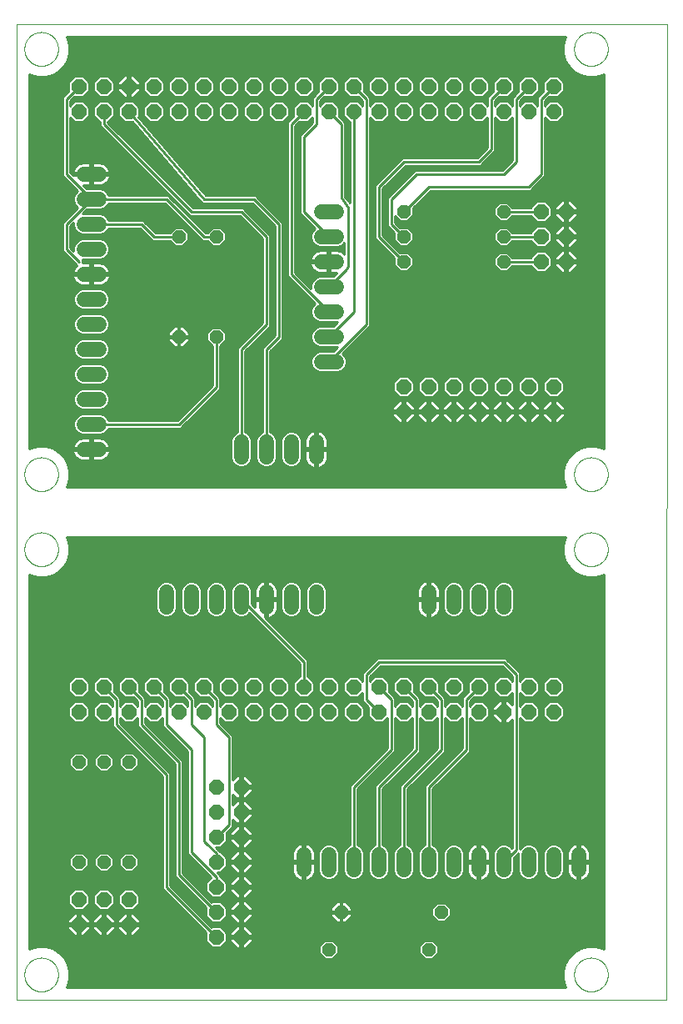
<source format=gtl>
G75*
%MOIN*%
%OFA0B0*%
%FSLAX25Y25*%
%IPPOS*%
%LPD*%
%AMOC8*
5,1,8,0,0,1.08239X$1,22.5*
%
%ADD10C,0.00000*%
%ADD11OC8,0.06000*%
%ADD12C,0.06000*%
%ADD13OC8,0.05200*%
%ADD14C,0.01000*%
D10*
X0001000Y0001000D02*
X0001039Y0391000D01*
X0261472Y0390961D01*
X0261000Y0001000D01*
X0001000Y0001000D01*
X0004250Y0011000D02*
X0004252Y0011166D01*
X0004258Y0011331D01*
X0004268Y0011497D01*
X0004283Y0011662D01*
X0004301Y0011826D01*
X0004323Y0011990D01*
X0004349Y0012154D01*
X0004380Y0012317D01*
X0004414Y0012479D01*
X0004452Y0012640D01*
X0004495Y0012800D01*
X0004541Y0012959D01*
X0004591Y0013117D01*
X0004645Y0013274D01*
X0004702Y0013429D01*
X0004764Y0013583D01*
X0004829Y0013735D01*
X0004898Y0013886D01*
X0004971Y0014035D01*
X0005047Y0014182D01*
X0005127Y0014327D01*
X0005210Y0014470D01*
X0005297Y0014611D01*
X0005388Y0014750D01*
X0005481Y0014887D01*
X0005578Y0015021D01*
X0005679Y0015153D01*
X0005782Y0015282D01*
X0005889Y0015409D01*
X0005999Y0015533D01*
X0006111Y0015654D01*
X0006227Y0015773D01*
X0006346Y0015889D01*
X0006467Y0016001D01*
X0006591Y0016111D01*
X0006718Y0016218D01*
X0006847Y0016321D01*
X0006979Y0016422D01*
X0007113Y0016519D01*
X0007250Y0016612D01*
X0007389Y0016703D01*
X0007530Y0016790D01*
X0007673Y0016873D01*
X0007818Y0016953D01*
X0007965Y0017029D01*
X0008114Y0017102D01*
X0008265Y0017171D01*
X0008417Y0017236D01*
X0008571Y0017298D01*
X0008726Y0017355D01*
X0008883Y0017409D01*
X0009041Y0017459D01*
X0009200Y0017505D01*
X0009360Y0017548D01*
X0009521Y0017586D01*
X0009683Y0017620D01*
X0009846Y0017651D01*
X0010010Y0017677D01*
X0010174Y0017699D01*
X0010338Y0017717D01*
X0010503Y0017732D01*
X0010669Y0017742D01*
X0010834Y0017748D01*
X0011000Y0017750D01*
X0011166Y0017748D01*
X0011331Y0017742D01*
X0011497Y0017732D01*
X0011662Y0017717D01*
X0011826Y0017699D01*
X0011990Y0017677D01*
X0012154Y0017651D01*
X0012317Y0017620D01*
X0012479Y0017586D01*
X0012640Y0017548D01*
X0012800Y0017505D01*
X0012959Y0017459D01*
X0013117Y0017409D01*
X0013274Y0017355D01*
X0013429Y0017298D01*
X0013583Y0017236D01*
X0013735Y0017171D01*
X0013886Y0017102D01*
X0014035Y0017029D01*
X0014182Y0016953D01*
X0014327Y0016873D01*
X0014470Y0016790D01*
X0014611Y0016703D01*
X0014750Y0016612D01*
X0014887Y0016519D01*
X0015021Y0016422D01*
X0015153Y0016321D01*
X0015282Y0016218D01*
X0015409Y0016111D01*
X0015533Y0016001D01*
X0015654Y0015889D01*
X0015773Y0015773D01*
X0015889Y0015654D01*
X0016001Y0015533D01*
X0016111Y0015409D01*
X0016218Y0015282D01*
X0016321Y0015153D01*
X0016422Y0015021D01*
X0016519Y0014887D01*
X0016612Y0014750D01*
X0016703Y0014611D01*
X0016790Y0014470D01*
X0016873Y0014327D01*
X0016953Y0014182D01*
X0017029Y0014035D01*
X0017102Y0013886D01*
X0017171Y0013735D01*
X0017236Y0013583D01*
X0017298Y0013429D01*
X0017355Y0013274D01*
X0017409Y0013117D01*
X0017459Y0012959D01*
X0017505Y0012800D01*
X0017548Y0012640D01*
X0017586Y0012479D01*
X0017620Y0012317D01*
X0017651Y0012154D01*
X0017677Y0011990D01*
X0017699Y0011826D01*
X0017717Y0011662D01*
X0017732Y0011497D01*
X0017742Y0011331D01*
X0017748Y0011166D01*
X0017750Y0011000D01*
X0017748Y0010834D01*
X0017742Y0010669D01*
X0017732Y0010503D01*
X0017717Y0010338D01*
X0017699Y0010174D01*
X0017677Y0010010D01*
X0017651Y0009846D01*
X0017620Y0009683D01*
X0017586Y0009521D01*
X0017548Y0009360D01*
X0017505Y0009200D01*
X0017459Y0009041D01*
X0017409Y0008883D01*
X0017355Y0008726D01*
X0017298Y0008571D01*
X0017236Y0008417D01*
X0017171Y0008265D01*
X0017102Y0008114D01*
X0017029Y0007965D01*
X0016953Y0007818D01*
X0016873Y0007673D01*
X0016790Y0007530D01*
X0016703Y0007389D01*
X0016612Y0007250D01*
X0016519Y0007113D01*
X0016422Y0006979D01*
X0016321Y0006847D01*
X0016218Y0006718D01*
X0016111Y0006591D01*
X0016001Y0006467D01*
X0015889Y0006346D01*
X0015773Y0006227D01*
X0015654Y0006111D01*
X0015533Y0005999D01*
X0015409Y0005889D01*
X0015282Y0005782D01*
X0015153Y0005679D01*
X0015021Y0005578D01*
X0014887Y0005481D01*
X0014750Y0005388D01*
X0014611Y0005297D01*
X0014470Y0005210D01*
X0014327Y0005127D01*
X0014182Y0005047D01*
X0014035Y0004971D01*
X0013886Y0004898D01*
X0013735Y0004829D01*
X0013583Y0004764D01*
X0013429Y0004702D01*
X0013274Y0004645D01*
X0013117Y0004591D01*
X0012959Y0004541D01*
X0012800Y0004495D01*
X0012640Y0004452D01*
X0012479Y0004414D01*
X0012317Y0004380D01*
X0012154Y0004349D01*
X0011990Y0004323D01*
X0011826Y0004301D01*
X0011662Y0004283D01*
X0011497Y0004268D01*
X0011331Y0004258D01*
X0011166Y0004252D01*
X0011000Y0004250D01*
X0010834Y0004252D01*
X0010669Y0004258D01*
X0010503Y0004268D01*
X0010338Y0004283D01*
X0010174Y0004301D01*
X0010010Y0004323D01*
X0009846Y0004349D01*
X0009683Y0004380D01*
X0009521Y0004414D01*
X0009360Y0004452D01*
X0009200Y0004495D01*
X0009041Y0004541D01*
X0008883Y0004591D01*
X0008726Y0004645D01*
X0008571Y0004702D01*
X0008417Y0004764D01*
X0008265Y0004829D01*
X0008114Y0004898D01*
X0007965Y0004971D01*
X0007818Y0005047D01*
X0007673Y0005127D01*
X0007530Y0005210D01*
X0007389Y0005297D01*
X0007250Y0005388D01*
X0007113Y0005481D01*
X0006979Y0005578D01*
X0006847Y0005679D01*
X0006718Y0005782D01*
X0006591Y0005889D01*
X0006467Y0005999D01*
X0006346Y0006111D01*
X0006227Y0006227D01*
X0006111Y0006346D01*
X0005999Y0006467D01*
X0005889Y0006591D01*
X0005782Y0006718D01*
X0005679Y0006847D01*
X0005578Y0006979D01*
X0005481Y0007113D01*
X0005388Y0007250D01*
X0005297Y0007389D01*
X0005210Y0007530D01*
X0005127Y0007673D01*
X0005047Y0007818D01*
X0004971Y0007965D01*
X0004898Y0008114D01*
X0004829Y0008265D01*
X0004764Y0008417D01*
X0004702Y0008571D01*
X0004645Y0008726D01*
X0004591Y0008883D01*
X0004541Y0009041D01*
X0004495Y0009200D01*
X0004452Y0009360D01*
X0004414Y0009521D01*
X0004380Y0009683D01*
X0004349Y0009846D01*
X0004323Y0010010D01*
X0004301Y0010174D01*
X0004283Y0010338D01*
X0004268Y0010503D01*
X0004258Y0010669D01*
X0004252Y0010834D01*
X0004250Y0011000D01*
X0004250Y0181000D02*
X0004252Y0181166D01*
X0004258Y0181331D01*
X0004268Y0181497D01*
X0004283Y0181662D01*
X0004301Y0181826D01*
X0004323Y0181990D01*
X0004349Y0182154D01*
X0004380Y0182317D01*
X0004414Y0182479D01*
X0004452Y0182640D01*
X0004495Y0182800D01*
X0004541Y0182959D01*
X0004591Y0183117D01*
X0004645Y0183274D01*
X0004702Y0183429D01*
X0004764Y0183583D01*
X0004829Y0183735D01*
X0004898Y0183886D01*
X0004971Y0184035D01*
X0005047Y0184182D01*
X0005127Y0184327D01*
X0005210Y0184470D01*
X0005297Y0184611D01*
X0005388Y0184750D01*
X0005481Y0184887D01*
X0005578Y0185021D01*
X0005679Y0185153D01*
X0005782Y0185282D01*
X0005889Y0185409D01*
X0005999Y0185533D01*
X0006111Y0185654D01*
X0006227Y0185773D01*
X0006346Y0185889D01*
X0006467Y0186001D01*
X0006591Y0186111D01*
X0006718Y0186218D01*
X0006847Y0186321D01*
X0006979Y0186422D01*
X0007113Y0186519D01*
X0007250Y0186612D01*
X0007389Y0186703D01*
X0007530Y0186790D01*
X0007673Y0186873D01*
X0007818Y0186953D01*
X0007965Y0187029D01*
X0008114Y0187102D01*
X0008265Y0187171D01*
X0008417Y0187236D01*
X0008571Y0187298D01*
X0008726Y0187355D01*
X0008883Y0187409D01*
X0009041Y0187459D01*
X0009200Y0187505D01*
X0009360Y0187548D01*
X0009521Y0187586D01*
X0009683Y0187620D01*
X0009846Y0187651D01*
X0010010Y0187677D01*
X0010174Y0187699D01*
X0010338Y0187717D01*
X0010503Y0187732D01*
X0010669Y0187742D01*
X0010834Y0187748D01*
X0011000Y0187750D01*
X0011166Y0187748D01*
X0011331Y0187742D01*
X0011497Y0187732D01*
X0011662Y0187717D01*
X0011826Y0187699D01*
X0011990Y0187677D01*
X0012154Y0187651D01*
X0012317Y0187620D01*
X0012479Y0187586D01*
X0012640Y0187548D01*
X0012800Y0187505D01*
X0012959Y0187459D01*
X0013117Y0187409D01*
X0013274Y0187355D01*
X0013429Y0187298D01*
X0013583Y0187236D01*
X0013735Y0187171D01*
X0013886Y0187102D01*
X0014035Y0187029D01*
X0014182Y0186953D01*
X0014327Y0186873D01*
X0014470Y0186790D01*
X0014611Y0186703D01*
X0014750Y0186612D01*
X0014887Y0186519D01*
X0015021Y0186422D01*
X0015153Y0186321D01*
X0015282Y0186218D01*
X0015409Y0186111D01*
X0015533Y0186001D01*
X0015654Y0185889D01*
X0015773Y0185773D01*
X0015889Y0185654D01*
X0016001Y0185533D01*
X0016111Y0185409D01*
X0016218Y0185282D01*
X0016321Y0185153D01*
X0016422Y0185021D01*
X0016519Y0184887D01*
X0016612Y0184750D01*
X0016703Y0184611D01*
X0016790Y0184470D01*
X0016873Y0184327D01*
X0016953Y0184182D01*
X0017029Y0184035D01*
X0017102Y0183886D01*
X0017171Y0183735D01*
X0017236Y0183583D01*
X0017298Y0183429D01*
X0017355Y0183274D01*
X0017409Y0183117D01*
X0017459Y0182959D01*
X0017505Y0182800D01*
X0017548Y0182640D01*
X0017586Y0182479D01*
X0017620Y0182317D01*
X0017651Y0182154D01*
X0017677Y0181990D01*
X0017699Y0181826D01*
X0017717Y0181662D01*
X0017732Y0181497D01*
X0017742Y0181331D01*
X0017748Y0181166D01*
X0017750Y0181000D01*
X0017748Y0180834D01*
X0017742Y0180669D01*
X0017732Y0180503D01*
X0017717Y0180338D01*
X0017699Y0180174D01*
X0017677Y0180010D01*
X0017651Y0179846D01*
X0017620Y0179683D01*
X0017586Y0179521D01*
X0017548Y0179360D01*
X0017505Y0179200D01*
X0017459Y0179041D01*
X0017409Y0178883D01*
X0017355Y0178726D01*
X0017298Y0178571D01*
X0017236Y0178417D01*
X0017171Y0178265D01*
X0017102Y0178114D01*
X0017029Y0177965D01*
X0016953Y0177818D01*
X0016873Y0177673D01*
X0016790Y0177530D01*
X0016703Y0177389D01*
X0016612Y0177250D01*
X0016519Y0177113D01*
X0016422Y0176979D01*
X0016321Y0176847D01*
X0016218Y0176718D01*
X0016111Y0176591D01*
X0016001Y0176467D01*
X0015889Y0176346D01*
X0015773Y0176227D01*
X0015654Y0176111D01*
X0015533Y0175999D01*
X0015409Y0175889D01*
X0015282Y0175782D01*
X0015153Y0175679D01*
X0015021Y0175578D01*
X0014887Y0175481D01*
X0014750Y0175388D01*
X0014611Y0175297D01*
X0014470Y0175210D01*
X0014327Y0175127D01*
X0014182Y0175047D01*
X0014035Y0174971D01*
X0013886Y0174898D01*
X0013735Y0174829D01*
X0013583Y0174764D01*
X0013429Y0174702D01*
X0013274Y0174645D01*
X0013117Y0174591D01*
X0012959Y0174541D01*
X0012800Y0174495D01*
X0012640Y0174452D01*
X0012479Y0174414D01*
X0012317Y0174380D01*
X0012154Y0174349D01*
X0011990Y0174323D01*
X0011826Y0174301D01*
X0011662Y0174283D01*
X0011497Y0174268D01*
X0011331Y0174258D01*
X0011166Y0174252D01*
X0011000Y0174250D01*
X0010834Y0174252D01*
X0010669Y0174258D01*
X0010503Y0174268D01*
X0010338Y0174283D01*
X0010174Y0174301D01*
X0010010Y0174323D01*
X0009846Y0174349D01*
X0009683Y0174380D01*
X0009521Y0174414D01*
X0009360Y0174452D01*
X0009200Y0174495D01*
X0009041Y0174541D01*
X0008883Y0174591D01*
X0008726Y0174645D01*
X0008571Y0174702D01*
X0008417Y0174764D01*
X0008265Y0174829D01*
X0008114Y0174898D01*
X0007965Y0174971D01*
X0007818Y0175047D01*
X0007673Y0175127D01*
X0007530Y0175210D01*
X0007389Y0175297D01*
X0007250Y0175388D01*
X0007113Y0175481D01*
X0006979Y0175578D01*
X0006847Y0175679D01*
X0006718Y0175782D01*
X0006591Y0175889D01*
X0006467Y0175999D01*
X0006346Y0176111D01*
X0006227Y0176227D01*
X0006111Y0176346D01*
X0005999Y0176467D01*
X0005889Y0176591D01*
X0005782Y0176718D01*
X0005679Y0176847D01*
X0005578Y0176979D01*
X0005481Y0177113D01*
X0005388Y0177250D01*
X0005297Y0177389D01*
X0005210Y0177530D01*
X0005127Y0177673D01*
X0005047Y0177818D01*
X0004971Y0177965D01*
X0004898Y0178114D01*
X0004829Y0178265D01*
X0004764Y0178417D01*
X0004702Y0178571D01*
X0004645Y0178726D01*
X0004591Y0178883D01*
X0004541Y0179041D01*
X0004495Y0179200D01*
X0004452Y0179360D01*
X0004414Y0179521D01*
X0004380Y0179683D01*
X0004349Y0179846D01*
X0004323Y0180010D01*
X0004301Y0180174D01*
X0004283Y0180338D01*
X0004268Y0180503D01*
X0004258Y0180669D01*
X0004252Y0180834D01*
X0004250Y0181000D01*
X0004250Y0211000D02*
X0004252Y0211166D01*
X0004258Y0211331D01*
X0004268Y0211497D01*
X0004283Y0211662D01*
X0004301Y0211826D01*
X0004323Y0211990D01*
X0004349Y0212154D01*
X0004380Y0212317D01*
X0004414Y0212479D01*
X0004452Y0212640D01*
X0004495Y0212800D01*
X0004541Y0212959D01*
X0004591Y0213117D01*
X0004645Y0213274D01*
X0004702Y0213429D01*
X0004764Y0213583D01*
X0004829Y0213735D01*
X0004898Y0213886D01*
X0004971Y0214035D01*
X0005047Y0214182D01*
X0005127Y0214327D01*
X0005210Y0214470D01*
X0005297Y0214611D01*
X0005388Y0214750D01*
X0005481Y0214887D01*
X0005578Y0215021D01*
X0005679Y0215153D01*
X0005782Y0215282D01*
X0005889Y0215409D01*
X0005999Y0215533D01*
X0006111Y0215654D01*
X0006227Y0215773D01*
X0006346Y0215889D01*
X0006467Y0216001D01*
X0006591Y0216111D01*
X0006718Y0216218D01*
X0006847Y0216321D01*
X0006979Y0216422D01*
X0007113Y0216519D01*
X0007250Y0216612D01*
X0007389Y0216703D01*
X0007530Y0216790D01*
X0007673Y0216873D01*
X0007818Y0216953D01*
X0007965Y0217029D01*
X0008114Y0217102D01*
X0008265Y0217171D01*
X0008417Y0217236D01*
X0008571Y0217298D01*
X0008726Y0217355D01*
X0008883Y0217409D01*
X0009041Y0217459D01*
X0009200Y0217505D01*
X0009360Y0217548D01*
X0009521Y0217586D01*
X0009683Y0217620D01*
X0009846Y0217651D01*
X0010010Y0217677D01*
X0010174Y0217699D01*
X0010338Y0217717D01*
X0010503Y0217732D01*
X0010669Y0217742D01*
X0010834Y0217748D01*
X0011000Y0217750D01*
X0011166Y0217748D01*
X0011331Y0217742D01*
X0011497Y0217732D01*
X0011662Y0217717D01*
X0011826Y0217699D01*
X0011990Y0217677D01*
X0012154Y0217651D01*
X0012317Y0217620D01*
X0012479Y0217586D01*
X0012640Y0217548D01*
X0012800Y0217505D01*
X0012959Y0217459D01*
X0013117Y0217409D01*
X0013274Y0217355D01*
X0013429Y0217298D01*
X0013583Y0217236D01*
X0013735Y0217171D01*
X0013886Y0217102D01*
X0014035Y0217029D01*
X0014182Y0216953D01*
X0014327Y0216873D01*
X0014470Y0216790D01*
X0014611Y0216703D01*
X0014750Y0216612D01*
X0014887Y0216519D01*
X0015021Y0216422D01*
X0015153Y0216321D01*
X0015282Y0216218D01*
X0015409Y0216111D01*
X0015533Y0216001D01*
X0015654Y0215889D01*
X0015773Y0215773D01*
X0015889Y0215654D01*
X0016001Y0215533D01*
X0016111Y0215409D01*
X0016218Y0215282D01*
X0016321Y0215153D01*
X0016422Y0215021D01*
X0016519Y0214887D01*
X0016612Y0214750D01*
X0016703Y0214611D01*
X0016790Y0214470D01*
X0016873Y0214327D01*
X0016953Y0214182D01*
X0017029Y0214035D01*
X0017102Y0213886D01*
X0017171Y0213735D01*
X0017236Y0213583D01*
X0017298Y0213429D01*
X0017355Y0213274D01*
X0017409Y0213117D01*
X0017459Y0212959D01*
X0017505Y0212800D01*
X0017548Y0212640D01*
X0017586Y0212479D01*
X0017620Y0212317D01*
X0017651Y0212154D01*
X0017677Y0211990D01*
X0017699Y0211826D01*
X0017717Y0211662D01*
X0017732Y0211497D01*
X0017742Y0211331D01*
X0017748Y0211166D01*
X0017750Y0211000D01*
X0017748Y0210834D01*
X0017742Y0210669D01*
X0017732Y0210503D01*
X0017717Y0210338D01*
X0017699Y0210174D01*
X0017677Y0210010D01*
X0017651Y0209846D01*
X0017620Y0209683D01*
X0017586Y0209521D01*
X0017548Y0209360D01*
X0017505Y0209200D01*
X0017459Y0209041D01*
X0017409Y0208883D01*
X0017355Y0208726D01*
X0017298Y0208571D01*
X0017236Y0208417D01*
X0017171Y0208265D01*
X0017102Y0208114D01*
X0017029Y0207965D01*
X0016953Y0207818D01*
X0016873Y0207673D01*
X0016790Y0207530D01*
X0016703Y0207389D01*
X0016612Y0207250D01*
X0016519Y0207113D01*
X0016422Y0206979D01*
X0016321Y0206847D01*
X0016218Y0206718D01*
X0016111Y0206591D01*
X0016001Y0206467D01*
X0015889Y0206346D01*
X0015773Y0206227D01*
X0015654Y0206111D01*
X0015533Y0205999D01*
X0015409Y0205889D01*
X0015282Y0205782D01*
X0015153Y0205679D01*
X0015021Y0205578D01*
X0014887Y0205481D01*
X0014750Y0205388D01*
X0014611Y0205297D01*
X0014470Y0205210D01*
X0014327Y0205127D01*
X0014182Y0205047D01*
X0014035Y0204971D01*
X0013886Y0204898D01*
X0013735Y0204829D01*
X0013583Y0204764D01*
X0013429Y0204702D01*
X0013274Y0204645D01*
X0013117Y0204591D01*
X0012959Y0204541D01*
X0012800Y0204495D01*
X0012640Y0204452D01*
X0012479Y0204414D01*
X0012317Y0204380D01*
X0012154Y0204349D01*
X0011990Y0204323D01*
X0011826Y0204301D01*
X0011662Y0204283D01*
X0011497Y0204268D01*
X0011331Y0204258D01*
X0011166Y0204252D01*
X0011000Y0204250D01*
X0010834Y0204252D01*
X0010669Y0204258D01*
X0010503Y0204268D01*
X0010338Y0204283D01*
X0010174Y0204301D01*
X0010010Y0204323D01*
X0009846Y0204349D01*
X0009683Y0204380D01*
X0009521Y0204414D01*
X0009360Y0204452D01*
X0009200Y0204495D01*
X0009041Y0204541D01*
X0008883Y0204591D01*
X0008726Y0204645D01*
X0008571Y0204702D01*
X0008417Y0204764D01*
X0008265Y0204829D01*
X0008114Y0204898D01*
X0007965Y0204971D01*
X0007818Y0205047D01*
X0007673Y0205127D01*
X0007530Y0205210D01*
X0007389Y0205297D01*
X0007250Y0205388D01*
X0007113Y0205481D01*
X0006979Y0205578D01*
X0006847Y0205679D01*
X0006718Y0205782D01*
X0006591Y0205889D01*
X0006467Y0205999D01*
X0006346Y0206111D01*
X0006227Y0206227D01*
X0006111Y0206346D01*
X0005999Y0206467D01*
X0005889Y0206591D01*
X0005782Y0206718D01*
X0005679Y0206847D01*
X0005578Y0206979D01*
X0005481Y0207113D01*
X0005388Y0207250D01*
X0005297Y0207389D01*
X0005210Y0207530D01*
X0005127Y0207673D01*
X0005047Y0207818D01*
X0004971Y0207965D01*
X0004898Y0208114D01*
X0004829Y0208265D01*
X0004764Y0208417D01*
X0004702Y0208571D01*
X0004645Y0208726D01*
X0004591Y0208883D01*
X0004541Y0209041D01*
X0004495Y0209200D01*
X0004452Y0209360D01*
X0004414Y0209521D01*
X0004380Y0209683D01*
X0004349Y0209846D01*
X0004323Y0210010D01*
X0004301Y0210174D01*
X0004283Y0210338D01*
X0004268Y0210503D01*
X0004258Y0210669D01*
X0004252Y0210834D01*
X0004250Y0211000D01*
X0004250Y0381000D02*
X0004252Y0381166D01*
X0004258Y0381331D01*
X0004268Y0381497D01*
X0004283Y0381662D01*
X0004301Y0381826D01*
X0004323Y0381990D01*
X0004349Y0382154D01*
X0004380Y0382317D01*
X0004414Y0382479D01*
X0004452Y0382640D01*
X0004495Y0382800D01*
X0004541Y0382959D01*
X0004591Y0383117D01*
X0004645Y0383274D01*
X0004702Y0383429D01*
X0004764Y0383583D01*
X0004829Y0383735D01*
X0004898Y0383886D01*
X0004971Y0384035D01*
X0005047Y0384182D01*
X0005127Y0384327D01*
X0005210Y0384470D01*
X0005297Y0384611D01*
X0005388Y0384750D01*
X0005481Y0384887D01*
X0005578Y0385021D01*
X0005679Y0385153D01*
X0005782Y0385282D01*
X0005889Y0385409D01*
X0005999Y0385533D01*
X0006111Y0385654D01*
X0006227Y0385773D01*
X0006346Y0385889D01*
X0006467Y0386001D01*
X0006591Y0386111D01*
X0006718Y0386218D01*
X0006847Y0386321D01*
X0006979Y0386422D01*
X0007113Y0386519D01*
X0007250Y0386612D01*
X0007389Y0386703D01*
X0007530Y0386790D01*
X0007673Y0386873D01*
X0007818Y0386953D01*
X0007965Y0387029D01*
X0008114Y0387102D01*
X0008265Y0387171D01*
X0008417Y0387236D01*
X0008571Y0387298D01*
X0008726Y0387355D01*
X0008883Y0387409D01*
X0009041Y0387459D01*
X0009200Y0387505D01*
X0009360Y0387548D01*
X0009521Y0387586D01*
X0009683Y0387620D01*
X0009846Y0387651D01*
X0010010Y0387677D01*
X0010174Y0387699D01*
X0010338Y0387717D01*
X0010503Y0387732D01*
X0010669Y0387742D01*
X0010834Y0387748D01*
X0011000Y0387750D01*
X0011166Y0387748D01*
X0011331Y0387742D01*
X0011497Y0387732D01*
X0011662Y0387717D01*
X0011826Y0387699D01*
X0011990Y0387677D01*
X0012154Y0387651D01*
X0012317Y0387620D01*
X0012479Y0387586D01*
X0012640Y0387548D01*
X0012800Y0387505D01*
X0012959Y0387459D01*
X0013117Y0387409D01*
X0013274Y0387355D01*
X0013429Y0387298D01*
X0013583Y0387236D01*
X0013735Y0387171D01*
X0013886Y0387102D01*
X0014035Y0387029D01*
X0014182Y0386953D01*
X0014327Y0386873D01*
X0014470Y0386790D01*
X0014611Y0386703D01*
X0014750Y0386612D01*
X0014887Y0386519D01*
X0015021Y0386422D01*
X0015153Y0386321D01*
X0015282Y0386218D01*
X0015409Y0386111D01*
X0015533Y0386001D01*
X0015654Y0385889D01*
X0015773Y0385773D01*
X0015889Y0385654D01*
X0016001Y0385533D01*
X0016111Y0385409D01*
X0016218Y0385282D01*
X0016321Y0385153D01*
X0016422Y0385021D01*
X0016519Y0384887D01*
X0016612Y0384750D01*
X0016703Y0384611D01*
X0016790Y0384470D01*
X0016873Y0384327D01*
X0016953Y0384182D01*
X0017029Y0384035D01*
X0017102Y0383886D01*
X0017171Y0383735D01*
X0017236Y0383583D01*
X0017298Y0383429D01*
X0017355Y0383274D01*
X0017409Y0383117D01*
X0017459Y0382959D01*
X0017505Y0382800D01*
X0017548Y0382640D01*
X0017586Y0382479D01*
X0017620Y0382317D01*
X0017651Y0382154D01*
X0017677Y0381990D01*
X0017699Y0381826D01*
X0017717Y0381662D01*
X0017732Y0381497D01*
X0017742Y0381331D01*
X0017748Y0381166D01*
X0017750Y0381000D01*
X0017748Y0380834D01*
X0017742Y0380669D01*
X0017732Y0380503D01*
X0017717Y0380338D01*
X0017699Y0380174D01*
X0017677Y0380010D01*
X0017651Y0379846D01*
X0017620Y0379683D01*
X0017586Y0379521D01*
X0017548Y0379360D01*
X0017505Y0379200D01*
X0017459Y0379041D01*
X0017409Y0378883D01*
X0017355Y0378726D01*
X0017298Y0378571D01*
X0017236Y0378417D01*
X0017171Y0378265D01*
X0017102Y0378114D01*
X0017029Y0377965D01*
X0016953Y0377818D01*
X0016873Y0377673D01*
X0016790Y0377530D01*
X0016703Y0377389D01*
X0016612Y0377250D01*
X0016519Y0377113D01*
X0016422Y0376979D01*
X0016321Y0376847D01*
X0016218Y0376718D01*
X0016111Y0376591D01*
X0016001Y0376467D01*
X0015889Y0376346D01*
X0015773Y0376227D01*
X0015654Y0376111D01*
X0015533Y0375999D01*
X0015409Y0375889D01*
X0015282Y0375782D01*
X0015153Y0375679D01*
X0015021Y0375578D01*
X0014887Y0375481D01*
X0014750Y0375388D01*
X0014611Y0375297D01*
X0014470Y0375210D01*
X0014327Y0375127D01*
X0014182Y0375047D01*
X0014035Y0374971D01*
X0013886Y0374898D01*
X0013735Y0374829D01*
X0013583Y0374764D01*
X0013429Y0374702D01*
X0013274Y0374645D01*
X0013117Y0374591D01*
X0012959Y0374541D01*
X0012800Y0374495D01*
X0012640Y0374452D01*
X0012479Y0374414D01*
X0012317Y0374380D01*
X0012154Y0374349D01*
X0011990Y0374323D01*
X0011826Y0374301D01*
X0011662Y0374283D01*
X0011497Y0374268D01*
X0011331Y0374258D01*
X0011166Y0374252D01*
X0011000Y0374250D01*
X0010834Y0374252D01*
X0010669Y0374258D01*
X0010503Y0374268D01*
X0010338Y0374283D01*
X0010174Y0374301D01*
X0010010Y0374323D01*
X0009846Y0374349D01*
X0009683Y0374380D01*
X0009521Y0374414D01*
X0009360Y0374452D01*
X0009200Y0374495D01*
X0009041Y0374541D01*
X0008883Y0374591D01*
X0008726Y0374645D01*
X0008571Y0374702D01*
X0008417Y0374764D01*
X0008265Y0374829D01*
X0008114Y0374898D01*
X0007965Y0374971D01*
X0007818Y0375047D01*
X0007673Y0375127D01*
X0007530Y0375210D01*
X0007389Y0375297D01*
X0007250Y0375388D01*
X0007113Y0375481D01*
X0006979Y0375578D01*
X0006847Y0375679D01*
X0006718Y0375782D01*
X0006591Y0375889D01*
X0006467Y0375999D01*
X0006346Y0376111D01*
X0006227Y0376227D01*
X0006111Y0376346D01*
X0005999Y0376467D01*
X0005889Y0376591D01*
X0005782Y0376718D01*
X0005679Y0376847D01*
X0005578Y0376979D01*
X0005481Y0377113D01*
X0005388Y0377250D01*
X0005297Y0377389D01*
X0005210Y0377530D01*
X0005127Y0377673D01*
X0005047Y0377818D01*
X0004971Y0377965D01*
X0004898Y0378114D01*
X0004829Y0378265D01*
X0004764Y0378417D01*
X0004702Y0378571D01*
X0004645Y0378726D01*
X0004591Y0378883D01*
X0004541Y0379041D01*
X0004495Y0379200D01*
X0004452Y0379360D01*
X0004414Y0379521D01*
X0004380Y0379683D01*
X0004349Y0379846D01*
X0004323Y0380010D01*
X0004301Y0380174D01*
X0004283Y0380338D01*
X0004268Y0380503D01*
X0004258Y0380669D01*
X0004252Y0380834D01*
X0004250Y0381000D01*
X0224250Y0381000D02*
X0224252Y0381166D01*
X0224258Y0381331D01*
X0224268Y0381497D01*
X0224283Y0381662D01*
X0224301Y0381826D01*
X0224323Y0381990D01*
X0224349Y0382154D01*
X0224380Y0382317D01*
X0224414Y0382479D01*
X0224452Y0382640D01*
X0224495Y0382800D01*
X0224541Y0382959D01*
X0224591Y0383117D01*
X0224645Y0383274D01*
X0224702Y0383429D01*
X0224764Y0383583D01*
X0224829Y0383735D01*
X0224898Y0383886D01*
X0224971Y0384035D01*
X0225047Y0384182D01*
X0225127Y0384327D01*
X0225210Y0384470D01*
X0225297Y0384611D01*
X0225388Y0384750D01*
X0225481Y0384887D01*
X0225578Y0385021D01*
X0225679Y0385153D01*
X0225782Y0385282D01*
X0225889Y0385409D01*
X0225999Y0385533D01*
X0226111Y0385654D01*
X0226227Y0385773D01*
X0226346Y0385889D01*
X0226467Y0386001D01*
X0226591Y0386111D01*
X0226718Y0386218D01*
X0226847Y0386321D01*
X0226979Y0386422D01*
X0227113Y0386519D01*
X0227250Y0386612D01*
X0227389Y0386703D01*
X0227530Y0386790D01*
X0227673Y0386873D01*
X0227818Y0386953D01*
X0227965Y0387029D01*
X0228114Y0387102D01*
X0228265Y0387171D01*
X0228417Y0387236D01*
X0228571Y0387298D01*
X0228726Y0387355D01*
X0228883Y0387409D01*
X0229041Y0387459D01*
X0229200Y0387505D01*
X0229360Y0387548D01*
X0229521Y0387586D01*
X0229683Y0387620D01*
X0229846Y0387651D01*
X0230010Y0387677D01*
X0230174Y0387699D01*
X0230338Y0387717D01*
X0230503Y0387732D01*
X0230669Y0387742D01*
X0230834Y0387748D01*
X0231000Y0387750D01*
X0231166Y0387748D01*
X0231331Y0387742D01*
X0231497Y0387732D01*
X0231662Y0387717D01*
X0231826Y0387699D01*
X0231990Y0387677D01*
X0232154Y0387651D01*
X0232317Y0387620D01*
X0232479Y0387586D01*
X0232640Y0387548D01*
X0232800Y0387505D01*
X0232959Y0387459D01*
X0233117Y0387409D01*
X0233274Y0387355D01*
X0233429Y0387298D01*
X0233583Y0387236D01*
X0233735Y0387171D01*
X0233886Y0387102D01*
X0234035Y0387029D01*
X0234182Y0386953D01*
X0234327Y0386873D01*
X0234470Y0386790D01*
X0234611Y0386703D01*
X0234750Y0386612D01*
X0234887Y0386519D01*
X0235021Y0386422D01*
X0235153Y0386321D01*
X0235282Y0386218D01*
X0235409Y0386111D01*
X0235533Y0386001D01*
X0235654Y0385889D01*
X0235773Y0385773D01*
X0235889Y0385654D01*
X0236001Y0385533D01*
X0236111Y0385409D01*
X0236218Y0385282D01*
X0236321Y0385153D01*
X0236422Y0385021D01*
X0236519Y0384887D01*
X0236612Y0384750D01*
X0236703Y0384611D01*
X0236790Y0384470D01*
X0236873Y0384327D01*
X0236953Y0384182D01*
X0237029Y0384035D01*
X0237102Y0383886D01*
X0237171Y0383735D01*
X0237236Y0383583D01*
X0237298Y0383429D01*
X0237355Y0383274D01*
X0237409Y0383117D01*
X0237459Y0382959D01*
X0237505Y0382800D01*
X0237548Y0382640D01*
X0237586Y0382479D01*
X0237620Y0382317D01*
X0237651Y0382154D01*
X0237677Y0381990D01*
X0237699Y0381826D01*
X0237717Y0381662D01*
X0237732Y0381497D01*
X0237742Y0381331D01*
X0237748Y0381166D01*
X0237750Y0381000D01*
X0237748Y0380834D01*
X0237742Y0380669D01*
X0237732Y0380503D01*
X0237717Y0380338D01*
X0237699Y0380174D01*
X0237677Y0380010D01*
X0237651Y0379846D01*
X0237620Y0379683D01*
X0237586Y0379521D01*
X0237548Y0379360D01*
X0237505Y0379200D01*
X0237459Y0379041D01*
X0237409Y0378883D01*
X0237355Y0378726D01*
X0237298Y0378571D01*
X0237236Y0378417D01*
X0237171Y0378265D01*
X0237102Y0378114D01*
X0237029Y0377965D01*
X0236953Y0377818D01*
X0236873Y0377673D01*
X0236790Y0377530D01*
X0236703Y0377389D01*
X0236612Y0377250D01*
X0236519Y0377113D01*
X0236422Y0376979D01*
X0236321Y0376847D01*
X0236218Y0376718D01*
X0236111Y0376591D01*
X0236001Y0376467D01*
X0235889Y0376346D01*
X0235773Y0376227D01*
X0235654Y0376111D01*
X0235533Y0375999D01*
X0235409Y0375889D01*
X0235282Y0375782D01*
X0235153Y0375679D01*
X0235021Y0375578D01*
X0234887Y0375481D01*
X0234750Y0375388D01*
X0234611Y0375297D01*
X0234470Y0375210D01*
X0234327Y0375127D01*
X0234182Y0375047D01*
X0234035Y0374971D01*
X0233886Y0374898D01*
X0233735Y0374829D01*
X0233583Y0374764D01*
X0233429Y0374702D01*
X0233274Y0374645D01*
X0233117Y0374591D01*
X0232959Y0374541D01*
X0232800Y0374495D01*
X0232640Y0374452D01*
X0232479Y0374414D01*
X0232317Y0374380D01*
X0232154Y0374349D01*
X0231990Y0374323D01*
X0231826Y0374301D01*
X0231662Y0374283D01*
X0231497Y0374268D01*
X0231331Y0374258D01*
X0231166Y0374252D01*
X0231000Y0374250D01*
X0230834Y0374252D01*
X0230669Y0374258D01*
X0230503Y0374268D01*
X0230338Y0374283D01*
X0230174Y0374301D01*
X0230010Y0374323D01*
X0229846Y0374349D01*
X0229683Y0374380D01*
X0229521Y0374414D01*
X0229360Y0374452D01*
X0229200Y0374495D01*
X0229041Y0374541D01*
X0228883Y0374591D01*
X0228726Y0374645D01*
X0228571Y0374702D01*
X0228417Y0374764D01*
X0228265Y0374829D01*
X0228114Y0374898D01*
X0227965Y0374971D01*
X0227818Y0375047D01*
X0227673Y0375127D01*
X0227530Y0375210D01*
X0227389Y0375297D01*
X0227250Y0375388D01*
X0227113Y0375481D01*
X0226979Y0375578D01*
X0226847Y0375679D01*
X0226718Y0375782D01*
X0226591Y0375889D01*
X0226467Y0375999D01*
X0226346Y0376111D01*
X0226227Y0376227D01*
X0226111Y0376346D01*
X0225999Y0376467D01*
X0225889Y0376591D01*
X0225782Y0376718D01*
X0225679Y0376847D01*
X0225578Y0376979D01*
X0225481Y0377113D01*
X0225388Y0377250D01*
X0225297Y0377389D01*
X0225210Y0377530D01*
X0225127Y0377673D01*
X0225047Y0377818D01*
X0224971Y0377965D01*
X0224898Y0378114D01*
X0224829Y0378265D01*
X0224764Y0378417D01*
X0224702Y0378571D01*
X0224645Y0378726D01*
X0224591Y0378883D01*
X0224541Y0379041D01*
X0224495Y0379200D01*
X0224452Y0379360D01*
X0224414Y0379521D01*
X0224380Y0379683D01*
X0224349Y0379846D01*
X0224323Y0380010D01*
X0224301Y0380174D01*
X0224283Y0380338D01*
X0224268Y0380503D01*
X0224258Y0380669D01*
X0224252Y0380834D01*
X0224250Y0381000D01*
X0224250Y0211000D02*
X0224252Y0211166D01*
X0224258Y0211331D01*
X0224268Y0211497D01*
X0224283Y0211662D01*
X0224301Y0211826D01*
X0224323Y0211990D01*
X0224349Y0212154D01*
X0224380Y0212317D01*
X0224414Y0212479D01*
X0224452Y0212640D01*
X0224495Y0212800D01*
X0224541Y0212959D01*
X0224591Y0213117D01*
X0224645Y0213274D01*
X0224702Y0213429D01*
X0224764Y0213583D01*
X0224829Y0213735D01*
X0224898Y0213886D01*
X0224971Y0214035D01*
X0225047Y0214182D01*
X0225127Y0214327D01*
X0225210Y0214470D01*
X0225297Y0214611D01*
X0225388Y0214750D01*
X0225481Y0214887D01*
X0225578Y0215021D01*
X0225679Y0215153D01*
X0225782Y0215282D01*
X0225889Y0215409D01*
X0225999Y0215533D01*
X0226111Y0215654D01*
X0226227Y0215773D01*
X0226346Y0215889D01*
X0226467Y0216001D01*
X0226591Y0216111D01*
X0226718Y0216218D01*
X0226847Y0216321D01*
X0226979Y0216422D01*
X0227113Y0216519D01*
X0227250Y0216612D01*
X0227389Y0216703D01*
X0227530Y0216790D01*
X0227673Y0216873D01*
X0227818Y0216953D01*
X0227965Y0217029D01*
X0228114Y0217102D01*
X0228265Y0217171D01*
X0228417Y0217236D01*
X0228571Y0217298D01*
X0228726Y0217355D01*
X0228883Y0217409D01*
X0229041Y0217459D01*
X0229200Y0217505D01*
X0229360Y0217548D01*
X0229521Y0217586D01*
X0229683Y0217620D01*
X0229846Y0217651D01*
X0230010Y0217677D01*
X0230174Y0217699D01*
X0230338Y0217717D01*
X0230503Y0217732D01*
X0230669Y0217742D01*
X0230834Y0217748D01*
X0231000Y0217750D01*
X0231166Y0217748D01*
X0231331Y0217742D01*
X0231497Y0217732D01*
X0231662Y0217717D01*
X0231826Y0217699D01*
X0231990Y0217677D01*
X0232154Y0217651D01*
X0232317Y0217620D01*
X0232479Y0217586D01*
X0232640Y0217548D01*
X0232800Y0217505D01*
X0232959Y0217459D01*
X0233117Y0217409D01*
X0233274Y0217355D01*
X0233429Y0217298D01*
X0233583Y0217236D01*
X0233735Y0217171D01*
X0233886Y0217102D01*
X0234035Y0217029D01*
X0234182Y0216953D01*
X0234327Y0216873D01*
X0234470Y0216790D01*
X0234611Y0216703D01*
X0234750Y0216612D01*
X0234887Y0216519D01*
X0235021Y0216422D01*
X0235153Y0216321D01*
X0235282Y0216218D01*
X0235409Y0216111D01*
X0235533Y0216001D01*
X0235654Y0215889D01*
X0235773Y0215773D01*
X0235889Y0215654D01*
X0236001Y0215533D01*
X0236111Y0215409D01*
X0236218Y0215282D01*
X0236321Y0215153D01*
X0236422Y0215021D01*
X0236519Y0214887D01*
X0236612Y0214750D01*
X0236703Y0214611D01*
X0236790Y0214470D01*
X0236873Y0214327D01*
X0236953Y0214182D01*
X0237029Y0214035D01*
X0237102Y0213886D01*
X0237171Y0213735D01*
X0237236Y0213583D01*
X0237298Y0213429D01*
X0237355Y0213274D01*
X0237409Y0213117D01*
X0237459Y0212959D01*
X0237505Y0212800D01*
X0237548Y0212640D01*
X0237586Y0212479D01*
X0237620Y0212317D01*
X0237651Y0212154D01*
X0237677Y0211990D01*
X0237699Y0211826D01*
X0237717Y0211662D01*
X0237732Y0211497D01*
X0237742Y0211331D01*
X0237748Y0211166D01*
X0237750Y0211000D01*
X0237748Y0210834D01*
X0237742Y0210669D01*
X0237732Y0210503D01*
X0237717Y0210338D01*
X0237699Y0210174D01*
X0237677Y0210010D01*
X0237651Y0209846D01*
X0237620Y0209683D01*
X0237586Y0209521D01*
X0237548Y0209360D01*
X0237505Y0209200D01*
X0237459Y0209041D01*
X0237409Y0208883D01*
X0237355Y0208726D01*
X0237298Y0208571D01*
X0237236Y0208417D01*
X0237171Y0208265D01*
X0237102Y0208114D01*
X0237029Y0207965D01*
X0236953Y0207818D01*
X0236873Y0207673D01*
X0236790Y0207530D01*
X0236703Y0207389D01*
X0236612Y0207250D01*
X0236519Y0207113D01*
X0236422Y0206979D01*
X0236321Y0206847D01*
X0236218Y0206718D01*
X0236111Y0206591D01*
X0236001Y0206467D01*
X0235889Y0206346D01*
X0235773Y0206227D01*
X0235654Y0206111D01*
X0235533Y0205999D01*
X0235409Y0205889D01*
X0235282Y0205782D01*
X0235153Y0205679D01*
X0235021Y0205578D01*
X0234887Y0205481D01*
X0234750Y0205388D01*
X0234611Y0205297D01*
X0234470Y0205210D01*
X0234327Y0205127D01*
X0234182Y0205047D01*
X0234035Y0204971D01*
X0233886Y0204898D01*
X0233735Y0204829D01*
X0233583Y0204764D01*
X0233429Y0204702D01*
X0233274Y0204645D01*
X0233117Y0204591D01*
X0232959Y0204541D01*
X0232800Y0204495D01*
X0232640Y0204452D01*
X0232479Y0204414D01*
X0232317Y0204380D01*
X0232154Y0204349D01*
X0231990Y0204323D01*
X0231826Y0204301D01*
X0231662Y0204283D01*
X0231497Y0204268D01*
X0231331Y0204258D01*
X0231166Y0204252D01*
X0231000Y0204250D01*
X0230834Y0204252D01*
X0230669Y0204258D01*
X0230503Y0204268D01*
X0230338Y0204283D01*
X0230174Y0204301D01*
X0230010Y0204323D01*
X0229846Y0204349D01*
X0229683Y0204380D01*
X0229521Y0204414D01*
X0229360Y0204452D01*
X0229200Y0204495D01*
X0229041Y0204541D01*
X0228883Y0204591D01*
X0228726Y0204645D01*
X0228571Y0204702D01*
X0228417Y0204764D01*
X0228265Y0204829D01*
X0228114Y0204898D01*
X0227965Y0204971D01*
X0227818Y0205047D01*
X0227673Y0205127D01*
X0227530Y0205210D01*
X0227389Y0205297D01*
X0227250Y0205388D01*
X0227113Y0205481D01*
X0226979Y0205578D01*
X0226847Y0205679D01*
X0226718Y0205782D01*
X0226591Y0205889D01*
X0226467Y0205999D01*
X0226346Y0206111D01*
X0226227Y0206227D01*
X0226111Y0206346D01*
X0225999Y0206467D01*
X0225889Y0206591D01*
X0225782Y0206718D01*
X0225679Y0206847D01*
X0225578Y0206979D01*
X0225481Y0207113D01*
X0225388Y0207250D01*
X0225297Y0207389D01*
X0225210Y0207530D01*
X0225127Y0207673D01*
X0225047Y0207818D01*
X0224971Y0207965D01*
X0224898Y0208114D01*
X0224829Y0208265D01*
X0224764Y0208417D01*
X0224702Y0208571D01*
X0224645Y0208726D01*
X0224591Y0208883D01*
X0224541Y0209041D01*
X0224495Y0209200D01*
X0224452Y0209360D01*
X0224414Y0209521D01*
X0224380Y0209683D01*
X0224349Y0209846D01*
X0224323Y0210010D01*
X0224301Y0210174D01*
X0224283Y0210338D01*
X0224268Y0210503D01*
X0224258Y0210669D01*
X0224252Y0210834D01*
X0224250Y0211000D01*
X0224250Y0181000D02*
X0224252Y0181166D01*
X0224258Y0181331D01*
X0224268Y0181497D01*
X0224283Y0181662D01*
X0224301Y0181826D01*
X0224323Y0181990D01*
X0224349Y0182154D01*
X0224380Y0182317D01*
X0224414Y0182479D01*
X0224452Y0182640D01*
X0224495Y0182800D01*
X0224541Y0182959D01*
X0224591Y0183117D01*
X0224645Y0183274D01*
X0224702Y0183429D01*
X0224764Y0183583D01*
X0224829Y0183735D01*
X0224898Y0183886D01*
X0224971Y0184035D01*
X0225047Y0184182D01*
X0225127Y0184327D01*
X0225210Y0184470D01*
X0225297Y0184611D01*
X0225388Y0184750D01*
X0225481Y0184887D01*
X0225578Y0185021D01*
X0225679Y0185153D01*
X0225782Y0185282D01*
X0225889Y0185409D01*
X0225999Y0185533D01*
X0226111Y0185654D01*
X0226227Y0185773D01*
X0226346Y0185889D01*
X0226467Y0186001D01*
X0226591Y0186111D01*
X0226718Y0186218D01*
X0226847Y0186321D01*
X0226979Y0186422D01*
X0227113Y0186519D01*
X0227250Y0186612D01*
X0227389Y0186703D01*
X0227530Y0186790D01*
X0227673Y0186873D01*
X0227818Y0186953D01*
X0227965Y0187029D01*
X0228114Y0187102D01*
X0228265Y0187171D01*
X0228417Y0187236D01*
X0228571Y0187298D01*
X0228726Y0187355D01*
X0228883Y0187409D01*
X0229041Y0187459D01*
X0229200Y0187505D01*
X0229360Y0187548D01*
X0229521Y0187586D01*
X0229683Y0187620D01*
X0229846Y0187651D01*
X0230010Y0187677D01*
X0230174Y0187699D01*
X0230338Y0187717D01*
X0230503Y0187732D01*
X0230669Y0187742D01*
X0230834Y0187748D01*
X0231000Y0187750D01*
X0231166Y0187748D01*
X0231331Y0187742D01*
X0231497Y0187732D01*
X0231662Y0187717D01*
X0231826Y0187699D01*
X0231990Y0187677D01*
X0232154Y0187651D01*
X0232317Y0187620D01*
X0232479Y0187586D01*
X0232640Y0187548D01*
X0232800Y0187505D01*
X0232959Y0187459D01*
X0233117Y0187409D01*
X0233274Y0187355D01*
X0233429Y0187298D01*
X0233583Y0187236D01*
X0233735Y0187171D01*
X0233886Y0187102D01*
X0234035Y0187029D01*
X0234182Y0186953D01*
X0234327Y0186873D01*
X0234470Y0186790D01*
X0234611Y0186703D01*
X0234750Y0186612D01*
X0234887Y0186519D01*
X0235021Y0186422D01*
X0235153Y0186321D01*
X0235282Y0186218D01*
X0235409Y0186111D01*
X0235533Y0186001D01*
X0235654Y0185889D01*
X0235773Y0185773D01*
X0235889Y0185654D01*
X0236001Y0185533D01*
X0236111Y0185409D01*
X0236218Y0185282D01*
X0236321Y0185153D01*
X0236422Y0185021D01*
X0236519Y0184887D01*
X0236612Y0184750D01*
X0236703Y0184611D01*
X0236790Y0184470D01*
X0236873Y0184327D01*
X0236953Y0184182D01*
X0237029Y0184035D01*
X0237102Y0183886D01*
X0237171Y0183735D01*
X0237236Y0183583D01*
X0237298Y0183429D01*
X0237355Y0183274D01*
X0237409Y0183117D01*
X0237459Y0182959D01*
X0237505Y0182800D01*
X0237548Y0182640D01*
X0237586Y0182479D01*
X0237620Y0182317D01*
X0237651Y0182154D01*
X0237677Y0181990D01*
X0237699Y0181826D01*
X0237717Y0181662D01*
X0237732Y0181497D01*
X0237742Y0181331D01*
X0237748Y0181166D01*
X0237750Y0181000D01*
X0237748Y0180834D01*
X0237742Y0180669D01*
X0237732Y0180503D01*
X0237717Y0180338D01*
X0237699Y0180174D01*
X0237677Y0180010D01*
X0237651Y0179846D01*
X0237620Y0179683D01*
X0237586Y0179521D01*
X0237548Y0179360D01*
X0237505Y0179200D01*
X0237459Y0179041D01*
X0237409Y0178883D01*
X0237355Y0178726D01*
X0237298Y0178571D01*
X0237236Y0178417D01*
X0237171Y0178265D01*
X0237102Y0178114D01*
X0237029Y0177965D01*
X0236953Y0177818D01*
X0236873Y0177673D01*
X0236790Y0177530D01*
X0236703Y0177389D01*
X0236612Y0177250D01*
X0236519Y0177113D01*
X0236422Y0176979D01*
X0236321Y0176847D01*
X0236218Y0176718D01*
X0236111Y0176591D01*
X0236001Y0176467D01*
X0235889Y0176346D01*
X0235773Y0176227D01*
X0235654Y0176111D01*
X0235533Y0175999D01*
X0235409Y0175889D01*
X0235282Y0175782D01*
X0235153Y0175679D01*
X0235021Y0175578D01*
X0234887Y0175481D01*
X0234750Y0175388D01*
X0234611Y0175297D01*
X0234470Y0175210D01*
X0234327Y0175127D01*
X0234182Y0175047D01*
X0234035Y0174971D01*
X0233886Y0174898D01*
X0233735Y0174829D01*
X0233583Y0174764D01*
X0233429Y0174702D01*
X0233274Y0174645D01*
X0233117Y0174591D01*
X0232959Y0174541D01*
X0232800Y0174495D01*
X0232640Y0174452D01*
X0232479Y0174414D01*
X0232317Y0174380D01*
X0232154Y0174349D01*
X0231990Y0174323D01*
X0231826Y0174301D01*
X0231662Y0174283D01*
X0231497Y0174268D01*
X0231331Y0174258D01*
X0231166Y0174252D01*
X0231000Y0174250D01*
X0230834Y0174252D01*
X0230669Y0174258D01*
X0230503Y0174268D01*
X0230338Y0174283D01*
X0230174Y0174301D01*
X0230010Y0174323D01*
X0229846Y0174349D01*
X0229683Y0174380D01*
X0229521Y0174414D01*
X0229360Y0174452D01*
X0229200Y0174495D01*
X0229041Y0174541D01*
X0228883Y0174591D01*
X0228726Y0174645D01*
X0228571Y0174702D01*
X0228417Y0174764D01*
X0228265Y0174829D01*
X0228114Y0174898D01*
X0227965Y0174971D01*
X0227818Y0175047D01*
X0227673Y0175127D01*
X0227530Y0175210D01*
X0227389Y0175297D01*
X0227250Y0175388D01*
X0227113Y0175481D01*
X0226979Y0175578D01*
X0226847Y0175679D01*
X0226718Y0175782D01*
X0226591Y0175889D01*
X0226467Y0175999D01*
X0226346Y0176111D01*
X0226227Y0176227D01*
X0226111Y0176346D01*
X0225999Y0176467D01*
X0225889Y0176591D01*
X0225782Y0176718D01*
X0225679Y0176847D01*
X0225578Y0176979D01*
X0225481Y0177113D01*
X0225388Y0177250D01*
X0225297Y0177389D01*
X0225210Y0177530D01*
X0225127Y0177673D01*
X0225047Y0177818D01*
X0224971Y0177965D01*
X0224898Y0178114D01*
X0224829Y0178265D01*
X0224764Y0178417D01*
X0224702Y0178571D01*
X0224645Y0178726D01*
X0224591Y0178883D01*
X0224541Y0179041D01*
X0224495Y0179200D01*
X0224452Y0179360D01*
X0224414Y0179521D01*
X0224380Y0179683D01*
X0224349Y0179846D01*
X0224323Y0180010D01*
X0224301Y0180174D01*
X0224283Y0180338D01*
X0224268Y0180503D01*
X0224258Y0180669D01*
X0224252Y0180834D01*
X0224250Y0181000D01*
X0224250Y0011000D02*
X0224252Y0011166D01*
X0224258Y0011331D01*
X0224268Y0011497D01*
X0224283Y0011662D01*
X0224301Y0011826D01*
X0224323Y0011990D01*
X0224349Y0012154D01*
X0224380Y0012317D01*
X0224414Y0012479D01*
X0224452Y0012640D01*
X0224495Y0012800D01*
X0224541Y0012959D01*
X0224591Y0013117D01*
X0224645Y0013274D01*
X0224702Y0013429D01*
X0224764Y0013583D01*
X0224829Y0013735D01*
X0224898Y0013886D01*
X0224971Y0014035D01*
X0225047Y0014182D01*
X0225127Y0014327D01*
X0225210Y0014470D01*
X0225297Y0014611D01*
X0225388Y0014750D01*
X0225481Y0014887D01*
X0225578Y0015021D01*
X0225679Y0015153D01*
X0225782Y0015282D01*
X0225889Y0015409D01*
X0225999Y0015533D01*
X0226111Y0015654D01*
X0226227Y0015773D01*
X0226346Y0015889D01*
X0226467Y0016001D01*
X0226591Y0016111D01*
X0226718Y0016218D01*
X0226847Y0016321D01*
X0226979Y0016422D01*
X0227113Y0016519D01*
X0227250Y0016612D01*
X0227389Y0016703D01*
X0227530Y0016790D01*
X0227673Y0016873D01*
X0227818Y0016953D01*
X0227965Y0017029D01*
X0228114Y0017102D01*
X0228265Y0017171D01*
X0228417Y0017236D01*
X0228571Y0017298D01*
X0228726Y0017355D01*
X0228883Y0017409D01*
X0229041Y0017459D01*
X0229200Y0017505D01*
X0229360Y0017548D01*
X0229521Y0017586D01*
X0229683Y0017620D01*
X0229846Y0017651D01*
X0230010Y0017677D01*
X0230174Y0017699D01*
X0230338Y0017717D01*
X0230503Y0017732D01*
X0230669Y0017742D01*
X0230834Y0017748D01*
X0231000Y0017750D01*
X0231166Y0017748D01*
X0231331Y0017742D01*
X0231497Y0017732D01*
X0231662Y0017717D01*
X0231826Y0017699D01*
X0231990Y0017677D01*
X0232154Y0017651D01*
X0232317Y0017620D01*
X0232479Y0017586D01*
X0232640Y0017548D01*
X0232800Y0017505D01*
X0232959Y0017459D01*
X0233117Y0017409D01*
X0233274Y0017355D01*
X0233429Y0017298D01*
X0233583Y0017236D01*
X0233735Y0017171D01*
X0233886Y0017102D01*
X0234035Y0017029D01*
X0234182Y0016953D01*
X0234327Y0016873D01*
X0234470Y0016790D01*
X0234611Y0016703D01*
X0234750Y0016612D01*
X0234887Y0016519D01*
X0235021Y0016422D01*
X0235153Y0016321D01*
X0235282Y0016218D01*
X0235409Y0016111D01*
X0235533Y0016001D01*
X0235654Y0015889D01*
X0235773Y0015773D01*
X0235889Y0015654D01*
X0236001Y0015533D01*
X0236111Y0015409D01*
X0236218Y0015282D01*
X0236321Y0015153D01*
X0236422Y0015021D01*
X0236519Y0014887D01*
X0236612Y0014750D01*
X0236703Y0014611D01*
X0236790Y0014470D01*
X0236873Y0014327D01*
X0236953Y0014182D01*
X0237029Y0014035D01*
X0237102Y0013886D01*
X0237171Y0013735D01*
X0237236Y0013583D01*
X0237298Y0013429D01*
X0237355Y0013274D01*
X0237409Y0013117D01*
X0237459Y0012959D01*
X0237505Y0012800D01*
X0237548Y0012640D01*
X0237586Y0012479D01*
X0237620Y0012317D01*
X0237651Y0012154D01*
X0237677Y0011990D01*
X0237699Y0011826D01*
X0237717Y0011662D01*
X0237732Y0011497D01*
X0237742Y0011331D01*
X0237748Y0011166D01*
X0237750Y0011000D01*
X0237748Y0010834D01*
X0237742Y0010669D01*
X0237732Y0010503D01*
X0237717Y0010338D01*
X0237699Y0010174D01*
X0237677Y0010010D01*
X0237651Y0009846D01*
X0237620Y0009683D01*
X0237586Y0009521D01*
X0237548Y0009360D01*
X0237505Y0009200D01*
X0237459Y0009041D01*
X0237409Y0008883D01*
X0237355Y0008726D01*
X0237298Y0008571D01*
X0237236Y0008417D01*
X0237171Y0008265D01*
X0237102Y0008114D01*
X0237029Y0007965D01*
X0236953Y0007818D01*
X0236873Y0007673D01*
X0236790Y0007530D01*
X0236703Y0007389D01*
X0236612Y0007250D01*
X0236519Y0007113D01*
X0236422Y0006979D01*
X0236321Y0006847D01*
X0236218Y0006718D01*
X0236111Y0006591D01*
X0236001Y0006467D01*
X0235889Y0006346D01*
X0235773Y0006227D01*
X0235654Y0006111D01*
X0235533Y0005999D01*
X0235409Y0005889D01*
X0235282Y0005782D01*
X0235153Y0005679D01*
X0235021Y0005578D01*
X0234887Y0005481D01*
X0234750Y0005388D01*
X0234611Y0005297D01*
X0234470Y0005210D01*
X0234327Y0005127D01*
X0234182Y0005047D01*
X0234035Y0004971D01*
X0233886Y0004898D01*
X0233735Y0004829D01*
X0233583Y0004764D01*
X0233429Y0004702D01*
X0233274Y0004645D01*
X0233117Y0004591D01*
X0232959Y0004541D01*
X0232800Y0004495D01*
X0232640Y0004452D01*
X0232479Y0004414D01*
X0232317Y0004380D01*
X0232154Y0004349D01*
X0231990Y0004323D01*
X0231826Y0004301D01*
X0231662Y0004283D01*
X0231497Y0004268D01*
X0231331Y0004258D01*
X0231166Y0004252D01*
X0231000Y0004250D01*
X0230834Y0004252D01*
X0230669Y0004258D01*
X0230503Y0004268D01*
X0230338Y0004283D01*
X0230174Y0004301D01*
X0230010Y0004323D01*
X0229846Y0004349D01*
X0229683Y0004380D01*
X0229521Y0004414D01*
X0229360Y0004452D01*
X0229200Y0004495D01*
X0229041Y0004541D01*
X0228883Y0004591D01*
X0228726Y0004645D01*
X0228571Y0004702D01*
X0228417Y0004764D01*
X0228265Y0004829D01*
X0228114Y0004898D01*
X0227965Y0004971D01*
X0227818Y0005047D01*
X0227673Y0005127D01*
X0227530Y0005210D01*
X0227389Y0005297D01*
X0227250Y0005388D01*
X0227113Y0005481D01*
X0226979Y0005578D01*
X0226847Y0005679D01*
X0226718Y0005782D01*
X0226591Y0005889D01*
X0226467Y0005999D01*
X0226346Y0006111D01*
X0226227Y0006227D01*
X0226111Y0006346D01*
X0225999Y0006467D01*
X0225889Y0006591D01*
X0225782Y0006718D01*
X0225679Y0006847D01*
X0225578Y0006979D01*
X0225481Y0007113D01*
X0225388Y0007250D01*
X0225297Y0007389D01*
X0225210Y0007530D01*
X0225127Y0007673D01*
X0225047Y0007818D01*
X0224971Y0007965D01*
X0224898Y0008114D01*
X0224829Y0008265D01*
X0224764Y0008417D01*
X0224702Y0008571D01*
X0224645Y0008726D01*
X0224591Y0008883D01*
X0224541Y0009041D01*
X0224495Y0009200D01*
X0224452Y0009360D01*
X0224414Y0009521D01*
X0224380Y0009683D01*
X0224349Y0009846D01*
X0224323Y0010010D01*
X0224301Y0010174D01*
X0224283Y0010338D01*
X0224268Y0010503D01*
X0224258Y0010669D01*
X0224252Y0010834D01*
X0224250Y0011000D01*
D11*
X0216000Y0116000D03*
X0216000Y0126000D03*
X0206000Y0126000D03*
X0206000Y0116000D03*
X0196000Y0116000D03*
X0196000Y0126000D03*
X0186000Y0126000D03*
X0186000Y0116000D03*
X0176000Y0116000D03*
X0176000Y0126000D03*
X0166000Y0126000D03*
X0166000Y0116000D03*
X0156000Y0116000D03*
X0156000Y0126000D03*
X0146000Y0126000D03*
X0146000Y0116000D03*
X0136000Y0116000D03*
X0136000Y0126000D03*
X0126000Y0126000D03*
X0126000Y0116000D03*
X0116000Y0116000D03*
X0116000Y0126000D03*
X0106000Y0126000D03*
X0106000Y0116000D03*
X0096000Y0116000D03*
X0096000Y0126000D03*
X0086000Y0126000D03*
X0086000Y0116000D03*
X0076000Y0116000D03*
X0076000Y0126000D03*
X0066000Y0126000D03*
X0066000Y0116000D03*
X0056000Y0116000D03*
X0056000Y0126000D03*
X0046000Y0126000D03*
X0046000Y0116000D03*
X0036000Y0116000D03*
X0036000Y0126000D03*
X0026000Y0126000D03*
X0026000Y0116000D03*
X0026000Y0041000D03*
X0026000Y0031000D03*
X0036000Y0031000D03*
X0036000Y0041000D03*
X0046000Y0041000D03*
X0046000Y0031000D03*
X0081000Y0026000D03*
X0081000Y0036000D03*
X0081000Y0046000D03*
X0081000Y0056000D03*
X0081000Y0066000D03*
X0081000Y0076000D03*
X0081000Y0086000D03*
X0091000Y0086000D03*
X0091000Y0076000D03*
X0091000Y0066000D03*
X0091000Y0056000D03*
X0091000Y0046000D03*
X0091000Y0036000D03*
X0091000Y0026000D03*
X0156000Y0236000D03*
X0156000Y0246000D03*
X0166000Y0246000D03*
X0166000Y0236000D03*
X0176000Y0236000D03*
X0176000Y0246000D03*
X0186000Y0246000D03*
X0186000Y0236000D03*
X0196000Y0236000D03*
X0196000Y0246000D03*
X0206000Y0246000D03*
X0206000Y0236000D03*
X0216000Y0236000D03*
X0216000Y0246000D03*
X0211000Y0296000D03*
X0211000Y0306000D03*
X0211000Y0316000D03*
X0221000Y0316000D03*
X0221000Y0306000D03*
X0221000Y0296000D03*
X0216000Y0356000D03*
X0216000Y0366000D03*
X0206000Y0366000D03*
X0206000Y0356000D03*
X0196000Y0356000D03*
X0196000Y0366000D03*
X0186000Y0366000D03*
X0186000Y0356000D03*
X0176000Y0356000D03*
X0176000Y0366000D03*
X0166000Y0366000D03*
X0166000Y0356000D03*
X0156000Y0356000D03*
X0156000Y0366000D03*
X0146000Y0366000D03*
X0146000Y0356000D03*
X0136000Y0356000D03*
X0136000Y0366000D03*
X0126000Y0366000D03*
X0126000Y0356000D03*
X0116000Y0356000D03*
X0116000Y0366000D03*
X0106000Y0366000D03*
X0106000Y0356000D03*
X0096000Y0356000D03*
X0096000Y0366000D03*
X0086000Y0366000D03*
X0086000Y0356000D03*
X0076000Y0356000D03*
X0076000Y0366000D03*
X0066000Y0366000D03*
X0066000Y0356000D03*
X0056000Y0356000D03*
X0056000Y0366000D03*
X0046000Y0366000D03*
X0046000Y0356000D03*
X0036000Y0356000D03*
X0036000Y0366000D03*
X0026000Y0366000D03*
X0026000Y0356000D03*
D12*
X0028000Y0331000D02*
X0034000Y0331000D01*
X0034000Y0321000D02*
X0028000Y0321000D01*
X0028000Y0311000D02*
X0034000Y0311000D01*
X0034000Y0301000D02*
X0028000Y0301000D01*
X0028000Y0291000D02*
X0034000Y0291000D01*
X0034000Y0281000D02*
X0028000Y0281000D01*
X0028000Y0271000D02*
X0034000Y0271000D01*
X0034000Y0261000D02*
X0028000Y0261000D01*
X0028000Y0251000D02*
X0034000Y0251000D01*
X0034000Y0241000D02*
X0028000Y0241000D01*
X0028000Y0231000D02*
X0034000Y0231000D01*
X0034000Y0221000D02*
X0028000Y0221000D01*
X0061000Y0164000D02*
X0061000Y0158000D01*
X0071000Y0158000D02*
X0071000Y0164000D01*
X0081000Y0164000D02*
X0081000Y0158000D01*
X0091000Y0158000D02*
X0091000Y0164000D01*
X0101000Y0164000D02*
X0101000Y0158000D01*
X0111000Y0158000D02*
X0111000Y0164000D01*
X0121000Y0164000D02*
X0121000Y0158000D01*
X0121000Y0218000D02*
X0121000Y0224000D01*
X0111000Y0224000D02*
X0111000Y0218000D01*
X0101000Y0218000D02*
X0101000Y0224000D01*
X0091000Y0224000D02*
X0091000Y0218000D01*
X0123000Y0256000D02*
X0129000Y0256000D01*
X0129000Y0266000D02*
X0123000Y0266000D01*
X0123000Y0276000D02*
X0129000Y0276000D01*
X0129000Y0286000D02*
X0123000Y0286000D01*
X0123000Y0296000D02*
X0129000Y0296000D01*
X0129000Y0306000D02*
X0123000Y0306000D01*
X0123000Y0316000D02*
X0129000Y0316000D01*
X0166000Y0164000D02*
X0166000Y0158000D01*
X0176000Y0158000D02*
X0176000Y0164000D01*
X0186000Y0164000D02*
X0186000Y0158000D01*
X0196000Y0158000D02*
X0196000Y0164000D01*
X0196000Y0059000D02*
X0196000Y0053000D01*
X0186000Y0053000D02*
X0186000Y0059000D01*
X0176000Y0059000D02*
X0176000Y0053000D01*
X0166000Y0053000D02*
X0166000Y0059000D01*
X0156000Y0059000D02*
X0156000Y0053000D01*
X0146000Y0053000D02*
X0146000Y0059000D01*
X0136000Y0059000D02*
X0136000Y0053000D01*
X0126000Y0053000D02*
X0126000Y0059000D01*
X0116000Y0059000D02*
X0116000Y0053000D01*
X0206000Y0053000D02*
X0206000Y0059000D01*
X0216000Y0059000D02*
X0216000Y0053000D01*
X0226000Y0053000D02*
X0226000Y0059000D01*
D13*
X0171000Y0036000D03*
X0166000Y0021000D03*
X0131000Y0036000D03*
X0126000Y0021000D03*
X0046000Y0056000D03*
X0036000Y0056000D03*
X0026000Y0056000D03*
X0026000Y0096000D03*
X0036000Y0096000D03*
X0046000Y0096000D03*
X0066000Y0266000D03*
X0081000Y0266000D03*
X0081000Y0306000D03*
X0066000Y0306000D03*
X0156000Y0306000D03*
X0156000Y0316000D03*
X0156000Y0296000D03*
X0196000Y0296000D03*
X0196000Y0306000D03*
X0196000Y0316000D03*
D14*
X0211000Y0316000D01*
X0214131Y0313333D02*
X0217303Y0313333D01*
X0216500Y0314136D02*
X0219136Y0311500D01*
X0220500Y0311500D01*
X0220500Y0315500D01*
X0216500Y0315500D01*
X0216500Y0314136D01*
X0216500Y0314332D02*
X0215100Y0314332D01*
X0215100Y0314302D02*
X0212698Y0311900D01*
X0209302Y0311900D01*
X0206900Y0314302D01*
X0206900Y0314400D01*
X0199633Y0314400D01*
X0197533Y0312300D01*
X0194467Y0312300D01*
X0192300Y0314467D01*
X0192300Y0317533D01*
X0194467Y0319700D01*
X0197533Y0319700D01*
X0199633Y0317600D01*
X0206900Y0317600D01*
X0206900Y0317698D01*
X0209302Y0320100D01*
X0212698Y0320100D01*
X0215100Y0317698D01*
X0215100Y0314302D01*
X0215100Y0315330D02*
X0216500Y0315330D01*
X0216500Y0316500D02*
X0220500Y0316500D01*
X0220500Y0320500D01*
X0219136Y0320500D01*
X0216500Y0317864D01*
X0216500Y0316500D01*
X0216500Y0317327D02*
X0215100Y0317327D01*
X0215100Y0316329D02*
X0220500Y0316329D01*
X0220500Y0316500D02*
X0220500Y0315500D01*
X0221500Y0315500D01*
X0221500Y0316500D01*
X0220500Y0316500D01*
X0220500Y0317327D02*
X0221500Y0317327D01*
X0221500Y0316500D02*
X0221500Y0320500D01*
X0222864Y0320500D01*
X0225500Y0317864D01*
X0225500Y0316500D01*
X0221500Y0316500D01*
X0221500Y0316329D02*
X0236000Y0316329D01*
X0236000Y0317327D02*
X0225500Y0317327D01*
X0225038Y0318326D02*
X0236000Y0318326D01*
X0236000Y0319324D02*
X0224040Y0319324D01*
X0223041Y0320323D02*
X0236000Y0320323D01*
X0236000Y0321321D02*
X0163584Y0321321D01*
X0162585Y0320323D02*
X0218959Y0320323D01*
X0217960Y0319324D02*
X0213474Y0319324D01*
X0214473Y0318326D02*
X0216962Y0318326D01*
X0220500Y0318326D02*
X0221500Y0318326D01*
X0221500Y0319324D02*
X0220500Y0319324D01*
X0220500Y0320323D02*
X0221500Y0320323D01*
X0221500Y0315500D02*
X0225500Y0315500D01*
X0225500Y0314136D01*
X0222864Y0311500D01*
X0221500Y0311500D01*
X0221500Y0315500D01*
X0221500Y0315330D02*
X0220500Y0315330D01*
X0220500Y0314332D02*
X0221500Y0314332D01*
X0221500Y0313333D02*
X0220500Y0313333D01*
X0220500Y0312335D02*
X0221500Y0312335D01*
X0221500Y0310500D02*
X0221500Y0306500D01*
X0220500Y0306500D01*
X0220500Y0310500D01*
X0219136Y0310500D01*
X0216500Y0307864D01*
X0216500Y0306500D01*
X0220500Y0306500D01*
X0220500Y0305500D01*
X0216500Y0305500D01*
X0216500Y0304136D01*
X0219136Y0301500D01*
X0220500Y0301500D01*
X0220500Y0305500D01*
X0221500Y0305500D01*
X0221500Y0306500D01*
X0225500Y0306500D01*
X0225500Y0307864D01*
X0222864Y0310500D01*
X0221500Y0310500D01*
X0221500Y0310338D02*
X0220500Y0310338D01*
X0220500Y0309339D02*
X0221500Y0309339D01*
X0221500Y0308341D02*
X0220500Y0308341D01*
X0220500Y0307342D02*
X0221500Y0307342D01*
X0221500Y0306343D02*
X0236000Y0306343D01*
X0236000Y0305345D02*
X0225500Y0305345D01*
X0225500Y0305500D02*
X0221500Y0305500D01*
X0221500Y0301500D01*
X0222864Y0301500D01*
X0225500Y0304136D01*
X0225500Y0305500D01*
X0225500Y0304346D02*
X0236000Y0304346D01*
X0236000Y0303348D02*
X0224712Y0303348D01*
X0223713Y0302349D02*
X0236000Y0302349D01*
X0236000Y0301351D02*
X0152912Y0301351D01*
X0153910Y0300352D02*
X0218988Y0300352D01*
X0219136Y0300500D02*
X0216500Y0297864D01*
X0216500Y0296500D01*
X0220500Y0296500D01*
X0220500Y0300500D01*
X0219136Y0300500D01*
X0220500Y0300352D02*
X0221500Y0300352D01*
X0221500Y0300500D02*
X0221500Y0296500D01*
X0220500Y0296500D01*
X0220500Y0295500D01*
X0216500Y0295500D01*
X0216500Y0294136D01*
X0219136Y0291500D01*
X0220500Y0291500D01*
X0220500Y0295500D01*
X0221500Y0295500D01*
X0221500Y0296500D01*
X0225500Y0296500D01*
X0225500Y0297864D01*
X0222864Y0300500D01*
X0221500Y0300500D01*
X0221500Y0299354D02*
X0220500Y0299354D01*
X0220500Y0298355D02*
X0221500Y0298355D01*
X0221500Y0297357D02*
X0220500Y0297357D01*
X0220500Y0296358D02*
X0215100Y0296358D01*
X0215100Y0295360D02*
X0216500Y0295360D01*
X0216500Y0294361D02*
X0215100Y0294361D01*
X0215100Y0294302D02*
X0212698Y0291900D01*
X0209302Y0291900D01*
X0206900Y0294302D01*
X0206900Y0294400D01*
X0199633Y0294400D01*
X0197533Y0292300D01*
X0194467Y0292300D01*
X0192300Y0294467D01*
X0192300Y0297533D01*
X0194467Y0299700D01*
X0197533Y0299700D01*
X0199633Y0297600D01*
X0206900Y0297600D01*
X0206900Y0297698D01*
X0209302Y0300100D01*
X0212698Y0300100D01*
X0215100Y0297698D01*
X0215100Y0294302D01*
X0214161Y0293363D02*
X0217273Y0293363D01*
X0218272Y0292364D02*
X0213163Y0292364D01*
X0211000Y0296000D02*
X0196000Y0296000D01*
X0198595Y0293363D02*
X0207839Y0293363D01*
X0206900Y0294361D02*
X0199594Y0294361D01*
X0197597Y0292364D02*
X0208837Y0292364D01*
X0207557Y0298355D02*
X0198877Y0298355D01*
X0197879Y0299354D02*
X0208556Y0299354D01*
X0209302Y0301900D02*
X0206900Y0304302D01*
X0206900Y0304400D01*
X0199633Y0304400D01*
X0197533Y0302300D01*
X0194467Y0302300D01*
X0192300Y0304467D01*
X0192300Y0307533D01*
X0194467Y0309700D01*
X0197533Y0309700D01*
X0199633Y0307600D01*
X0206900Y0307600D01*
X0206900Y0307698D01*
X0209302Y0310100D01*
X0212698Y0310100D01*
X0215100Y0307698D01*
X0215100Y0304302D01*
X0212698Y0301900D01*
X0209302Y0301900D01*
X0208852Y0302349D02*
X0197582Y0302349D01*
X0198581Y0303348D02*
X0207854Y0303348D01*
X0206900Y0304346D02*
X0199579Y0304346D01*
X0198892Y0308341D02*
X0207542Y0308341D01*
X0208541Y0309339D02*
X0197894Y0309339D01*
X0197567Y0312335D02*
X0208867Y0312335D01*
X0207869Y0313333D02*
X0198566Y0313333D01*
X0199564Y0314332D02*
X0206900Y0314332D01*
X0207527Y0318326D02*
X0198907Y0318326D01*
X0197908Y0319324D02*
X0208526Y0319324D01*
X0206663Y0324400D02*
X0207600Y0325337D01*
X0212600Y0330337D01*
X0212600Y0353602D01*
X0214302Y0351900D01*
X0217698Y0351900D01*
X0220100Y0354302D01*
X0220100Y0357698D01*
X0217698Y0360100D01*
X0214302Y0360100D01*
X0212600Y0358398D01*
X0212600Y0360337D01*
X0214232Y0361970D01*
X0214302Y0361900D01*
X0217698Y0361900D01*
X0220100Y0364302D01*
X0220100Y0367698D01*
X0217698Y0370100D01*
X0214302Y0370100D01*
X0211900Y0367698D01*
X0211900Y0364302D01*
X0211970Y0364232D01*
X0209400Y0361663D01*
X0209400Y0358398D01*
X0207698Y0360100D01*
X0204302Y0360100D01*
X0202600Y0358398D01*
X0202600Y0360337D01*
X0204232Y0361970D01*
X0204302Y0361900D01*
X0207698Y0361900D01*
X0210100Y0364302D01*
X0210100Y0367698D01*
X0207698Y0370100D01*
X0204302Y0370100D01*
X0201900Y0367698D01*
X0201900Y0364302D01*
X0201970Y0364232D01*
X0200337Y0362600D01*
X0199400Y0361663D01*
X0199400Y0358398D01*
X0197698Y0360100D01*
X0194302Y0360100D01*
X0192600Y0358398D01*
X0192600Y0360337D01*
X0194232Y0361970D01*
X0194302Y0361900D01*
X0197698Y0361900D01*
X0200100Y0364302D01*
X0200100Y0367698D01*
X0197698Y0370100D01*
X0194302Y0370100D01*
X0191900Y0367698D01*
X0191900Y0364302D01*
X0191970Y0364232D01*
X0189400Y0361663D01*
X0189400Y0358398D01*
X0187698Y0360100D01*
X0184302Y0360100D01*
X0181900Y0357698D01*
X0181900Y0354302D01*
X0184302Y0351900D01*
X0187698Y0351900D01*
X0189400Y0353602D01*
X0189400Y0341663D01*
X0185337Y0337600D01*
X0155337Y0337600D01*
X0144400Y0326663D01*
X0144400Y0305337D01*
X0152300Y0297437D01*
X0152300Y0294467D01*
X0154467Y0292300D01*
X0157533Y0292300D01*
X0159700Y0294467D01*
X0159700Y0297533D01*
X0157533Y0299700D01*
X0154563Y0299700D01*
X0147600Y0306663D01*
X0147600Y0325337D01*
X0156663Y0334400D01*
X0186663Y0334400D01*
X0187600Y0335337D01*
X0192600Y0340337D01*
X0192600Y0353602D01*
X0194302Y0351900D01*
X0197698Y0351900D01*
X0199400Y0353602D01*
X0199400Y0336663D01*
X0195337Y0332600D01*
X0160337Y0332600D01*
X0149400Y0321663D01*
X0149400Y0310337D01*
X0150337Y0309400D01*
X0150337Y0309400D01*
X0152300Y0307437D01*
X0152300Y0304467D01*
X0154467Y0302300D01*
X0157533Y0302300D01*
X0159700Y0304467D01*
X0159700Y0307533D01*
X0157533Y0309700D01*
X0154563Y0309700D01*
X0152600Y0311663D01*
X0152600Y0314167D01*
X0154467Y0312300D01*
X0157533Y0312300D01*
X0159700Y0314467D01*
X0159700Y0317437D01*
X0166663Y0324400D01*
X0206663Y0324400D01*
X0207578Y0325315D02*
X0236000Y0325315D01*
X0236000Y0324317D02*
X0166579Y0324317D01*
X0165581Y0323318D02*
X0236000Y0323318D01*
X0236000Y0322320D02*
X0164582Y0322320D01*
X0166000Y0326000D02*
X0156000Y0316000D01*
X0158566Y0313333D02*
X0193434Y0313333D01*
X0192436Y0314332D02*
X0159564Y0314332D01*
X0159700Y0315330D02*
X0192300Y0315330D01*
X0192300Y0316329D02*
X0159700Y0316329D01*
X0159700Y0317327D02*
X0192300Y0317327D01*
X0193093Y0318326D02*
X0160588Y0318326D01*
X0161587Y0319324D02*
X0194092Y0319324D01*
X0194433Y0312335D02*
X0157567Y0312335D01*
X0157894Y0309339D02*
X0194106Y0309339D01*
X0193108Y0308341D02*
X0158892Y0308341D01*
X0159700Y0307342D02*
X0192300Y0307342D01*
X0192300Y0306343D02*
X0159700Y0306343D01*
X0159700Y0305345D02*
X0192300Y0305345D01*
X0192421Y0304346D02*
X0159579Y0304346D01*
X0158581Y0303348D02*
X0193419Y0303348D01*
X0194418Y0302349D02*
X0157582Y0302349D01*
X0157879Y0299354D02*
X0194121Y0299354D01*
X0193123Y0298355D02*
X0158877Y0298355D01*
X0159700Y0297357D02*
X0192300Y0297357D01*
X0192300Y0296358D02*
X0159700Y0296358D01*
X0159700Y0295360D02*
X0192300Y0295360D01*
X0192406Y0294361D02*
X0159594Y0294361D01*
X0158595Y0293363D02*
X0193405Y0293363D01*
X0194403Y0292364D02*
X0157597Y0292364D01*
X0156000Y0296000D02*
X0146000Y0306000D01*
X0146000Y0326000D01*
X0156000Y0336000D01*
X0186000Y0336000D01*
X0191000Y0341000D01*
X0191000Y0361000D01*
X0196000Y0366000D01*
X0199057Y0363259D02*
X0200996Y0363259D01*
X0200337Y0362600D02*
X0200337Y0362600D01*
X0199997Y0362260D02*
X0198058Y0362260D01*
X0199400Y0361262D02*
X0193524Y0361262D01*
X0192600Y0360263D02*
X0199400Y0360263D01*
X0199400Y0359265D02*
X0198534Y0359265D01*
X0201000Y0361000D02*
X0206000Y0366000D01*
X0209057Y0363259D02*
X0210996Y0363259D01*
X0210055Y0364257D02*
X0211945Y0364257D01*
X0211900Y0365256D02*
X0210100Y0365256D01*
X0210100Y0366254D02*
X0211900Y0366254D01*
X0211900Y0367253D02*
X0210100Y0367253D01*
X0209547Y0368251D02*
X0212453Y0368251D01*
X0213451Y0369250D02*
X0208549Y0369250D01*
X0203451Y0369250D02*
X0198549Y0369250D01*
X0199547Y0368251D02*
X0202453Y0368251D01*
X0201900Y0367253D02*
X0200100Y0367253D01*
X0200100Y0366254D02*
X0201900Y0366254D01*
X0201900Y0365256D02*
X0200100Y0365256D01*
X0200055Y0364257D02*
X0201945Y0364257D01*
X0203524Y0361262D02*
X0209400Y0361262D01*
X0209400Y0360263D02*
X0202600Y0360263D01*
X0202600Y0359265D02*
X0203466Y0359265D01*
X0201000Y0361000D02*
X0201000Y0336000D01*
X0196000Y0331000D01*
X0161000Y0331000D01*
X0151000Y0321000D01*
X0151000Y0311000D01*
X0156000Y0306000D01*
X0153419Y0303348D02*
X0150915Y0303348D01*
X0151913Y0302349D02*
X0154418Y0302349D01*
X0152421Y0304346D02*
X0149916Y0304346D01*
X0148918Y0305345D02*
X0152300Y0305345D01*
X0152300Y0306343D02*
X0147919Y0306343D01*
X0147600Y0307342D02*
X0152300Y0307342D01*
X0151397Y0308341D02*
X0147600Y0308341D01*
X0147600Y0309339D02*
X0150398Y0309339D01*
X0149400Y0310338D02*
X0147600Y0310338D01*
X0147600Y0311336D02*
X0149400Y0311336D01*
X0149400Y0312335D02*
X0147600Y0312335D01*
X0147600Y0313333D02*
X0149400Y0313333D01*
X0149400Y0314332D02*
X0147600Y0314332D01*
X0147600Y0315330D02*
X0149400Y0315330D01*
X0149400Y0316329D02*
X0147600Y0316329D01*
X0147600Y0317327D02*
X0149400Y0317327D01*
X0149400Y0318326D02*
X0147600Y0318326D01*
X0147600Y0319324D02*
X0149400Y0319324D01*
X0149400Y0320323D02*
X0147600Y0320323D01*
X0147600Y0321321D02*
X0149400Y0321321D01*
X0150057Y0322320D02*
X0147600Y0322320D01*
X0147600Y0323318D02*
X0151055Y0323318D01*
X0152054Y0324317D02*
X0147600Y0324317D01*
X0147600Y0325315D02*
X0153052Y0325315D01*
X0154051Y0326314D02*
X0148576Y0326314D01*
X0149575Y0327312D02*
X0155049Y0327312D01*
X0156048Y0328311D02*
X0150573Y0328311D01*
X0151572Y0329309D02*
X0157047Y0329309D01*
X0158045Y0330308D02*
X0152570Y0330308D01*
X0153569Y0331306D02*
X0159044Y0331306D01*
X0160042Y0332305D02*
X0154568Y0332305D01*
X0155566Y0333303D02*
X0196041Y0333303D01*
X0197039Y0334302D02*
X0156565Y0334302D01*
X0154036Y0336299D02*
X0142600Y0336299D01*
X0142600Y0337297D02*
X0155035Y0337297D01*
X0153038Y0335300D02*
X0142600Y0335300D01*
X0142600Y0334302D02*
X0152039Y0334302D01*
X0151041Y0333303D02*
X0142600Y0333303D01*
X0142600Y0332305D02*
X0150042Y0332305D01*
X0149044Y0331306D02*
X0142600Y0331306D01*
X0142600Y0330308D02*
X0148045Y0330308D01*
X0147047Y0329309D02*
X0142600Y0329309D01*
X0142600Y0328311D02*
X0146048Y0328311D01*
X0145049Y0327312D02*
X0142600Y0327312D01*
X0142600Y0326314D02*
X0144400Y0326314D01*
X0144400Y0325315D02*
X0142600Y0325315D01*
X0142600Y0324317D02*
X0144400Y0324317D01*
X0144400Y0323318D02*
X0142600Y0323318D01*
X0142600Y0322320D02*
X0144400Y0322320D01*
X0144400Y0321321D02*
X0142600Y0321321D01*
X0142600Y0320323D02*
X0144400Y0320323D01*
X0144400Y0319324D02*
X0142600Y0319324D01*
X0142600Y0318326D02*
X0144400Y0318326D01*
X0144400Y0317327D02*
X0142600Y0317327D01*
X0142600Y0316329D02*
X0144400Y0316329D01*
X0144400Y0315330D02*
X0142600Y0315330D01*
X0142600Y0314332D02*
X0144400Y0314332D01*
X0144400Y0313333D02*
X0142600Y0313333D01*
X0142600Y0312335D02*
X0144400Y0312335D01*
X0144400Y0311336D02*
X0142600Y0311336D01*
X0142600Y0310338D02*
X0144400Y0310338D01*
X0144400Y0309339D02*
X0142600Y0309339D01*
X0142600Y0308341D02*
X0144400Y0308341D01*
X0144400Y0307342D02*
X0142600Y0307342D01*
X0142600Y0306343D02*
X0144400Y0306343D01*
X0144400Y0305345D02*
X0142600Y0305345D01*
X0142600Y0304346D02*
X0145391Y0304346D01*
X0146389Y0303348D02*
X0142600Y0303348D01*
X0142600Y0302349D02*
X0147388Y0302349D01*
X0148386Y0301351D02*
X0142600Y0301351D01*
X0142600Y0300352D02*
X0149385Y0300352D01*
X0150383Y0299354D02*
X0142600Y0299354D01*
X0142600Y0298355D02*
X0151382Y0298355D01*
X0152300Y0297357D02*
X0142600Y0297357D01*
X0142600Y0296358D02*
X0152300Y0296358D01*
X0152300Y0295360D02*
X0142600Y0295360D01*
X0142600Y0294361D02*
X0152406Y0294361D01*
X0153405Y0293363D02*
X0142600Y0293363D01*
X0142600Y0292364D02*
X0154403Y0292364D01*
X0142600Y0291366D02*
X0236000Y0291366D01*
X0236000Y0292364D02*
X0223728Y0292364D01*
X0222864Y0291500D02*
X0225500Y0294136D01*
X0225500Y0295500D01*
X0221500Y0295500D01*
X0221500Y0291500D01*
X0222864Y0291500D01*
X0221500Y0292364D02*
X0220500Y0292364D01*
X0220500Y0293363D02*
X0221500Y0293363D01*
X0221500Y0294361D02*
X0220500Y0294361D01*
X0220500Y0295360D02*
X0221500Y0295360D01*
X0221500Y0296358D02*
X0236000Y0296358D01*
X0236000Y0295360D02*
X0225500Y0295360D01*
X0225500Y0294361D02*
X0236000Y0294361D01*
X0236000Y0293363D02*
X0224727Y0293363D01*
X0225500Y0297357D02*
X0236000Y0297357D01*
X0236000Y0298355D02*
X0225009Y0298355D01*
X0224010Y0299354D02*
X0236000Y0299354D01*
X0236000Y0300352D02*
X0223012Y0300352D01*
X0221500Y0302349D02*
X0220500Y0302349D01*
X0220500Y0303348D02*
X0221500Y0303348D01*
X0221500Y0304346D02*
X0220500Y0304346D01*
X0220500Y0305345D02*
X0221500Y0305345D01*
X0220500Y0306343D02*
X0215100Y0306343D01*
X0215100Y0305345D02*
X0216500Y0305345D01*
X0216500Y0304346D02*
X0215100Y0304346D01*
X0214146Y0303348D02*
X0217288Y0303348D01*
X0218287Y0302349D02*
X0213148Y0302349D01*
X0213444Y0299354D02*
X0217990Y0299354D01*
X0216991Y0298355D02*
X0214443Y0298355D01*
X0215100Y0297357D02*
X0216500Y0297357D01*
X0216500Y0307342D02*
X0215100Y0307342D01*
X0214458Y0308341D02*
X0216977Y0308341D01*
X0217975Y0309339D02*
X0213459Y0309339D01*
X0213133Y0312335D02*
X0218301Y0312335D01*
X0218974Y0310338D02*
X0153925Y0310338D01*
X0152927Y0311336D02*
X0236000Y0311336D01*
X0236000Y0310338D02*
X0223026Y0310338D01*
X0224025Y0309339D02*
X0236000Y0309339D01*
X0236000Y0308341D02*
X0225023Y0308341D01*
X0225500Y0307342D02*
X0236000Y0307342D01*
X0236000Y0312335D02*
X0223699Y0312335D01*
X0224697Y0313333D02*
X0236000Y0313333D01*
X0236000Y0314332D02*
X0225500Y0314332D01*
X0225500Y0315330D02*
X0236000Y0315330D01*
X0236000Y0326314D02*
X0208576Y0326314D01*
X0209575Y0327312D02*
X0236000Y0327312D01*
X0236000Y0328311D02*
X0210573Y0328311D01*
X0211572Y0329309D02*
X0236000Y0329309D01*
X0236000Y0330308D02*
X0212570Y0330308D01*
X0212600Y0331306D02*
X0236000Y0331306D01*
X0236000Y0332305D02*
X0212600Y0332305D01*
X0212600Y0333303D02*
X0236000Y0333303D01*
X0236000Y0334302D02*
X0212600Y0334302D01*
X0212600Y0335300D02*
X0236000Y0335300D01*
X0236000Y0336299D02*
X0212600Y0336299D01*
X0212600Y0337297D02*
X0236000Y0337297D01*
X0236000Y0338296D02*
X0212600Y0338296D01*
X0212600Y0339294D02*
X0236000Y0339294D01*
X0236000Y0340293D02*
X0212600Y0340293D01*
X0212600Y0341291D02*
X0236000Y0341291D01*
X0236000Y0342290D02*
X0212600Y0342290D01*
X0212600Y0343288D02*
X0236000Y0343288D01*
X0236000Y0344287D02*
X0212600Y0344287D01*
X0212600Y0345285D02*
X0236000Y0345285D01*
X0236000Y0346284D02*
X0212600Y0346284D01*
X0212600Y0347282D02*
X0236000Y0347282D01*
X0236000Y0348281D02*
X0212600Y0348281D01*
X0212600Y0349279D02*
X0236000Y0349279D01*
X0236000Y0350278D02*
X0212600Y0350278D01*
X0212600Y0351277D02*
X0236000Y0351277D01*
X0236000Y0352275D02*
X0218073Y0352275D01*
X0219072Y0353274D02*
X0236000Y0353274D01*
X0236000Y0354272D02*
X0220070Y0354272D01*
X0220100Y0355271D02*
X0236000Y0355271D01*
X0236000Y0356269D02*
X0220100Y0356269D01*
X0220100Y0357268D02*
X0236000Y0357268D01*
X0236000Y0358266D02*
X0219532Y0358266D01*
X0218534Y0359265D02*
X0236000Y0359265D01*
X0236000Y0360263D02*
X0212600Y0360263D01*
X0212600Y0359265D02*
X0213466Y0359265D01*
X0213524Y0361262D02*
X0236000Y0361262D01*
X0236000Y0362260D02*
X0218058Y0362260D01*
X0219057Y0363259D02*
X0236000Y0363259D01*
X0236000Y0364257D02*
X0220055Y0364257D01*
X0220100Y0365256D02*
X0236000Y0365256D01*
X0236000Y0366254D02*
X0220100Y0366254D01*
X0220100Y0367253D02*
X0236000Y0367253D01*
X0236000Y0368251D02*
X0219547Y0368251D01*
X0218549Y0369250D02*
X0236000Y0369250D01*
X0236000Y0370248D02*
X0234340Y0370248D01*
X0235342Y0370517D02*
X0236000Y0370896D01*
X0236000Y0221104D01*
X0235342Y0221483D01*
X0232481Y0222250D01*
X0229519Y0222250D01*
X0226658Y0221483D01*
X0224092Y0220002D01*
X0221998Y0217908D01*
X0220517Y0215342D01*
X0219750Y0212481D01*
X0219750Y0209519D01*
X0220517Y0206658D01*
X0220896Y0206000D01*
X0021104Y0206000D01*
X0021483Y0206658D01*
X0022250Y0209519D01*
X0022250Y0212481D01*
X0021483Y0215342D01*
X0020002Y0217908D01*
X0017908Y0220002D01*
X0015342Y0221483D01*
X0012481Y0222250D01*
X0009519Y0222250D01*
X0006658Y0221483D01*
X0006000Y0221104D01*
X0006000Y0370896D01*
X0006658Y0370517D01*
X0009519Y0369750D01*
X0012481Y0369750D01*
X0015342Y0370517D01*
X0017908Y0371998D01*
X0020002Y0374092D01*
X0021483Y0376658D01*
X0022250Y0379519D01*
X0022250Y0382481D01*
X0021483Y0385342D01*
X0021104Y0386000D01*
X0220896Y0386000D01*
X0220517Y0385342D01*
X0219750Y0382481D01*
X0219750Y0379519D01*
X0220517Y0376658D01*
X0221998Y0374092D01*
X0224092Y0371998D01*
X0226658Y0370517D01*
X0229519Y0369750D01*
X0232481Y0369750D01*
X0235342Y0370517D01*
X0227660Y0370248D02*
X0048116Y0370248D01*
X0047864Y0370500D02*
X0046500Y0370500D01*
X0046500Y0366500D01*
X0050500Y0366500D01*
X0050500Y0367864D01*
X0047864Y0370500D01*
X0046500Y0370248D02*
X0045500Y0370248D01*
X0045500Y0370500D02*
X0044136Y0370500D01*
X0041500Y0367864D01*
X0041500Y0366500D01*
X0045500Y0366500D01*
X0045500Y0370500D01*
X0045500Y0369250D02*
X0046500Y0369250D01*
X0046500Y0368251D02*
X0045500Y0368251D01*
X0045500Y0367253D02*
X0046500Y0367253D01*
X0046500Y0366500D02*
X0045500Y0366500D01*
X0045500Y0365500D01*
X0046500Y0365500D01*
X0046500Y0366500D01*
X0046500Y0366254D02*
X0051900Y0366254D01*
X0051900Y0365256D02*
X0050500Y0365256D01*
X0050500Y0365500D02*
X0046500Y0365500D01*
X0046500Y0361500D01*
X0047864Y0361500D01*
X0050500Y0364136D01*
X0050500Y0365500D01*
X0050500Y0364257D02*
X0051945Y0364257D01*
X0051900Y0364302D02*
X0054302Y0361900D01*
X0057698Y0361900D01*
X0060100Y0364302D01*
X0060100Y0367698D01*
X0057698Y0370100D01*
X0054302Y0370100D01*
X0051900Y0367698D01*
X0051900Y0364302D01*
X0052943Y0363259D02*
X0049623Y0363259D01*
X0048624Y0362260D02*
X0053942Y0362260D01*
X0054302Y0360100D02*
X0051900Y0357698D01*
X0051900Y0354302D01*
X0054302Y0351900D01*
X0057698Y0351900D01*
X0060100Y0354302D01*
X0060100Y0357698D01*
X0057698Y0360100D01*
X0054302Y0360100D01*
X0053466Y0359265D02*
X0048534Y0359265D01*
X0047698Y0360100D02*
X0044302Y0360100D01*
X0041900Y0357698D01*
X0041900Y0354302D01*
X0044302Y0351900D01*
X0047407Y0351900D01*
X0074400Y0320408D01*
X0074400Y0320337D01*
X0074825Y0319912D01*
X0075216Y0319456D01*
X0075287Y0319450D01*
X0075337Y0319400D01*
X0075939Y0319400D01*
X0076538Y0319354D01*
X0076592Y0319400D01*
X0095337Y0319400D01*
X0104400Y0310337D01*
X0104400Y0266663D01*
X0100337Y0262600D01*
X0099400Y0261663D01*
X0099400Y0227775D01*
X0098678Y0227476D01*
X0097524Y0226322D01*
X0096900Y0224816D01*
X0096900Y0217184D01*
X0097524Y0215678D01*
X0098678Y0214524D01*
X0100184Y0213900D01*
X0101816Y0213900D01*
X0103322Y0214524D01*
X0104476Y0215678D01*
X0105100Y0217184D01*
X0105100Y0224816D01*
X0104476Y0226322D01*
X0103322Y0227476D01*
X0102600Y0227775D01*
X0102600Y0260337D01*
X0106663Y0264400D01*
X0107600Y0265337D01*
X0107600Y0311663D01*
X0097600Y0321663D01*
X0096663Y0322600D01*
X0076736Y0322600D01*
X0049811Y0354013D01*
X0050100Y0354302D01*
X0050100Y0357698D01*
X0047698Y0360100D01*
X0046500Y0362260D02*
X0045500Y0362260D01*
X0045500Y0361500D02*
X0045500Y0365500D01*
X0041500Y0365500D01*
X0041500Y0364136D01*
X0044136Y0361500D01*
X0045500Y0361500D01*
X0045500Y0363259D02*
X0046500Y0363259D01*
X0046500Y0364257D02*
X0045500Y0364257D01*
X0045500Y0365256D02*
X0046500Y0365256D01*
X0045500Y0366254D02*
X0040100Y0366254D01*
X0040100Y0365256D02*
X0041500Y0365256D01*
X0041500Y0364257D02*
X0040055Y0364257D01*
X0040100Y0364302D02*
X0037698Y0361900D01*
X0034302Y0361900D01*
X0031900Y0364302D01*
X0031900Y0367698D01*
X0034302Y0370100D01*
X0037698Y0370100D01*
X0040100Y0367698D01*
X0040100Y0364302D01*
X0039057Y0363259D02*
X0042377Y0363259D01*
X0043376Y0362260D02*
X0038058Y0362260D01*
X0037698Y0360100D02*
X0034302Y0360100D01*
X0031900Y0357698D01*
X0031900Y0354302D01*
X0034302Y0351900D01*
X0034400Y0351900D01*
X0034400Y0350337D01*
X0035337Y0349400D01*
X0070337Y0314400D01*
X0090337Y0314400D01*
X0099400Y0305337D01*
X0099400Y0271663D01*
X0090337Y0262600D01*
X0089400Y0261663D01*
X0089400Y0227775D01*
X0088678Y0227476D01*
X0087524Y0226322D01*
X0086900Y0224816D01*
X0086900Y0217184D01*
X0087524Y0215678D01*
X0088678Y0214524D01*
X0090184Y0213900D01*
X0091816Y0213900D01*
X0093322Y0214524D01*
X0094476Y0215678D01*
X0095100Y0217184D01*
X0095100Y0224816D01*
X0094476Y0226322D01*
X0093322Y0227476D01*
X0092600Y0227775D01*
X0092600Y0260337D01*
X0101663Y0269400D01*
X0102600Y0270337D01*
X0102600Y0306663D01*
X0092600Y0316663D01*
X0091663Y0317600D01*
X0071663Y0317600D01*
X0037600Y0351663D01*
X0037600Y0351900D01*
X0037698Y0351900D01*
X0040100Y0354302D01*
X0040100Y0357698D01*
X0037698Y0360100D01*
X0038534Y0359265D02*
X0043466Y0359265D01*
X0042468Y0358266D02*
X0039532Y0358266D01*
X0040100Y0357268D02*
X0041900Y0357268D01*
X0041900Y0356269D02*
X0040100Y0356269D01*
X0040100Y0355271D02*
X0041900Y0355271D01*
X0041930Y0354272D02*
X0040070Y0354272D01*
X0039072Y0353274D02*
X0042928Y0353274D01*
X0043927Y0352275D02*
X0038073Y0352275D01*
X0037986Y0351277D02*
X0047941Y0351277D01*
X0048797Y0350278D02*
X0038985Y0350278D01*
X0039983Y0349279D02*
X0049653Y0349279D01*
X0050509Y0348281D02*
X0040982Y0348281D01*
X0041980Y0347282D02*
X0051365Y0347282D01*
X0052221Y0346284D02*
X0042979Y0346284D01*
X0043977Y0345285D02*
X0053077Y0345285D01*
X0053932Y0344287D02*
X0044976Y0344287D01*
X0045974Y0343288D02*
X0054788Y0343288D01*
X0055644Y0342290D02*
X0046973Y0342290D01*
X0047971Y0341291D02*
X0056500Y0341291D01*
X0057356Y0340293D02*
X0048970Y0340293D01*
X0049968Y0339294D02*
X0058212Y0339294D01*
X0059068Y0338296D02*
X0050967Y0338296D01*
X0051965Y0337297D02*
X0059924Y0337297D01*
X0060779Y0336299D02*
X0052964Y0336299D01*
X0053962Y0335300D02*
X0061635Y0335300D01*
X0062491Y0334302D02*
X0054961Y0334302D01*
X0055959Y0333303D02*
X0063347Y0333303D01*
X0064203Y0332305D02*
X0056958Y0332305D01*
X0057956Y0331306D02*
X0065059Y0331306D01*
X0065915Y0330308D02*
X0058955Y0330308D01*
X0059953Y0329309D02*
X0066770Y0329309D01*
X0067626Y0328311D02*
X0060952Y0328311D01*
X0061950Y0327312D02*
X0068482Y0327312D01*
X0069338Y0326314D02*
X0062949Y0326314D01*
X0063948Y0325315D02*
X0070194Y0325315D01*
X0071050Y0324317D02*
X0064946Y0324317D01*
X0065945Y0323318D02*
X0071906Y0323318D01*
X0072762Y0322320D02*
X0066943Y0322320D01*
X0067942Y0321321D02*
X0073617Y0321321D01*
X0074415Y0320323D02*
X0068940Y0320323D01*
X0069939Y0319324D02*
X0095413Y0319324D01*
X0096412Y0318326D02*
X0070937Y0318326D01*
X0071000Y0316000D02*
X0036000Y0351000D01*
X0036000Y0356000D01*
X0032928Y0353274D02*
X0029072Y0353274D01*
X0030070Y0354272D02*
X0031930Y0354272D01*
X0031900Y0355271D02*
X0030100Y0355271D01*
X0030100Y0354302D02*
X0030100Y0357698D01*
X0027698Y0360100D01*
X0024302Y0360100D01*
X0022600Y0358398D01*
X0022600Y0360337D01*
X0024232Y0361970D01*
X0024302Y0361900D01*
X0027698Y0361900D01*
X0030100Y0364302D01*
X0030100Y0367698D01*
X0027698Y0370100D01*
X0024302Y0370100D01*
X0021900Y0367698D01*
X0021900Y0364302D01*
X0021970Y0364232D01*
X0019400Y0361663D01*
X0019400Y0330337D01*
X0025470Y0324268D01*
X0024524Y0323322D01*
X0023900Y0321816D01*
X0023900Y0320184D01*
X0024524Y0318678D01*
X0025470Y0317732D01*
X0019400Y0311663D01*
X0019400Y0300337D01*
X0025205Y0294532D01*
X0025068Y0294432D01*
X0024568Y0293932D01*
X0024151Y0293359D01*
X0023830Y0292727D01*
X0023611Y0292054D01*
X0023523Y0291500D01*
X0030500Y0291500D01*
X0030500Y0295500D01*
X0027646Y0295500D01*
X0027600Y0295493D01*
X0027600Y0296663D01*
X0027363Y0296900D01*
X0034816Y0296900D01*
X0036322Y0297524D01*
X0037476Y0298678D01*
X0038100Y0300184D01*
X0038100Y0301816D01*
X0037476Y0303322D01*
X0036322Y0304476D01*
X0034816Y0305100D01*
X0027184Y0305100D01*
X0025678Y0304476D01*
X0024524Y0303322D01*
X0023900Y0301816D01*
X0023900Y0300363D01*
X0022600Y0301663D01*
X0022600Y0310337D01*
X0023900Y0311637D01*
X0023900Y0310184D01*
X0024524Y0308678D01*
X0025678Y0307524D01*
X0027184Y0306900D01*
X0034816Y0306900D01*
X0036322Y0307524D01*
X0037476Y0308678D01*
X0037775Y0309400D01*
X0050337Y0309400D01*
X0054400Y0305337D01*
X0055337Y0304400D01*
X0062367Y0304400D01*
X0064467Y0302300D01*
X0067533Y0302300D01*
X0069700Y0304467D01*
X0069700Y0307533D01*
X0067533Y0309700D01*
X0064467Y0309700D01*
X0062367Y0307600D01*
X0056663Y0307600D01*
X0052600Y0311663D01*
X0051663Y0312600D01*
X0037775Y0312600D01*
X0037476Y0313322D01*
X0036322Y0314476D01*
X0034816Y0315100D01*
X0027363Y0315100D01*
X0029163Y0316900D01*
X0034816Y0316900D01*
X0036322Y0317524D01*
X0037476Y0318678D01*
X0037775Y0319400D01*
X0060337Y0319400D01*
X0074400Y0305337D01*
X0075337Y0304400D01*
X0077367Y0304400D01*
X0079467Y0302300D01*
X0082533Y0302300D01*
X0084700Y0304467D01*
X0084700Y0307533D01*
X0082533Y0309700D01*
X0079467Y0309700D01*
X0077367Y0307600D01*
X0076663Y0307600D01*
X0062600Y0321663D01*
X0061663Y0322600D01*
X0037775Y0322600D01*
X0037476Y0323322D01*
X0036322Y0324476D01*
X0034816Y0325100D01*
X0029163Y0325100D01*
X0027763Y0326500D01*
X0030500Y0326500D01*
X0030500Y0330500D01*
X0023763Y0330500D01*
X0022600Y0331663D01*
X0022600Y0353602D01*
X0024302Y0351900D01*
X0027698Y0351900D01*
X0030100Y0354302D01*
X0030100Y0356269D02*
X0031900Y0356269D01*
X0031900Y0357268D02*
X0030100Y0357268D01*
X0029532Y0358266D02*
X0032468Y0358266D01*
X0033466Y0359265D02*
X0028534Y0359265D01*
X0028058Y0362260D02*
X0033942Y0362260D01*
X0032943Y0363259D02*
X0029057Y0363259D01*
X0030055Y0364257D02*
X0031945Y0364257D01*
X0031900Y0365256D02*
X0030100Y0365256D01*
X0030100Y0366254D02*
X0031900Y0366254D01*
X0031900Y0367253D02*
X0030100Y0367253D01*
X0029547Y0368251D02*
X0032453Y0368251D01*
X0033451Y0369250D02*
X0028549Y0369250D01*
X0026000Y0366000D02*
X0021000Y0361000D01*
X0021000Y0331000D01*
X0031000Y0321000D01*
X0061000Y0321000D01*
X0076000Y0306000D01*
X0081000Y0306000D01*
X0083581Y0303348D02*
X0099400Y0303348D01*
X0099400Y0304346D02*
X0084579Y0304346D01*
X0084700Y0305345D02*
X0099392Y0305345D01*
X0098394Y0306343D02*
X0084700Y0306343D01*
X0084700Y0307342D02*
X0097395Y0307342D01*
X0096397Y0308341D02*
X0083892Y0308341D01*
X0082894Y0309339D02*
X0095398Y0309339D01*
X0094400Y0310338D02*
X0073925Y0310338D01*
X0072927Y0311336D02*
X0093401Y0311336D01*
X0092403Y0312335D02*
X0071928Y0312335D01*
X0070930Y0313333D02*
X0091404Y0313333D01*
X0090406Y0314332D02*
X0069931Y0314332D01*
X0069407Y0315330D02*
X0068933Y0315330D01*
X0068409Y0316329D02*
X0067934Y0316329D01*
X0067410Y0317327D02*
X0066936Y0317327D01*
X0066412Y0318326D02*
X0065937Y0318326D01*
X0065413Y0319324D02*
X0064939Y0319324D01*
X0064415Y0320323D02*
X0063940Y0320323D01*
X0063416Y0321321D02*
X0062942Y0321321D01*
X0062418Y0322320D02*
X0061943Y0322320D01*
X0061419Y0323318D02*
X0037478Y0323318D01*
X0036482Y0324317D02*
X0060421Y0324317D01*
X0059422Y0325315D02*
X0028948Y0325315D01*
X0027949Y0326314D02*
X0058424Y0326314D01*
X0057425Y0327312D02*
X0036580Y0327312D01*
X0036359Y0327151D02*
X0036932Y0327568D01*
X0037432Y0328068D01*
X0037849Y0328641D01*
X0038170Y0329273D01*
X0038389Y0329946D01*
X0038477Y0330500D01*
X0031500Y0330500D01*
X0031500Y0331500D01*
X0030500Y0331500D01*
X0030500Y0335500D01*
X0027646Y0335500D01*
X0026946Y0335389D01*
X0026273Y0335170D01*
X0025641Y0334849D01*
X0025068Y0334432D01*
X0024568Y0333932D01*
X0024151Y0333359D01*
X0023830Y0332727D01*
X0023611Y0332054D01*
X0023523Y0331500D01*
X0030500Y0331500D01*
X0030500Y0330500D01*
X0031500Y0330500D01*
X0031500Y0326500D01*
X0034354Y0326500D01*
X0035054Y0326611D01*
X0035727Y0326830D01*
X0036359Y0327151D01*
X0037608Y0328311D02*
X0056427Y0328311D01*
X0055428Y0329309D02*
X0038182Y0329309D01*
X0038446Y0330308D02*
X0054429Y0330308D01*
X0053431Y0331306D02*
X0031500Y0331306D01*
X0031500Y0331500D02*
X0038477Y0331500D01*
X0038389Y0332054D01*
X0038170Y0332727D01*
X0037849Y0333359D01*
X0037432Y0333932D01*
X0036932Y0334432D01*
X0036359Y0334849D01*
X0035727Y0335170D01*
X0035054Y0335389D01*
X0034354Y0335500D01*
X0031500Y0335500D01*
X0031500Y0331500D01*
X0031500Y0332305D02*
X0030500Y0332305D01*
X0030500Y0333303D02*
X0031500Y0333303D01*
X0031500Y0334302D02*
X0030500Y0334302D01*
X0030500Y0335300D02*
X0031500Y0335300D01*
X0035327Y0335300D02*
X0049437Y0335300D01*
X0050435Y0334302D02*
X0037062Y0334302D01*
X0037877Y0333303D02*
X0051434Y0333303D01*
X0052432Y0332305D02*
X0038308Y0332305D01*
X0031500Y0330308D02*
X0030500Y0330308D01*
X0030500Y0331306D02*
X0022956Y0331306D01*
X0022600Y0332305D02*
X0023692Y0332305D01*
X0024123Y0333303D02*
X0022600Y0333303D01*
X0022600Y0334302D02*
X0024938Y0334302D01*
X0026673Y0335300D02*
X0022600Y0335300D01*
X0022600Y0336299D02*
X0048438Y0336299D01*
X0047440Y0337297D02*
X0022600Y0337297D01*
X0022600Y0338296D02*
X0046441Y0338296D01*
X0045443Y0339294D02*
X0022600Y0339294D01*
X0022600Y0340293D02*
X0044444Y0340293D01*
X0043446Y0341291D02*
X0022600Y0341291D01*
X0022600Y0342290D02*
X0042447Y0342290D01*
X0041449Y0343288D02*
X0022600Y0343288D01*
X0022600Y0344287D02*
X0040450Y0344287D01*
X0039452Y0345285D02*
X0022600Y0345285D01*
X0022600Y0346284D02*
X0038453Y0346284D01*
X0037455Y0347282D02*
X0022600Y0347282D01*
X0022600Y0348281D02*
X0036456Y0348281D01*
X0035458Y0349279D02*
X0022600Y0349279D01*
X0022600Y0350278D02*
X0034459Y0350278D01*
X0034400Y0351277D02*
X0022600Y0351277D01*
X0022600Y0352275D02*
X0023927Y0352275D01*
X0022928Y0353274D02*
X0022600Y0353274D01*
X0019400Y0353274D02*
X0006000Y0353274D01*
X0006000Y0354272D02*
X0019400Y0354272D01*
X0019400Y0355271D02*
X0006000Y0355271D01*
X0006000Y0356269D02*
X0019400Y0356269D01*
X0019400Y0357268D02*
X0006000Y0357268D01*
X0006000Y0358266D02*
X0019400Y0358266D01*
X0019400Y0359265D02*
X0006000Y0359265D01*
X0006000Y0360263D02*
X0019400Y0360263D01*
X0019400Y0361262D02*
X0006000Y0361262D01*
X0006000Y0362260D02*
X0019997Y0362260D01*
X0020996Y0363259D02*
X0006000Y0363259D01*
X0006000Y0364257D02*
X0021945Y0364257D01*
X0021900Y0365256D02*
X0006000Y0365256D01*
X0006000Y0366254D02*
X0021900Y0366254D01*
X0021900Y0367253D02*
X0006000Y0367253D01*
X0006000Y0368251D02*
X0022453Y0368251D01*
X0023451Y0369250D02*
X0006000Y0369250D01*
X0006000Y0370248D02*
X0007660Y0370248D01*
X0014340Y0370248D02*
X0043884Y0370248D01*
X0042886Y0369250D02*
X0038549Y0369250D01*
X0039547Y0368251D02*
X0041887Y0368251D01*
X0041500Y0367253D02*
X0040100Y0367253D01*
X0049114Y0369250D02*
X0053451Y0369250D01*
X0052453Y0368251D02*
X0050113Y0368251D01*
X0050500Y0367253D02*
X0051900Y0367253D01*
X0052468Y0358266D02*
X0049532Y0358266D01*
X0050100Y0357268D02*
X0051900Y0357268D01*
X0051900Y0356269D02*
X0050100Y0356269D01*
X0050100Y0355271D02*
X0051900Y0355271D01*
X0051930Y0354272D02*
X0050070Y0354272D01*
X0050444Y0353274D02*
X0052928Y0353274D01*
X0053927Y0352275D02*
X0051300Y0352275D01*
X0052156Y0351277D02*
X0109400Y0351277D01*
X0109400Y0351663D02*
X0109400Y0290337D01*
X0120470Y0279268D01*
X0119524Y0278322D01*
X0118900Y0276816D01*
X0118900Y0275184D01*
X0119524Y0273678D01*
X0120678Y0272524D01*
X0122184Y0271900D01*
X0129637Y0271900D01*
X0127837Y0270100D01*
X0122184Y0270100D01*
X0120678Y0269476D01*
X0119524Y0268322D01*
X0118900Y0266816D01*
X0118900Y0265184D01*
X0119524Y0263678D01*
X0120678Y0262524D01*
X0122184Y0261900D01*
X0129637Y0261900D01*
X0127837Y0260100D01*
X0122184Y0260100D01*
X0120678Y0259476D01*
X0119524Y0258322D01*
X0118900Y0256816D01*
X0118900Y0255184D01*
X0119524Y0253678D01*
X0120678Y0252524D01*
X0122184Y0251900D01*
X0129816Y0251900D01*
X0131322Y0252524D01*
X0132476Y0253678D01*
X0133100Y0255184D01*
X0133100Y0256816D01*
X0132476Y0258322D01*
X0131530Y0259268D01*
X0142600Y0270337D01*
X0142600Y0353602D01*
X0144302Y0351900D01*
X0147698Y0351900D01*
X0150100Y0354302D01*
X0150100Y0357698D01*
X0147698Y0360100D01*
X0144302Y0360100D01*
X0142600Y0358398D01*
X0142600Y0361663D01*
X0140030Y0364232D01*
X0140100Y0364302D01*
X0140100Y0367698D01*
X0137698Y0370100D01*
X0134302Y0370100D01*
X0131900Y0367698D01*
X0131900Y0364302D01*
X0134302Y0361900D01*
X0137698Y0361900D01*
X0137768Y0361970D01*
X0139400Y0360337D01*
X0139400Y0358398D01*
X0137698Y0360100D01*
X0134302Y0360100D01*
X0131900Y0357698D01*
X0131900Y0354302D01*
X0134302Y0351900D01*
X0134400Y0351900D01*
X0134400Y0319624D01*
X0132600Y0322045D01*
X0132600Y0351663D01*
X0130030Y0354232D01*
X0130100Y0354302D01*
X0130100Y0357698D01*
X0127698Y0360100D01*
X0124302Y0360100D01*
X0122600Y0358398D01*
X0122600Y0360337D01*
X0124232Y0361970D01*
X0124302Y0361900D01*
X0127698Y0361900D01*
X0130100Y0364302D01*
X0130100Y0367698D01*
X0127698Y0370100D01*
X0124302Y0370100D01*
X0121900Y0367698D01*
X0121900Y0364302D01*
X0121970Y0364232D01*
X0120337Y0362600D01*
X0119400Y0361663D01*
X0119400Y0358398D01*
X0117698Y0360100D01*
X0114302Y0360100D01*
X0111900Y0357698D01*
X0111900Y0354302D01*
X0111970Y0354232D01*
X0109400Y0351663D01*
X0110012Y0352275D02*
X0108073Y0352275D01*
X0107698Y0351900D02*
X0110100Y0354302D01*
X0110100Y0357698D01*
X0107698Y0360100D01*
X0104302Y0360100D01*
X0101900Y0357698D01*
X0101900Y0354302D01*
X0104302Y0351900D01*
X0107698Y0351900D01*
X0109072Y0353274D02*
X0111011Y0353274D01*
X0111930Y0354272D02*
X0110070Y0354272D01*
X0110100Y0355271D02*
X0111900Y0355271D01*
X0111900Y0356269D02*
X0110100Y0356269D01*
X0110100Y0357268D02*
X0111900Y0357268D01*
X0112468Y0358266D02*
X0109532Y0358266D01*
X0108534Y0359265D02*
X0113466Y0359265D01*
X0114302Y0361900D02*
X0111900Y0364302D01*
X0111900Y0367698D01*
X0114302Y0370100D01*
X0117698Y0370100D01*
X0120100Y0367698D01*
X0120100Y0364302D01*
X0117698Y0361900D01*
X0114302Y0361900D01*
X0113942Y0362260D02*
X0108058Y0362260D01*
X0107698Y0361900D02*
X0110100Y0364302D01*
X0110100Y0367698D01*
X0107698Y0370100D01*
X0104302Y0370100D01*
X0101900Y0367698D01*
X0101900Y0364302D01*
X0104302Y0361900D01*
X0107698Y0361900D01*
X0109057Y0363259D02*
X0112943Y0363259D01*
X0111945Y0364257D02*
X0110055Y0364257D01*
X0110100Y0365256D02*
X0111900Y0365256D01*
X0111900Y0366254D02*
X0110100Y0366254D01*
X0110100Y0367253D02*
X0111900Y0367253D01*
X0112453Y0368251D02*
X0109547Y0368251D01*
X0108549Y0369250D02*
X0113451Y0369250D01*
X0118549Y0369250D02*
X0123451Y0369250D01*
X0122453Y0368251D02*
X0119547Y0368251D01*
X0120100Y0367253D02*
X0121900Y0367253D01*
X0121900Y0366254D02*
X0120100Y0366254D01*
X0120100Y0365256D02*
X0121900Y0365256D01*
X0121945Y0364257D02*
X0120055Y0364257D01*
X0120996Y0363259D02*
X0119057Y0363259D01*
X0119997Y0362260D02*
X0118058Y0362260D01*
X0119400Y0361262D02*
X0023524Y0361262D01*
X0022600Y0360263D02*
X0119400Y0360263D01*
X0119400Y0359265D02*
X0118534Y0359265D01*
X0121000Y0361000D02*
X0126000Y0366000D01*
X0129057Y0363259D02*
X0132943Y0363259D01*
X0131945Y0364257D02*
X0130055Y0364257D01*
X0130100Y0365256D02*
X0131900Y0365256D01*
X0131900Y0366254D02*
X0130100Y0366254D01*
X0130100Y0367253D02*
X0131900Y0367253D01*
X0132453Y0368251D02*
X0129547Y0368251D01*
X0128549Y0369250D02*
X0133451Y0369250D01*
X0136000Y0366000D02*
X0141000Y0361000D01*
X0141000Y0271000D01*
X0126000Y0256000D01*
X0128149Y0260412D02*
X0102675Y0260412D01*
X0102600Y0259413D02*
X0120615Y0259413D01*
X0119617Y0258415D02*
X0102600Y0258415D01*
X0102600Y0257416D02*
X0119149Y0257416D01*
X0118900Y0256418D02*
X0102600Y0256418D01*
X0102600Y0255419D02*
X0118900Y0255419D01*
X0119216Y0254421D02*
X0102600Y0254421D01*
X0102600Y0253422D02*
X0119779Y0253422D01*
X0120920Y0252424D02*
X0102600Y0252424D01*
X0102600Y0251425D02*
X0236000Y0251425D01*
X0236000Y0250427D02*
X0102600Y0250427D01*
X0102600Y0249428D02*
X0153630Y0249428D01*
X0154302Y0250100D02*
X0151900Y0247698D01*
X0151900Y0244302D01*
X0154302Y0241900D01*
X0157698Y0241900D01*
X0160100Y0244302D01*
X0160100Y0247698D01*
X0157698Y0250100D01*
X0154302Y0250100D01*
X0152632Y0248430D02*
X0102600Y0248430D01*
X0102600Y0247431D02*
X0151900Y0247431D01*
X0151900Y0246433D02*
X0102600Y0246433D01*
X0102600Y0245434D02*
X0151900Y0245434D01*
X0151900Y0244436D02*
X0102600Y0244436D01*
X0102600Y0243437D02*
X0152764Y0243437D01*
X0153763Y0242439D02*
X0102600Y0242439D01*
X0102600Y0241440D02*
X0236000Y0241440D01*
X0236000Y0240442D02*
X0217922Y0240442D01*
X0217864Y0240500D02*
X0216500Y0240500D01*
X0216500Y0236500D01*
X0220500Y0236500D01*
X0220500Y0237864D01*
X0217864Y0240500D01*
X0216500Y0240442D02*
X0215500Y0240442D01*
X0215500Y0240500D02*
X0214136Y0240500D01*
X0211500Y0237864D01*
X0211500Y0236500D01*
X0215500Y0236500D01*
X0215500Y0240500D01*
X0215500Y0239443D02*
X0216500Y0239443D01*
X0216500Y0238445D02*
X0215500Y0238445D01*
X0215500Y0237446D02*
X0216500Y0237446D01*
X0216500Y0236500D02*
X0215500Y0236500D01*
X0215500Y0235500D01*
X0216500Y0235500D01*
X0216500Y0236500D01*
X0216500Y0236448D02*
X0236000Y0236448D01*
X0236000Y0237446D02*
X0220500Y0237446D01*
X0219919Y0238445D02*
X0236000Y0238445D01*
X0236000Y0239443D02*
X0218921Y0239443D01*
X0217698Y0241900D02*
X0220100Y0244302D01*
X0220100Y0247698D01*
X0217698Y0250100D01*
X0214302Y0250100D01*
X0211900Y0247698D01*
X0211900Y0244302D01*
X0214302Y0241900D01*
X0217698Y0241900D01*
X0218237Y0242439D02*
X0236000Y0242439D01*
X0236000Y0243437D02*
X0219236Y0243437D01*
X0220100Y0244436D02*
X0236000Y0244436D01*
X0236000Y0245434D02*
X0220100Y0245434D01*
X0220100Y0246433D02*
X0236000Y0246433D01*
X0236000Y0247431D02*
X0220100Y0247431D01*
X0219368Y0248430D02*
X0236000Y0248430D01*
X0236000Y0249428D02*
X0218370Y0249428D01*
X0213630Y0249428D02*
X0208370Y0249428D01*
X0207698Y0250100D02*
X0204302Y0250100D01*
X0201900Y0247698D01*
X0201900Y0244302D01*
X0204302Y0241900D01*
X0207698Y0241900D01*
X0210100Y0244302D01*
X0210100Y0247698D01*
X0207698Y0250100D01*
X0209368Y0248430D02*
X0212632Y0248430D01*
X0211900Y0247431D02*
X0210100Y0247431D01*
X0210100Y0246433D02*
X0211900Y0246433D01*
X0211900Y0245434D02*
X0210100Y0245434D01*
X0210100Y0244436D02*
X0211900Y0244436D01*
X0212764Y0243437D02*
X0209236Y0243437D01*
X0208237Y0242439D02*
X0213763Y0242439D01*
X0214078Y0240442D02*
X0207922Y0240442D01*
X0207864Y0240500D02*
X0206500Y0240500D01*
X0206500Y0236500D01*
X0210500Y0236500D01*
X0210500Y0237864D01*
X0207864Y0240500D01*
X0206500Y0240442D02*
X0205500Y0240442D01*
X0205500Y0240500D02*
X0204136Y0240500D01*
X0201500Y0237864D01*
X0201500Y0236500D01*
X0205500Y0236500D01*
X0205500Y0240500D01*
X0205500Y0239443D02*
X0206500Y0239443D01*
X0206500Y0238445D02*
X0205500Y0238445D01*
X0205500Y0237446D02*
X0206500Y0237446D01*
X0206500Y0236500D02*
X0205500Y0236500D01*
X0205500Y0235500D01*
X0206500Y0235500D01*
X0206500Y0236500D01*
X0206500Y0236448D02*
X0215500Y0236448D01*
X0215500Y0235500D02*
X0211500Y0235500D01*
X0211500Y0234136D01*
X0214136Y0231500D01*
X0215500Y0231500D01*
X0215500Y0235500D01*
X0215500Y0235449D02*
X0216500Y0235449D01*
X0216500Y0235500D02*
X0216500Y0231500D01*
X0217864Y0231500D01*
X0220500Y0234136D01*
X0220500Y0235500D01*
X0216500Y0235500D01*
X0216500Y0234451D02*
X0215500Y0234451D01*
X0215500Y0233452D02*
X0216500Y0233452D01*
X0216500Y0232454D02*
X0215500Y0232454D01*
X0213182Y0232454D02*
X0208818Y0232454D01*
X0207864Y0231500D02*
X0210500Y0234136D01*
X0210500Y0235500D01*
X0206500Y0235500D01*
X0206500Y0231500D01*
X0207864Y0231500D01*
X0206500Y0232454D02*
X0205500Y0232454D01*
X0205500Y0231500D02*
X0205500Y0235500D01*
X0201500Y0235500D01*
X0201500Y0234136D01*
X0204136Y0231500D01*
X0205500Y0231500D01*
X0205500Y0233452D02*
X0206500Y0233452D01*
X0206500Y0234451D02*
X0205500Y0234451D01*
X0205500Y0235449D02*
X0206500Y0235449D01*
X0205500Y0236448D02*
X0196500Y0236448D01*
X0196500Y0236500D02*
X0200500Y0236500D01*
X0200500Y0237864D01*
X0197864Y0240500D01*
X0196500Y0240500D01*
X0196500Y0236500D01*
X0196500Y0235500D01*
X0200500Y0235500D01*
X0200500Y0234136D01*
X0197864Y0231500D01*
X0196500Y0231500D01*
X0196500Y0235500D01*
X0195500Y0235500D01*
X0195500Y0231500D01*
X0194136Y0231500D01*
X0191500Y0234136D01*
X0191500Y0235500D01*
X0195500Y0235500D01*
X0195500Y0236500D01*
X0195500Y0240500D01*
X0194136Y0240500D01*
X0191500Y0237864D01*
X0191500Y0236500D01*
X0195500Y0236500D01*
X0196500Y0236500D01*
X0196500Y0237446D02*
X0195500Y0237446D01*
X0195500Y0236448D02*
X0186500Y0236448D01*
X0186500Y0236500D02*
X0190500Y0236500D01*
X0190500Y0237864D01*
X0187864Y0240500D01*
X0186500Y0240500D01*
X0186500Y0236500D01*
X0186500Y0235500D01*
X0190500Y0235500D01*
X0190500Y0234136D01*
X0187864Y0231500D01*
X0186500Y0231500D01*
X0186500Y0235500D01*
X0185500Y0235500D01*
X0185500Y0231500D01*
X0184136Y0231500D01*
X0181500Y0234136D01*
X0181500Y0235500D01*
X0185500Y0235500D01*
X0185500Y0236500D01*
X0185500Y0240500D01*
X0184136Y0240500D01*
X0181500Y0237864D01*
X0181500Y0236500D01*
X0185500Y0236500D01*
X0186500Y0236500D01*
X0186500Y0237446D02*
X0185500Y0237446D01*
X0185500Y0236448D02*
X0176500Y0236448D01*
X0176500Y0236500D02*
X0180500Y0236500D01*
X0180500Y0237864D01*
X0177864Y0240500D01*
X0176500Y0240500D01*
X0176500Y0236500D01*
X0176500Y0235500D01*
X0180500Y0235500D01*
X0180500Y0234136D01*
X0177864Y0231500D01*
X0176500Y0231500D01*
X0176500Y0235500D01*
X0175500Y0235500D01*
X0175500Y0231500D01*
X0174136Y0231500D01*
X0171500Y0234136D01*
X0171500Y0235500D01*
X0175500Y0235500D01*
X0175500Y0236500D01*
X0175500Y0240500D01*
X0174136Y0240500D01*
X0171500Y0237864D01*
X0171500Y0236500D01*
X0175500Y0236500D01*
X0176500Y0236500D01*
X0176500Y0237446D02*
X0175500Y0237446D01*
X0175500Y0236448D02*
X0166500Y0236448D01*
X0166500Y0236500D02*
X0170500Y0236500D01*
X0170500Y0237864D01*
X0167864Y0240500D01*
X0166500Y0240500D01*
X0166500Y0236500D01*
X0166500Y0235500D01*
X0170500Y0235500D01*
X0170500Y0234136D01*
X0167864Y0231500D01*
X0166500Y0231500D01*
X0166500Y0235500D01*
X0165500Y0235500D01*
X0165500Y0231500D01*
X0164136Y0231500D01*
X0161500Y0234136D01*
X0161500Y0235500D01*
X0165500Y0235500D01*
X0165500Y0236500D01*
X0165500Y0240500D01*
X0164136Y0240500D01*
X0161500Y0237864D01*
X0161500Y0236500D01*
X0165500Y0236500D01*
X0166500Y0236500D01*
X0166500Y0237446D02*
X0165500Y0237446D01*
X0165500Y0236448D02*
X0156500Y0236448D01*
X0156500Y0236500D02*
X0160500Y0236500D01*
X0160500Y0237864D01*
X0157864Y0240500D01*
X0156500Y0240500D01*
X0156500Y0236500D01*
X0156500Y0235500D01*
X0160500Y0235500D01*
X0160500Y0234136D01*
X0157864Y0231500D01*
X0156500Y0231500D01*
X0156500Y0235500D01*
X0155500Y0235500D01*
X0155500Y0231500D01*
X0154136Y0231500D01*
X0151500Y0234136D01*
X0151500Y0235500D01*
X0155500Y0235500D01*
X0155500Y0236500D01*
X0155500Y0240500D01*
X0154136Y0240500D01*
X0151500Y0237864D01*
X0151500Y0236500D01*
X0155500Y0236500D01*
X0156500Y0236500D01*
X0156500Y0237446D02*
X0155500Y0237446D01*
X0155500Y0236448D02*
X0102600Y0236448D01*
X0102600Y0237446D02*
X0151500Y0237446D01*
X0152081Y0238445D02*
X0102600Y0238445D01*
X0102600Y0239443D02*
X0153079Y0239443D01*
X0154078Y0240442D02*
X0102600Y0240442D01*
X0102600Y0235449D02*
X0151500Y0235449D01*
X0151500Y0234451D02*
X0102600Y0234451D01*
X0102600Y0233452D02*
X0152184Y0233452D01*
X0153182Y0232454D02*
X0102600Y0232454D01*
X0102600Y0231455D02*
X0236000Y0231455D01*
X0236000Y0230457D02*
X0102600Y0230457D01*
X0102600Y0229458D02*
X0236000Y0229458D01*
X0236000Y0228460D02*
X0121609Y0228460D01*
X0121500Y0228460D02*
X0120500Y0228460D01*
X0120500Y0228477D02*
X0119946Y0228389D01*
X0119273Y0228170D01*
X0118641Y0227849D01*
X0118068Y0227432D01*
X0117568Y0226932D01*
X0117151Y0226359D01*
X0116830Y0225727D01*
X0116611Y0225054D01*
X0116500Y0224354D01*
X0116500Y0221500D01*
X0120500Y0221500D01*
X0120500Y0228477D01*
X0120391Y0228460D02*
X0102600Y0228460D01*
X0103337Y0227461D02*
X0108663Y0227461D01*
X0108678Y0227476D02*
X0107524Y0226322D01*
X0106900Y0224816D01*
X0106900Y0217184D01*
X0107524Y0215678D01*
X0108678Y0214524D01*
X0110184Y0213900D01*
X0111816Y0213900D01*
X0113322Y0214524D01*
X0114476Y0215678D01*
X0115100Y0217184D01*
X0115100Y0224816D01*
X0114476Y0226322D01*
X0113322Y0227476D01*
X0111816Y0228100D01*
X0110184Y0228100D01*
X0108678Y0227476D01*
X0107664Y0226463D02*
X0104336Y0226463D01*
X0104831Y0225464D02*
X0107169Y0225464D01*
X0106900Y0224466D02*
X0105100Y0224466D01*
X0105100Y0223467D02*
X0106900Y0223467D01*
X0106900Y0222469D02*
X0105100Y0222469D01*
X0105100Y0221470D02*
X0106900Y0221470D01*
X0106900Y0220472D02*
X0105100Y0220472D01*
X0105100Y0219473D02*
X0106900Y0219473D01*
X0106900Y0218474D02*
X0105100Y0218474D01*
X0105100Y0217476D02*
X0106900Y0217476D01*
X0107193Y0216477D02*
X0104807Y0216477D01*
X0104277Y0215479D02*
X0107723Y0215479D01*
X0108783Y0214480D02*
X0103217Y0214480D01*
X0098783Y0214480D02*
X0093217Y0214480D01*
X0094277Y0215479D02*
X0097723Y0215479D01*
X0097193Y0216477D02*
X0094807Y0216477D01*
X0095100Y0217476D02*
X0096900Y0217476D01*
X0096900Y0218474D02*
X0095100Y0218474D01*
X0095100Y0219473D02*
X0096900Y0219473D01*
X0096900Y0220472D02*
X0095100Y0220472D01*
X0095100Y0221470D02*
X0096900Y0221470D01*
X0096900Y0222469D02*
X0095100Y0222469D01*
X0095100Y0223467D02*
X0096900Y0223467D01*
X0096900Y0224466D02*
X0095100Y0224466D01*
X0094831Y0225464D02*
X0097169Y0225464D01*
X0097664Y0226463D02*
X0094336Y0226463D01*
X0093337Y0227461D02*
X0098663Y0227461D01*
X0099400Y0228460D02*
X0092600Y0228460D01*
X0092600Y0229458D02*
X0099400Y0229458D01*
X0099400Y0230457D02*
X0092600Y0230457D01*
X0092600Y0231455D02*
X0099400Y0231455D01*
X0099400Y0232454D02*
X0092600Y0232454D01*
X0092600Y0233452D02*
X0099400Y0233452D01*
X0099400Y0234451D02*
X0092600Y0234451D01*
X0092600Y0235449D02*
X0099400Y0235449D01*
X0099400Y0236448D02*
X0092600Y0236448D01*
X0092600Y0237446D02*
X0099400Y0237446D01*
X0099400Y0238445D02*
X0092600Y0238445D01*
X0092600Y0239443D02*
X0099400Y0239443D01*
X0099400Y0240442D02*
X0092600Y0240442D01*
X0092600Y0241440D02*
X0099400Y0241440D01*
X0099400Y0242439D02*
X0092600Y0242439D01*
X0092600Y0243437D02*
X0099400Y0243437D01*
X0099400Y0244436D02*
X0092600Y0244436D01*
X0092600Y0245434D02*
X0099400Y0245434D01*
X0099400Y0246433D02*
X0092600Y0246433D01*
X0092600Y0247431D02*
X0099400Y0247431D01*
X0099400Y0248430D02*
X0092600Y0248430D01*
X0092600Y0249428D02*
X0099400Y0249428D01*
X0099400Y0250427D02*
X0092600Y0250427D01*
X0092600Y0251425D02*
X0099400Y0251425D01*
X0099400Y0252424D02*
X0092600Y0252424D01*
X0092600Y0253422D02*
X0099400Y0253422D01*
X0099400Y0254421D02*
X0092600Y0254421D01*
X0092600Y0255419D02*
X0099400Y0255419D01*
X0099400Y0256418D02*
X0092600Y0256418D01*
X0092600Y0257416D02*
X0099400Y0257416D01*
X0099400Y0258415D02*
X0092600Y0258415D01*
X0092600Y0259413D02*
X0099400Y0259413D01*
X0099400Y0260412D02*
X0092675Y0260412D01*
X0093673Y0261410D02*
X0099400Y0261410D01*
X0100146Y0262409D02*
X0094672Y0262409D01*
X0095670Y0263408D02*
X0101145Y0263408D01*
X0102143Y0264406D02*
X0096669Y0264406D01*
X0097667Y0265405D02*
X0103142Y0265405D01*
X0104140Y0266403D02*
X0098666Y0266403D01*
X0099664Y0267402D02*
X0104400Y0267402D01*
X0104400Y0268400D02*
X0100663Y0268400D01*
X0101661Y0269399D02*
X0104400Y0269399D01*
X0104400Y0270397D02*
X0102600Y0270397D01*
X0102600Y0271396D02*
X0104400Y0271396D01*
X0104400Y0272394D02*
X0102600Y0272394D01*
X0102600Y0273393D02*
X0104400Y0273393D01*
X0104400Y0274391D02*
X0102600Y0274391D01*
X0102600Y0275390D02*
X0104400Y0275390D01*
X0104400Y0276388D02*
X0102600Y0276388D01*
X0102600Y0277387D02*
X0104400Y0277387D01*
X0104400Y0278385D02*
X0102600Y0278385D01*
X0102600Y0279384D02*
X0104400Y0279384D01*
X0104400Y0280382D02*
X0102600Y0280382D01*
X0102600Y0281381D02*
X0104400Y0281381D01*
X0104400Y0282379D02*
X0102600Y0282379D01*
X0102600Y0283378D02*
X0104400Y0283378D01*
X0104400Y0284376D02*
X0102600Y0284376D01*
X0102600Y0285375D02*
X0104400Y0285375D01*
X0104400Y0286373D02*
X0102600Y0286373D01*
X0102600Y0287372D02*
X0104400Y0287372D01*
X0104400Y0288370D02*
X0102600Y0288370D01*
X0102600Y0289369D02*
X0104400Y0289369D01*
X0104400Y0290367D02*
X0102600Y0290367D01*
X0102600Y0291366D02*
X0104400Y0291366D01*
X0104400Y0292364D02*
X0102600Y0292364D01*
X0102600Y0293363D02*
X0104400Y0293363D01*
X0104400Y0294361D02*
X0102600Y0294361D01*
X0102600Y0295360D02*
X0104400Y0295360D01*
X0104400Y0296358D02*
X0102600Y0296358D01*
X0102600Y0297357D02*
X0104400Y0297357D01*
X0104400Y0298355D02*
X0102600Y0298355D01*
X0102600Y0299354D02*
X0104400Y0299354D01*
X0104400Y0300352D02*
X0102600Y0300352D01*
X0102600Y0301351D02*
X0104400Y0301351D01*
X0104400Y0302349D02*
X0102600Y0302349D01*
X0102600Y0303348D02*
X0104400Y0303348D01*
X0104400Y0304346D02*
X0102600Y0304346D01*
X0102600Y0305345D02*
X0104400Y0305345D01*
X0104400Y0306343D02*
X0102600Y0306343D01*
X0101921Y0307342D02*
X0104400Y0307342D01*
X0104400Y0308341D02*
X0100922Y0308341D01*
X0099924Y0309339D02*
X0104400Y0309339D01*
X0104400Y0310338D02*
X0098925Y0310338D01*
X0097927Y0311336D02*
X0103401Y0311336D01*
X0102403Y0312335D02*
X0096928Y0312335D01*
X0095930Y0313333D02*
X0101404Y0313333D01*
X0100406Y0314332D02*
X0094931Y0314332D01*
X0093933Y0315330D02*
X0099407Y0315330D01*
X0098409Y0316329D02*
X0092934Y0316329D01*
X0091936Y0317327D02*
X0097410Y0317327D01*
X0099939Y0319324D02*
X0109400Y0319324D01*
X0109400Y0318326D02*
X0100937Y0318326D01*
X0101936Y0317327D02*
X0109400Y0317327D01*
X0109400Y0316329D02*
X0102934Y0316329D01*
X0103933Y0315330D02*
X0109400Y0315330D01*
X0109400Y0314332D02*
X0104931Y0314332D01*
X0105930Y0313333D02*
X0109400Y0313333D01*
X0109400Y0312335D02*
X0106928Y0312335D01*
X0107600Y0311336D02*
X0109400Y0311336D01*
X0109400Y0310338D02*
X0107600Y0310338D01*
X0107600Y0309339D02*
X0109400Y0309339D01*
X0109400Y0308341D02*
X0107600Y0308341D01*
X0107600Y0307342D02*
X0109400Y0307342D01*
X0109400Y0306343D02*
X0107600Y0306343D01*
X0107600Y0305345D02*
X0109400Y0305345D01*
X0109400Y0304346D02*
X0107600Y0304346D01*
X0107600Y0303348D02*
X0109400Y0303348D01*
X0109400Y0302349D02*
X0107600Y0302349D01*
X0107600Y0301351D02*
X0109400Y0301351D01*
X0109400Y0300352D02*
X0107600Y0300352D01*
X0107600Y0299354D02*
X0109400Y0299354D01*
X0109400Y0298355D02*
X0107600Y0298355D01*
X0107600Y0297357D02*
X0109400Y0297357D01*
X0109400Y0296358D02*
X0107600Y0296358D01*
X0107600Y0295360D02*
X0109400Y0295360D01*
X0109400Y0294361D02*
X0107600Y0294361D01*
X0107600Y0293363D02*
X0109400Y0293363D01*
X0109400Y0292364D02*
X0107600Y0292364D01*
X0107600Y0291366D02*
X0109400Y0291366D01*
X0109400Y0290367D02*
X0107600Y0290367D01*
X0107600Y0289369D02*
X0110368Y0289369D01*
X0111367Y0288370D02*
X0107600Y0288370D01*
X0107600Y0287372D02*
X0112365Y0287372D01*
X0113364Y0286373D02*
X0107600Y0286373D01*
X0107600Y0285375D02*
X0114362Y0285375D01*
X0115361Y0284376D02*
X0107600Y0284376D01*
X0107600Y0283378D02*
X0116360Y0283378D01*
X0117358Y0282379D02*
X0107600Y0282379D01*
X0107600Y0281381D02*
X0118357Y0281381D01*
X0119355Y0280382D02*
X0107600Y0280382D01*
X0107600Y0279384D02*
X0120354Y0279384D01*
X0119587Y0278385D02*
X0107600Y0278385D01*
X0107600Y0277387D02*
X0119137Y0277387D01*
X0118900Y0276388D02*
X0107600Y0276388D01*
X0107600Y0275390D02*
X0118900Y0275390D01*
X0119229Y0274391D02*
X0107600Y0274391D01*
X0107600Y0273393D02*
X0119809Y0273393D01*
X0120992Y0272394D02*
X0107600Y0272394D01*
X0107600Y0271396D02*
X0129133Y0271396D01*
X0128134Y0270397D02*
X0107600Y0270397D01*
X0107600Y0269399D02*
X0120600Y0269399D01*
X0119602Y0268400D02*
X0107600Y0268400D01*
X0107600Y0267402D02*
X0119143Y0267402D01*
X0118900Y0266403D02*
X0107600Y0266403D01*
X0107600Y0265405D02*
X0118900Y0265405D01*
X0119222Y0264406D02*
X0106669Y0264406D01*
X0105670Y0263408D02*
X0119794Y0263408D01*
X0120956Y0262409D02*
X0104672Y0262409D01*
X0103673Y0261410D02*
X0129148Y0261410D01*
X0131676Y0259413D02*
X0236000Y0259413D01*
X0236000Y0258415D02*
X0132383Y0258415D01*
X0132851Y0257416D02*
X0236000Y0257416D01*
X0236000Y0256418D02*
X0133100Y0256418D01*
X0133100Y0255419D02*
X0236000Y0255419D01*
X0236000Y0254421D02*
X0132784Y0254421D01*
X0132221Y0253422D02*
X0236000Y0253422D01*
X0236000Y0252424D02*
X0131080Y0252424D01*
X0132675Y0260412D02*
X0236000Y0260412D01*
X0236000Y0261410D02*
X0133673Y0261410D01*
X0134672Y0262409D02*
X0236000Y0262409D01*
X0236000Y0263408D02*
X0135670Y0263408D01*
X0136669Y0264406D02*
X0236000Y0264406D01*
X0236000Y0265405D02*
X0137667Y0265405D01*
X0138666Y0266403D02*
X0236000Y0266403D01*
X0236000Y0267402D02*
X0139664Y0267402D01*
X0140663Y0268400D02*
X0236000Y0268400D01*
X0236000Y0269399D02*
X0141661Y0269399D01*
X0142600Y0270397D02*
X0236000Y0270397D01*
X0236000Y0271396D02*
X0142600Y0271396D01*
X0142600Y0272394D02*
X0236000Y0272394D01*
X0236000Y0273393D02*
X0142600Y0273393D01*
X0142600Y0274391D02*
X0236000Y0274391D01*
X0236000Y0275390D02*
X0142600Y0275390D01*
X0142600Y0276388D02*
X0236000Y0276388D01*
X0236000Y0277387D02*
X0142600Y0277387D01*
X0142600Y0278385D02*
X0236000Y0278385D01*
X0236000Y0279384D02*
X0142600Y0279384D01*
X0142600Y0280382D02*
X0236000Y0280382D01*
X0236000Y0281381D02*
X0142600Y0281381D01*
X0142600Y0282379D02*
X0236000Y0282379D01*
X0236000Y0283378D02*
X0142600Y0283378D01*
X0142600Y0284376D02*
X0236000Y0284376D01*
X0236000Y0285375D02*
X0142600Y0285375D01*
X0142600Y0286373D02*
X0236000Y0286373D01*
X0236000Y0287372D02*
X0142600Y0287372D01*
X0142600Y0288370D02*
X0236000Y0288370D01*
X0236000Y0289369D02*
X0142600Y0289369D01*
X0142600Y0290367D02*
X0236000Y0290367D01*
X0211000Y0306000D02*
X0196000Y0306000D01*
X0206000Y0326000D02*
X0166000Y0326000D01*
X0153434Y0313333D02*
X0152600Y0313333D01*
X0152600Y0312335D02*
X0154433Y0312335D01*
X0133900Y0317615D02*
X0133900Y0294385D01*
X0133000Y0292985D01*
X0131000Y0291000D01*
X0126000Y0286000D01*
X0127837Y0290100D02*
X0122184Y0290100D01*
X0120678Y0289476D01*
X0119524Y0288322D01*
X0118900Y0286816D01*
X0118900Y0285363D01*
X0112600Y0291663D01*
X0112600Y0350337D01*
X0114232Y0351970D01*
X0114302Y0351900D01*
X0117698Y0351900D01*
X0119400Y0353602D01*
X0119400Y0351663D01*
X0114400Y0346663D01*
X0114400Y0315337D01*
X0115337Y0314400D01*
X0115337Y0314400D01*
X0120470Y0309268D01*
X0119524Y0308322D01*
X0118900Y0306816D01*
X0118900Y0305184D01*
X0119524Y0303678D01*
X0120678Y0302524D01*
X0122184Y0301900D01*
X0129816Y0301900D01*
X0131322Y0302524D01*
X0132300Y0303502D01*
X0132300Y0299064D01*
X0131932Y0299432D01*
X0131359Y0299849D01*
X0130727Y0300170D01*
X0130054Y0300389D01*
X0129354Y0300500D01*
X0126500Y0300500D01*
X0126500Y0296500D01*
X0125500Y0296500D01*
X0125500Y0300500D01*
X0122646Y0300500D01*
X0121946Y0300389D01*
X0121273Y0300170D01*
X0120641Y0299849D01*
X0120068Y0299432D01*
X0119568Y0298932D01*
X0119151Y0298359D01*
X0118830Y0297727D01*
X0118611Y0297054D01*
X0118523Y0296500D01*
X0125500Y0296500D01*
X0125500Y0295500D01*
X0126500Y0295500D01*
X0126500Y0291500D01*
X0129237Y0291500D01*
X0127837Y0290100D01*
X0128105Y0290367D02*
X0113895Y0290367D01*
X0112897Y0291366D02*
X0129103Y0291366D01*
X0126500Y0292364D02*
X0125500Y0292364D01*
X0125500Y0291500D02*
X0125500Y0295500D01*
X0118523Y0295500D01*
X0118611Y0294946D01*
X0118830Y0294273D01*
X0119151Y0293641D01*
X0119568Y0293068D01*
X0120068Y0292568D01*
X0120641Y0292151D01*
X0121273Y0291830D01*
X0121946Y0291611D01*
X0122646Y0291500D01*
X0125500Y0291500D01*
X0125500Y0293363D02*
X0126500Y0293363D01*
X0126500Y0294361D02*
X0125500Y0294361D01*
X0125500Y0295360D02*
X0126500Y0295360D01*
X0125500Y0296358D02*
X0112600Y0296358D01*
X0112600Y0295360D02*
X0118545Y0295360D01*
X0118801Y0294361D02*
X0112600Y0294361D01*
X0112600Y0293363D02*
X0119354Y0293363D01*
X0120348Y0292364D02*
X0112600Y0292364D01*
X0111000Y0291000D02*
X0126000Y0276000D01*
X0136000Y0276000D02*
X0126000Y0266000D01*
X0136000Y0276000D02*
X0136000Y0356000D01*
X0132928Y0353274D02*
X0130989Y0353274D01*
X0130070Y0354272D02*
X0131930Y0354272D01*
X0131900Y0355271D02*
X0130100Y0355271D01*
X0130100Y0356269D02*
X0131900Y0356269D01*
X0131900Y0357268D02*
X0130100Y0357268D01*
X0129532Y0358266D02*
X0132468Y0358266D01*
X0133466Y0359265D02*
X0128534Y0359265D01*
X0128058Y0362260D02*
X0133942Y0362260D01*
X0138476Y0361262D02*
X0123524Y0361262D01*
X0122600Y0360263D02*
X0139400Y0360263D01*
X0139400Y0359265D02*
X0138534Y0359265D01*
X0141004Y0363259D02*
X0142943Y0363259D01*
X0142003Y0362260D02*
X0143942Y0362260D01*
X0144302Y0361900D02*
X0147698Y0361900D01*
X0150100Y0364302D01*
X0150100Y0367698D01*
X0147698Y0370100D01*
X0144302Y0370100D01*
X0141900Y0367698D01*
X0141900Y0364302D01*
X0144302Y0361900D01*
X0142600Y0361262D02*
X0189400Y0361262D01*
X0189400Y0360263D02*
X0142600Y0360263D01*
X0142600Y0359265D02*
X0143466Y0359265D01*
X0141945Y0364257D02*
X0140055Y0364257D01*
X0140100Y0365256D02*
X0141900Y0365256D01*
X0141900Y0366254D02*
X0140100Y0366254D01*
X0140100Y0367253D02*
X0141900Y0367253D01*
X0142453Y0368251D02*
X0139547Y0368251D01*
X0138549Y0369250D02*
X0143451Y0369250D01*
X0148549Y0369250D02*
X0153451Y0369250D01*
X0154302Y0370100D02*
X0151900Y0367698D01*
X0151900Y0364302D01*
X0154302Y0361900D01*
X0157698Y0361900D01*
X0160100Y0364302D01*
X0160100Y0367698D01*
X0157698Y0370100D01*
X0154302Y0370100D01*
X0152453Y0368251D02*
X0149547Y0368251D01*
X0150100Y0367253D02*
X0151900Y0367253D01*
X0151900Y0366254D02*
X0150100Y0366254D01*
X0150100Y0365256D02*
X0151900Y0365256D01*
X0151945Y0364257D02*
X0150055Y0364257D01*
X0149057Y0363259D02*
X0152943Y0363259D01*
X0153942Y0362260D02*
X0148058Y0362260D01*
X0148534Y0359265D02*
X0153466Y0359265D01*
X0154302Y0360100D02*
X0151900Y0357698D01*
X0151900Y0354302D01*
X0154302Y0351900D01*
X0157698Y0351900D01*
X0160100Y0354302D01*
X0160100Y0357698D01*
X0157698Y0360100D01*
X0154302Y0360100D01*
X0152468Y0358266D02*
X0149532Y0358266D01*
X0150100Y0357268D02*
X0151900Y0357268D01*
X0151900Y0356269D02*
X0150100Y0356269D01*
X0150100Y0355271D02*
X0151900Y0355271D01*
X0151930Y0354272D02*
X0150070Y0354272D01*
X0149072Y0353274D02*
X0152928Y0353274D01*
X0153927Y0352275D02*
X0148073Y0352275D01*
X0143927Y0352275D02*
X0142600Y0352275D01*
X0142600Y0351277D02*
X0189400Y0351277D01*
X0189400Y0352275D02*
X0188073Y0352275D01*
X0189072Y0353274D02*
X0189400Y0353274D01*
X0189400Y0350278D02*
X0142600Y0350278D01*
X0142600Y0349279D02*
X0189400Y0349279D01*
X0189400Y0348281D02*
X0142600Y0348281D01*
X0142600Y0347282D02*
X0189400Y0347282D01*
X0189400Y0346284D02*
X0142600Y0346284D01*
X0142600Y0345285D02*
X0189400Y0345285D01*
X0189400Y0344287D02*
X0142600Y0344287D01*
X0142600Y0343288D02*
X0189400Y0343288D01*
X0189400Y0342290D02*
X0142600Y0342290D01*
X0142600Y0341291D02*
X0189029Y0341291D01*
X0188030Y0340293D02*
X0142600Y0340293D01*
X0142600Y0339294D02*
X0187032Y0339294D01*
X0186033Y0338296D02*
X0142600Y0338296D01*
X0134400Y0338296D02*
X0132600Y0338296D01*
X0132600Y0339294D02*
X0134400Y0339294D01*
X0134400Y0340293D02*
X0132600Y0340293D01*
X0132600Y0341291D02*
X0134400Y0341291D01*
X0134400Y0342290D02*
X0132600Y0342290D01*
X0132600Y0343288D02*
X0134400Y0343288D01*
X0134400Y0344287D02*
X0132600Y0344287D01*
X0132600Y0345285D02*
X0134400Y0345285D01*
X0134400Y0346284D02*
X0132600Y0346284D01*
X0132600Y0347282D02*
X0134400Y0347282D01*
X0134400Y0348281D02*
X0132600Y0348281D01*
X0132600Y0349279D02*
X0134400Y0349279D01*
X0134400Y0350278D02*
X0132600Y0350278D01*
X0132600Y0351277D02*
X0134400Y0351277D01*
X0133927Y0352275D02*
X0131988Y0352275D01*
X0131000Y0351000D02*
X0126000Y0356000D01*
X0123466Y0359265D02*
X0122600Y0359265D01*
X0121000Y0361000D02*
X0121000Y0351000D01*
X0116000Y0346000D01*
X0116000Y0316000D01*
X0126000Y0306000D01*
X0130901Y0302349D02*
X0132300Y0302349D01*
X0132300Y0301351D02*
X0112600Y0301351D01*
X0112600Y0302349D02*
X0121099Y0302349D01*
X0119854Y0303348D02*
X0112600Y0303348D01*
X0112600Y0304346D02*
X0119247Y0304346D01*
X0118900Y0305345D02*
X0112600Y0305345D01*
X0112600Y0306343D02*
X0118900Y0306343D01*
X0119118Y0307342D02*
X0112600Y0307342D01*
X0112600Y0308341D02*
X0119542Y0308341D01*
X0120398Y0309339D02*
X0112600Y0309339D01*
X0112600Y0310338D02*
X0119400Y0310338D01*
X0118401Y0311336D02*
X0112600Y0311336D01*
X0112600Y0312335D02*
X0117403Y0312335D01*
X0116404Y0313333D02*
X0112600Y0313333D01*
X0112600Y0314332D02*
X0115406Y0314332D01*
X0114407Y0315330D02*
X0112600Y0315330D01*
X0112600Y0316329D02*
X0114400Y0316329D01*
X0114400Y0317327D02*
X0112600Y0317327D01*
X0112600Y0318326D02*
X0114400Y0318326D01*
X0114400Y0319324D02*
X0112600Y0319324D01*
X0112600Y0320323D02*
X0114400Y0320323D01*
X0114400Y0321321D02*
X0112600Y0321321D01*
X0112600Y0322320D02*
X0114400Y0322320D01*
X0114400Y0323318D02*
X0112600Y0323318D01*
X0112600Y0324317D02*
X0114400Y0324317D01*
X0114400Y0325315D02*
X0112600Y0325315D01*
X0112600Y0326314D02*
X0114400Y0326314D01*
X0114400Y0327312D02*
X0112600Y0327312D01*
X0112600Y0328311D02*
X0114400Y0328311D01*
X0114400Y0329309D02*
X0112600Y0329309D01*
X0112600Y0330308D02*
X0114400Y0330308D01*
X0114400Y0331306D02*
X0112600Y0331306D01*
X0112600Y0332305D02*
X0114400Y0332305D01*
X0114400Y0333303D02*
X0112600Y0333303D01*
X0112600Y0334302D02*
X0114400Y0334302D01*
X0114400Y0335300D02*
X0112600Y0335300D01*
X0112600Y0336299D02*
X0114400Y0336299D01*
X0114400Y0337297D02*
X0112600Y0337297D01*
X0112600Y0338296D02*
X0114400Y0338296D01*
X0114400Y0339294D02*
X0112600Y0339294D01*
X0112600Y0340293D02*
X0114400Y0340293D01*
X0114400Y0341291D02*
X0112600Y0341291D01*
X0112600Y0342290D02*
X0114400Y0342290D01*
X0114400Y0343288D02*
X0112600Y0343288D01*
X0112600Y0344287D02*
X0114400Y0344287D01*
X0114400Y0345285D02*
X0112600Y0345285D01*
X0112600Y0346284D02*
X0114400Y0346284D01*
X0115020Y0347282D02*
X0112600Y0347282D01*
X0112600Y0348281D02*
X0116018Y0348281D01*
X0117017Y0349279D02*
X0112600Y0349279D01*
X0112600Y0350278D02*
X0118015Y0350278D01*
X0119014Y0351277D02*
X0113539Y0351277D01*
X0111000Y0351000D02*
X0116000Y0356000D01*
X0119072Y0353274D02*
X0119400Y0353274D01*
X0119400Y0352275D02*
X0118073Y0352275D01*
X0111000Y0351000D02*
X0111000Y0291000D01*
X0114894Y0289369D02*
X0120571Y0289369D01*
X0119572Y0288370D02*
X0115892Y0288370D01*
X0116891Y0287372D02*
X0119130Y0287372D01*
X0118900Y0286373D02*
X0117889Y0286373D01*
X0118888Y0285375D02*
X0118900Y0285375D01*
X0118709Y0297357D02*
X0112600Y0297357D01*
X0112600Y0298355D02*
X0119150Y0298355D01*
X0119990Y0299354D02*
X0112600Y0299354D01*
X0112600Y0300352D02*
X0121833Y0300352D01*
X0125500Y0300352D02*
X0126500Y0300352D01*
X0126500Y0299354D02*
X0125500Y0299354D01*
X0125500Y0298355D02*
X0126500Y0298355D01*
X0126500Y0297357D02*
X0125500Y0297357D01*
X0130167Y0300352D02*
X0132300Y0300352D01*
X0132300Y0299354D02*
X0132010Y0299354D01*
X0132146Y0303348D02*
X0132300Y0303348D01*
X0133900Y0317615D02*
X0131000Y0321515D01*
X0131000Y0351000D01*
X0132600Y0337297D02*
X0134400Y0337297D01*
X0134400Y0336299D02*
X0132600Y0336299D01*
X0132600Y0335300D02*
X0134400Y0335300D01*
X0134400Y0334302D02*
X0132600Y0334302D01*
X0132600Y0333303D02*
X0134400Y0333303D01*
X0134400Y0332305D02*
X0132600Y0332305D01*
X0132600Y0331306D02*
X0134400Y0331306D01*
X0134400Y0330308D02*
X0132600Y0330308D01*
X0132600Y0329309D02*
X0134400Y0329309D01*
X0134400Y0328311D02*
X0132600Y0328311D01*
X0132600Y0327312D02*
X0134400Y0327312D01*
X0134400Y0326314D02*
X0132600Y0326314D01*
X0132600Y0325315D02*
X0134400Y0325315D01*
X0134400Y0324317D02*
X0132600Y0324317D01*
X0132600Y0323318D02*
X0134400Y0323318D01*
X0134400Y0322320D02*
X0132600Y0322320D01*
X0133138Y0321321D02*
X0134400Y0321321D01*
X0134400Y0320323D02*
X0133881Y0320323D01*
X0142600Y0353274D02*
X0142928Y0353274D01*
X0158073Y0352275D02*
X0163927Y0352275D01*
X0164302Y0351900D02*
X0167698Y0351900D01*
X0170100Y0354302D01*
X0170100Y0357698D01*
X0167698Y0360100D01*
X0164302Y0360100D01*
X0161900Y0357698D01*
X0161900Y0354302D01*
X0164302Y0351900D01*
X0162928Y0353274D02*
X0159072Y0353274D01*
X0160070Y0354272D02*
X0161930Y0354272D01*
X0161900Y0355271D02*
X0160100Y0355271D01*
X0160100Y0356269D02*
X0161900Y0356269D01*
X0161900Y0357268D02*
X0160100Y0357268D01*
X0159532Y0358266D02*
X0162468Y0358266D01*
X0163466Y0359265D02*
X0158534Y0359265D01*
X0158058Y0362260D02*
X0163942Y0362260D01*
X0164302Y0361900D02*
X0167698Y0361900D01*
X0170100Y0364302D01*
X0170100Y0367698D01*
X0167698Y0370100D01*
X0164302Y0370100D01*
X0161900Y0367698D01*
X0161900Y0364302D01*
X0164302Y0361900D01*
X0162943Y0363259D02*
X0159057Y0363259D01*
X0160055Y0364257D02*
X0161945Y0364257D01*
X0161900Y0365256D02*
X0160100Y0365256D01*
X0160100Y0366254D02*
X0161900Y0366254D01*
X0161900Y0367253D02*
X0160100Y0367253D01*
X0159547Y0368251D02*
X0162453Y0368251D01*
X0163451Y0369250D02*
X0158549Y0369250D01*
X0168549Y0369250D02*
X0173451Y0369250D01*
X0174302Y0370100D02*
X0171900Y0367698D01*
X0171900Y0364302D01*
X0174302Y0361900D01*
X0177698Y0361900D01*
X0180100Y0364302D01*
X0180100Y0367698D01*
X0177698Y0370100D01*
X0174302Y0370100D01*
X0172453Y0368251D02*
X0169547Y0368251D01*
X0170100Y0367253D02*
X0171900Y0367253D01*
X0171900Y0366254D02*
X0170100Y0366254D01*
X0170100Y0365256D02*
X0171900Y0365256D01*
X0171945Y0364257D02*
X0170055Y0364257D01*
X0169057Y0363259D02*
X0172943Y0363259D01*
X0173942Y0362260D02*
X0168058Y0362260D01*
X0168534Y0359265D02*
X0173466Y0359265D01*
X0174302Y0360100D02*
X0171900Y0357698D01*
X0171900Y0354302D01*
X0174302Y0351900D01*
X0177698Y0351900D01*
X0180100Y0354302D01*
X0180100Y0357698D01*
X0177698Y0360100D01*
X0174302Y0360100D01*
X0172468Y0358266D02*
X0169532Y0358266D01*
X0170100Y0357268D02*
X0171900Y0357268D01*
X0171900Y0356269D02*
X0170100Y0356269D01*
X0170100Y0355271D02*
X0171900Y0355271D01*
X0171930Y0354272D02*
X0170070Y0354272D01*
X0169072Y0353274D02*
X0172928Y0353274D01*
X0173927Y0352275D02*
X0168073Y0352275D01*
X0178073Y0352275D02*
X0183927Y0352275D01*
X0182928Y0353274D02*
X0179072Y0353274D01*
X0180070Y0354272D02*
X0181930Y0354272D01*
X0181900Y0355271D02*
X0180100Y0355271D01*
X0180100Y0356269D02*
X0181900Y0356269D01*
X0181900Y0357268D02*
X0180100Y0357268D01*
X0179532Y0358266D02*
X0182468Y0358266D01*
X0183466Y0359265D02*
X0178534Y0359265D01*
X0178058Y0362260D02*
X0183942Y0362260D01*
X0184302Y0361900D02*
X0187698Y0361900D01*
X0190100Y0364302D01*
X0190100Y0367698D01*
X0187698Y0370100D01*
X0184302Y0370100D01*
X0181900Y0367698D01*
X0181900Y0364302D01*
X0184302Y0361900D01*
X0182943Y0363259D02*
X0179057Y0363259D01*
X0180055Y0364257D02*
X0181945Y0364257D01*
X0181900Y0365256D02*
X0180100Y0365256D01*
X0180100Y0366254D02*
X0181900Y0366254D01*
X0181900Y0367253D02*
X0180100Y0367253D01*
X0179547Y0368251D02*
X0182453Y0368251D01*
X0183451Y0369250D02*
X0178549Y0369250D01*
X0188549Y0369250D02*
X0193451Y0369250D01*
X0192453Y0368251D02*
X0189547Y0368251D01*
X0190100Y0367253D02*
X0191900Y0367253D01*
X0191900Y0366254D02*
X0190100Y0366254D01*
X0190100Y0365256D02*
X0191900Y0365256D01*
X0191945Y0364257D02*
X0190055Y0364257D01*
X0190996Y0363259D02*
X0189057Y0363259D01*
X0189997Y0362260D02*
X0188058Y0362260D01*
X0188534Y0359265D02*
X0189400Y0359265D01*
X0192600Y0359265D02*
X0193466Y0359265D01*
X0192928Y0353274D02*
X0192600Y0353274D01*
X0192600Y0352275D02*
X0193927Y0352275D01*
X0192600Y0351277D02*
X0199400Y0351277D01*
X0199400Y0352275D02*
X0198073Y0352275D01*
X0199072Y0353274D02*
X0199400Y0353274D01*
X0199400Y0350278D02*
X0192600Y0350278D01*
X0192600Y0349279D02*
X0199400Y0349279D01*
X0199400Y0348281D02*
X0192600Y0348281D01*
X0192600Y0347282D02*
X0199400Y0347282D01*
X0199400Y0346284D02*
X0192600Y0346284D01*
X0192600Y0345285D02*
X0199400Y0345285D01*
X0199400Y0344287D02*
X0192600Y0344287D01*
X0192600Y0343288D02*
X0199400Y0343288D01*
X0199400Y0342290D02*
X0192600Y0342290D01*
X0192600Y0341291D02*
X0199400Y0341291D01*
X0199400Y0340293D02*
X0192556Y0340293D01*
X0191557Y0339294D02*
X0199400Y0339294D01*
X0199400Y0338296D02*
X0190559Y0338296D01*
X0189560Y0337297D02*
X0199400Y0337297D01*
X0199036Y0336299D02*
X0188562Y0336299D01*
X0187563Y0335300D02*
X0198038Y0335300D01*
X0206000Y0326000D02*
X0211000Y0331000D01*
X0211000Y0361000D01*
X0216000Y0366000D01*
X0209997Y0362260D02*
X0208058Y0362260D01*
X0208534Y0359265D02*
X0209400Y0359265D01*
X0212600Y0353274D02*
X0212928Y0353274D01*
X0212600Y0352275D02*
X0213927Y0352275D01*
X0225393Y0371247D02*
X0016607Y0371247D01*
X0018155Y0372245D02*
X0223845Y0372245D01*
X0222846Y0373244D02*
X0019154Y0373244D01*
X0020089Y0374242D02*
X0221911Y0374242D01*
X0221335Y0375241D02*
X0020665Y0375241D01*
X0021242Y0376239D02*
X0220758Y0376239D01*
X0220361Y0377238D02*
X0021639Y0377238D01*
X0021906Y0378236D02*
X0220094Y0378236D01*
X0219826Y0379235D02*
X0022174Y0379235D01*
X0022250Y0380233D02*
X0219750Y0380233D01*
X0219750Y0381232D02*
X0022250Y0381232D01*
X0022250Y0382230D02*
X0219750Y0382230D01*
X0219950Y0383229D02*
X0022050Y0383229D01*
X0021782Y0384227D02*
X0220218Y0384227D01*
X0220485Y0385226D02*
X0021515Y0385226D01*
X0022600Y0359265D02*
X0023466Y0359265D01*
X0019400Y0352275D02*
X0006000Y0352275D01*
X0006000Y0351277D02*
X0019400Y0351277D01*
X0019400Y0350278D02*
X0006000Y0350278D01*
X0006000Y0349279D02*
X0019400Y0349279D01*
X0019400Y0348281D02*
X0006000Y0348281D01*
X0006000Y0347282D02*
X0019400Y0347282D01*
X0019400Y0346284D02*
X0006000Y0346284D01*
X0006000Y0345285D02*
X0019400Y0345285D01*
X0019400Y0344287D02*
X0006000Y0344287D01*
X0006000Y0343288D02*
X0019400Y0343288D01*
X0019400Y0342290D02*
X0006000Y0342290D01*
X0006000Y0341291D02*
X0019400Y0341291D01*
X0019400Y0340293D02*
X0006000Y0340293D01*
X0006000Y0339294D02*
X0019400Y0339294D01*
X0019400Y0338296D02*
X0006000Y0338296D01*
X0006000Y0337297D02*
X0019400Y0337297D01*
X0019400Y0336299D02*
X0006000Y0336299D01*
X0006000Y0335300D02*
X0019400Y0335300D01*
X0019400Y0334302D02*
X0006000Y0334302D01*
X0006000Y0333303D02*
X0019400Y0333303D01*
X0019400Y0332305D02*
X0006000Y0332305D01*
X0006000Y0331306D02*
X0019400Y0331306D01*
X0019429Y0330308D02*
X0006000Y0330308D01*
X0006000Y0329309D02*
X0020428Y0329309D01*
X0021427Y0328311D02*
X0006000Y0328311D01*
X0006000Y0327312D02*
X0022425Y0327312D01*
X0023424Y0326314D02*
X0006000Y0326314D01*
X0006000Y0325315D02*
X0024422Y0325315D01*
X0025421Y0324317D02*
X0006000Y0324317D01*
X0006000Y0323318D02*
X0024522Y0323318D01*
X0024109Y0322320D02*
X0006000Y0322320D01*
X0006000Y0321321D02*
X0023900Y0321321D01*
X0023900Y0320323D02*
X0006000Y0320323D01*
X0006000Y0319324D02*
X0024256Y0319324D01*
X0024876Y0318326D02*
X0006000Y0318326D01*
X0006000Y0317327D02*
X0025064Y0317327D01*
X0024066Y0316329D02*
X0006000Y0316329D01*
X0006000Y0315330D02*
X0023067Y0315330D01*
X0022069Y0314332D02*
X0006000Y0314332D01*
X0006000Y0313333D02*
X0021070Y0313333D01*
X0020072Y0312335D02*
X0006000Y0312335D01*
X0006000Y0311336D02*
X0019400Y0311336D01*
X0019400Y0310338D02*
X0006000Y0310338D01*
X0006000Y0309339D02*
X0019400Y0309339D01*
X0019400Y0308341D02*
X0006000Y0308341D01*
X0006000Y0307342D02*
X0019400Y0307342D01*
X0019400Y0306343D02*
X0006000Y0306343D01*
X0006000Y0305345D02*
X0019400Y0305345D01*
X0019400Y0304346D02*
X0006000Y0304346D01*
X0006000Y0303348D02*
X0019400Y0303348D01*
X0019400Y0302349D02*
X0006000Y0302349D01*
X0006000Y0301351D02*
X0019400Y0301351D01*
X0019400Y0300352D02*
X0006000Y0300352D01*
X0006000Y0299354D02*
X0020383Y0299354D01*
X0021382Y0298355D02*
X0006000Y0298355D01*
X0006000Y0297357D02*
X0022380Y0297357D01*
X0023379Y0296358D02*
X0006000Y0296358D01*
X0006000Y0295360D02*
X0024377Y0295360D01*
X0024997Y0294361D02*
X0006000Y0294361D01*
X0006000Y0293363D02*
X0024154Y0293363D01*
X0023712Y0292364D02*
X0006000Y0292364D01*
X0006000Y0291366D02*
X0030500Y0291366D01*
X0030500Y0291500D02*
X0030500Y0290500D01*
X0031500Y0290500D01*
X0031500Y0291500D01*
X0030500Y0291500D01*
X0030500Y0292364D02*
X0031500Y0292364D01*
X0031500Y0291500D02*
X0031500Y0295500D01*
X0034354Y0295500D01*
X0035054Y0295389D01*
X0035727Y0295170D01*
X0036359Y0294849D01*
X0036932Y0294432D01*
X0037432Y0293932D01*
X0037849Y0293359D01*
X0038170Y0292727D01*
X0038389Y0292054D01*
X0038477Y0291500D01*
X0031500Y0291500D01*
X0031500Y0291366D02*
X0099400Y0291366D01*
X0099400Y0292364D02*
X0038288Y0292364D01*
X0037846Y0293363D02*
X0099400Y0293363D01*
X0099400Y0294361D02*
X0037003Y0294361D01*
X0035144Y0295360D02*
X0099400Y0295360D01*
X0099400Y0296358D02*
X0027600Y0296358D01*
X0026000Y0296000D02*
X0021000Y0301000D01*
X0021000Y0311000D01*
X0031000Y0321000D01*
X0028591Y0316329D02*
X0063409Y0316329D01*
X0062410Y0317327D02*
X0035847Y0317327D01*
X0037124Y0318326D02*
X0061412Y0318326D01*
X0060413Y0319324D02*
X0037744Y0319324D01*
X0036467Y0314332D02*
X0065406Y0314332D01*
X0064407Y0315330D02*
X0027593Y0315330D01*
X0023900Y0311336D02*
X0023599Y0311336D01*
X0023900Y0310338D02*
X0022600Y0310338D01*
X0022600Y0309339D02*
X0024250Y0309339D01*
X0024861Y0308341D02*
X0022600Y0308341D01*
X0022600Y0307342D02*
X0026117Y0307342D01*
X0025548Y0304346D02*
X0022600Y0304346D01*
X0022600Y0303348D02*
X0024550Y0303348D01*
X0024121Y0302349D02*
X0022600Y0302349D01*
X0022912Y0301351D02*
X0023900Y0301351D01*
X0022600Y0305345D02*
X0054392Y0305345D01*
X0053394Y0306343D02*
X0022600Y0306343D01*
X0031000Y0311000D02*
X0051000Y0311000D01*
X0056000Y0306000D01*
X0066000Y0306000D01*
X0068581Y0303348D02*
X0078419Y0303348D01*
X0077421Y0304346D02*
X0069579Y0304346D01*
X0069700Y0305345D02*
X0074392Y0305345D01*
X0073394Y0306343D02*
X0069700Y0306343D01*
X0069700Y0307342D02*
X0072395Y0307342D01*
X0071397Y0308341D02*
X0068892Y0308341D01*
X0067894Y0309339D02*
X0070398Y0309339D01*
X0069400Y0310338D02*
X0053925Y0310338D01*
X0052927Y0311336D02*
X0068401Y0311336D01*
X0067403Y0312335D02*
X0051928Y0312335D01*
X0050398Y0309339D02*
X0037750Y0309339D01*
X0037139Y0308341D02*
X0051397Y0308341D01*
X0052395Y0307342D02*
X0035883Y0307342D01*
X0036452Y0304346D02*
X0062421Y0304346D01*
X0063419Y0303348D02*
X0037450Y0303348D01*
X0037879Y0302349D02*
X0064418Y0302349D01*
X0067582Y0302349D02*
X0079418Y0302349D01*
X0082582Y0302349D02*
X0099400Y0302349D01*
X0099400Y0301351D02*
X0038100Y0301351D01*
X0038100Y0300352D02*
X0099400Y0300352D01*
X0099400Y0299354D02*
X0037756Y0299354D01*
X0037154Y0298355D02*
X0099400Y0298355D01*
X0099400Y0297357D02*
X0035919Y0297357D01*
X0031500Y0295360D02*
X0030500Y0295360D01*
X0030500Y0294361D02*
X0031500Y0294361D01*
X0031500Y0293363D02*
X0030500Y0293363D01*
X0030500Y0290500D02*
X0023523Y0290500D01*
X0023611Y0289946D01*
X0023830Y0289273D01*
X0024151Y0288641D01*
X0024568Y0288068D01*
X0025068Y0287568D01*
X0025641Y0287151D01*
X0026273Y0286830D01*
X0026946Y0286611D01*
X0027646Y0286500D01*
X0030500Y0286500D01*
X0030500Y0290500D01*
X0030500Y0290367D02*
X0031500Y0290367D01*
X0031500Y0290500D02*
X0031500Y0286500D01*
X0034354Y0286500D01*
X0035054Y0286611D01*
X0035727Y0286830D01*
X0036359Y0287151D01*
X0036932Y0287568D01*
X0037432Y0288068D01*
X0037849Y0288641D01*
X0038170Y0289273D01*
X0038389Y0289946D01*
X0038477Y0290500D01*
X0031500Y0290500D01*
X0031500Y0289369D02*
X0030500Y0289369D01*
X0030500Y0288370D02*
X0031500Y0288370D01*
X0031500Y0287372D02*
X0030500Y0287372D01*
X0027184Y0285100D02*
X0025678Y0284476D01*
X0024524Y0283322D01*
X0023900Y0281816D01*
X0023900Y0280184D01*
X0024524Y0278678D01*
X0025678Y0277524D01*
X0027184Y0276900D01*
X0034816Y0276900D01*
X0036322Y0277524D01*
X0037476Y0278678D01*
X0038100Y0280184D01*
X0038100Y0281816D01*
X0037476Y0283322D01*
X0036322Y0284476D01*
X0034816Y0285100D01*
X0027184Y0285100D01*
X0025578Y0284376D02*
X0006000Y0284376D01*
X0006000Y0283378D02*
X0024579Y0283378D01*
X0024133Y0282379D02*
X0006000Y0282379D01*
X0006000Y0281381D02*
X0023900Y0281381D01*
X0023900Y0280382D02*
X0006000Y0280382D01*
X0006000Y0279384D02*
X0024232Y0279384D01*
X0024817Y0278385D02*
X0006000Y0278385D01*
X0006000Y0277387D02*
X0026010Y0277387D01*
X0027184Y0275100D02*
X0025678Y0274476D01*
X0024524Y0273322D01*
X0023900Y0271816D01*
X0023900Y0270184D01*
X0024524Y0268678D01*
X0025678Y0267524D01*
X0027184Y0266900D01*
X0034816Y0266900D01*
X0036322Y0267524D01*
X0037476Y0268678D01*
X0038100Y0270184D01*
X0038100Y0271816D01*
X0037476Y0273322D01*
X0036322Y0274476D01*
X0034816Y0275100D01*
X0027184Y0275100D01*
X0025593Y0274391D02*
X0006000Y0274391D01*
X0006000Y0273393D02*
X0024594Y0273393D01*
X0024140Y0272394D02*
X0006000Y0272394D01*
X0006000Y0271396D02*
X0023900Y0271396D01*
X0023900Y0270397D02*
X0006000Y0270397D01*
X0006000Y0269399D02*
X0024226Y0269399D01*
X0024802Y0268400D02*
X0006000Y0268400D01*
X0006000Y0267402D02*
X0025974Y0267402D01*
X0027184Y0265100D02*
X0025678Y0264476D01*
X0024524Y0263322D01*
X0023900Y0261816D01*
X0023900Y0260184D01*
X0024524Y0258678D01*
X0025678Y0257524D01*
X0027184Y0256900D01*
X0034816Y0256900D01*
X0036322Y0257524D01*
X0037476Y0258678D01*
X0038100Y0260184D01*
X0038100Y0261816D01*
X0037476Y0263322D01*
X0036322Y0264476D01*
X0034816Y0265100D01*
X0027184Y0265100D01*
X0025608Y0264406D02*
X0006000Y0264406D01*
X0006000Y0263408D02*
X0024609Y0263408D01*
X0024146Y0262409D02*
X0006000Y0262409D01*
X0006000Y0261410D02*
X0023900Y0261410D01*
X0023900Y0260412D02*
X0006000Y0260412D01*
X0006000Y0259413D02*
X0024219Y0259413D01*
X0024787Y0258415D02*
X0006000Y0258415D01*
X0006000Y0257416D02*
X0025938Y0257416D01*
X0027184Y0255100D02*
X0025678Y0254476D01*
X0024524Y0253322D01*
X0023900Y0251816D01*
X0023900Y0250184D01*
X0024524Y0248678D01*
X0025678Y0247524D01*
X0027184Y0246900D01*
X0034816Y0246900D01*
X0036322Y0247524D01*
X0037476Y0248678D01*
X0038100Y0250184D01*
X0038100Y0251816D01*
X0037476Y0253322D01*
X0036322Y0254476D01*
X0034816Y0255100D01*
X0027184Y0255100D01*
X0025623Y0254421D02*
X0006000Y0254421D01*
X0006000Y0255419D02*
X0079400Y0255419D01*
X0079400Y0254421D02*
X0036377Y0254421D01*
X0037376Y0253422D02*
X0079400Y0253422D01*
X0079400Y0252424D02*
X0037848Y0252424D01*
X0038100Y0251425D02*
X0079400Y0251425D01*
X0079400Y0250427D02*
X0038100Y0250427D01*
X0037787Y0249428D02*
X0079400Y0249428D01*
X0079400Y0248430D02*
X0037228Y0248430D01*
X0036098Y0247431D02*
X0079400Y0247431D01*
X0079400Y0246663D02*
X0065337Y0232600D01*
X0037775Y0232600D01*
X0037476Y0233322D01*
X0036322Y0234476D01*
X0034816Y0235100D01*
X0027184Y0235100D01*
X0025678Y0234476D01*
X0024524Y0233322D01*
X0023900Y0231816D01*
X0023900Y0230184D01*
X0024524Y0228678D01*
X0025678Y0227524D01*
X0027184Y0226900D01*
X0034816Y0226900D01*
X0036322Y0227524D01*
X0037476Y0228678D01*
X0037775Y0229400D01*
X0066663Y0229400D01*
X0067600Y0230337D01*
X0081663Y0244400D01*
X0082600Y0245337D01*
X0082600Y0262367D01*
X0084700Y0264467D01*
X0084700Y0267533D01*
X0082533Y0269700D01*
X0079467Y0269700D01*
X0077300Y0267533D01*
X0077300Y0264467D01*
X0079400Y0262367D01*
X0079400Y0246663D01*
X0079170Y0246433D02*
X0006000Y0246433D01*
X0006000Y0247431D02*
X0025902Y0247431D01*
X0024772Y0248430D02*
X0006000Y0248430D01*
X0006000Y0249428D02*
X0024213Y0249428D01*
X0023900Y0250427D02*
X0006000Y0250427D01*
X0006000Y0251425D02*
X0023900Y0251425D01*
X0024152Y0252424D02*
X0006000Y0252424D01*
X0006000Y0253422D02*
X0024624Y0253422D01*
X0027184Y0245100D02*
X0025678Y0244476D01*
X0024524Y0243322D01*
X0023900Y0241816D01*
X0023900Y0240184D01*
X0024524Y0238678D01*
X0025678Y0237524D01*
X0027184Y0236900D01*
X0034816Y0236900D01*
X0036322Y0237524D01*
X0037476Y0238678D01*
X0038100Y0240184D01*
X0038100Y0241816D01*
X0037476Y0243322D01*
X0036322Y0244476D01*
X0034816Y0245100D01*
X0027184Y0245100D01*
X0025638Y0244436D02*
X0006000Y0244436D01*
X0006000Y0245434D02*
X0078172Y0245434D01*
X0077173Y0244436D02*
X0036362Y0244436D01*
X0037361Y0243437D02*
X0076175Y0243437D01*
X0075176Y0242439D02*
X0037842Y0242439D01*
X0038100Y0241440D02*
X0074178Y0241440D01*
X0073179Y0240442D02*
X0038100Y0240442D01*
X0037793Y0239443D02*
X0072180Y0239443D01*
X0071182Y0238445D02*
X0037243Y0238445D01*
X0036134Y0237446D02*
X0070183Y0237446D01*
X0069185Y0236448D02*
X0006000Y0236448D01*
X0006000Y0237446D02*
X0025866Y0237446D01*
X0024757Y0238445D02*
X0006000Y0238445D01*
X0006000Y0239443D02*
X0024207Y0239443D01*
X0023900Y0240442D02*
X0006000Y0240442D01*
X0006000Y0241440D02*
X0023900Y0241440D01*
X0024158Y0242439D02*
X0006000Y0242439D01*
X0006000Y0243437D02*
X0024639Y0243437D01*
X0025652Y0234451D02*
X0006000Y0234451D01*
X0006000Y0235449D02*
X0068186Y0235449D01*
X0067188Y0234451D02*
X0036348Y0234451D01*
X0037346Y0233452D02*
X0066189Y0233452D01*
X0066000Y0231000D02*
X0031000Y0231000D01*
X0030500Y0225500D02*
X0027646Y0225500D01*
X0026946Y0225389D01*
X0026273Y0225170D01*
X0025641Y0224849D01*
X0025068Y0224432D01*
X0024568Y0223932D01*
X0024151Y0223359D01*
X0023830Y0222727D01*
X0023611Y0222054D01*
X0023523Y0221500D01*
X0030500Y0221500D01*
X0030500Y0225500D01*
X0030500Y0225464D02*
X0031500Y0225464D01*
X0031500Y0225500D02*
X0031500Y0221500D01*
X0030500Y0221500D01*
X0030500Y0220500D01*
X0031500Y0220500D01*
X0031500Y0221500D01*
X0038477Y0221500D01*
X0038389Y0222054D01*
X0038170Y0222727D01*
X0037849Y0223359D01*
X0037432Y0223932D01*
X0036932Y0224432D01*
X0036359Y0224849D01*
X0035727Y0225170D01*
X0035054Y0225389D01*
X0034354Y0225500D01*
X0031500Y0225500D01*
X0031500Y0224466D02*
X0030500Y0224466D01*
X0030500Y0223467D02*
X0031500Y0223467D01*
X0031500Y0222469D02*
X0030500Y0222469D01*
X0030500Y0221470D02*
X0015365Y0221470D01*
X0017095Y0220472D02*
X0023528Y0220472D01*
X0023523Y0220500D02*
X0023611Y0219946D01*
X0023830Y0219273D01*
X0024151Y0218641D01*
X0024568Y0218068D01*
X0025068Y0217568D01*
X0025641Y0217151D01*
X0026273Y0216830D01*
X0026946Y0216611D01*
X0027646Y0216500D01*
X0030500Y0216500D01*
X0030500Y0220500D01*
X0023523Y0220500D01*
X0023765Y0219473D02*
X0018437Y0219473D01*
X0019435Y0218474D02*
X0024273Y0218474D01*
X0025195Y0217476D02*
X0020251Y0217476D01*
X0020828Y0216477D02*
X0087193Y0216477D01*
X0086900Y0217476D02*
X0036805Y0217476D01*
X0036932Y0217568D02*
X0037432Y0218068D01*
X0037849Y0218641D01*
X0038170Y0219273D01*
X0038389Y0219946D01*
X0038477Y0220500D01*
X0031500Y0220500D01*
X0031500Y0216500D01*
X0034354Y0216500D01*
X0035054Y0216611D01*
X0035727Y0216830D01*
X0036359Y0217151D01*
X0036932Y0217568D01*
X0037727Y0218474D02*
X0086900Y0218474D01*
X0086900Y0219473D02*
X0038235Y0219473D01*
X0038472Y0220472D02*
X0086900Y0220472D01*
X0086900Y0221470D02*
X0031500Y0221470D01*
X0031500Y0220472D02*
X0030500Y0220472D01*
X0030500Y0219473D02*
X0031500Y0219473D01*
X0031500Y0218474D02*
X0030500Y0218474D01*
X0030500Y0217476D02*
X0031500Y0217476D01*
X0038254Y0222469D02*
X0086900Y0222469D01*
X0086900Y0223467D02*
X0037770Y0223467D01*
X0036886Y0224466D02*
X0086900Y0224466D01*
X0087169Y0225464D02*
X0034581Y0225464D01*
X0036170Y0227461D02*
X0088663Y0227461D01*
X0089400Y0228460D02*
X0037258Y0228460D01*
X0027419Y0225464D02*
X0006000Y0225464D01*
X0006000Y0224466D02*
X0025114Y0224466D01*
X0024230Y0223467D02*
X0006000Y0223467D01*
X0006000Y0222469D02*
X0023746Y0222469D01*
X0025830Y0227461D02*
X0006000Y0227461D01*
X0006000Y0226463D02*
X0087664Y0226463D01*
X0089400Y0229458D02*
X0066721Y0229458D01*
X0067719Y0230457D02*
X0089400Y0230457D01*
X0089400Y0231455D02*
X0068718Y0231455D01*
X0069716Y0232454D02*
X0089400Y0232454D01*
X0089400Y0233452D02*
X0070715Y0233452D01*
X0071713Y0234451D02*
X0089400Y0234451D01*
X0089400Y0235449D02*
X0072712Y0235449D01*
X0073710Y0236448D02*
X0089400Y0236448D01*
X0089400Y0237446D02*
X0074709Y0237446D01*
X0075707Y0238445D02*
X0089400Y0238445D01*
X0089400Y0239443D02*
X0076706Y0239443D01*
X0077704Y0240442D02*
X0089400Y0240442D01*
X0089400Y0241440D02*
X0078703Y0241440D01*
X0079702Y0242439D02*
X0089400Y0242439D01*
X0089400Y0243437D02*
X0080700Y0243437D01*
X0081699Y0244436D02*
X0089400Y0244436D01*
X0089400Y0245434D02*
X0082600Y0245434D01*
X0082600Y0246433D02*
X0089400Y0246433D01*
X0089400Y0247431D02*
X0082600Y0247431D01*
X0082600Y0248430D02*
X0089400Y0248430D01*
X0089400Y0249428D02*
X0082600Y0249428D01*
X0082600Y0250427D02*
X0089400Y0250427D01*
X0089400Y0251425D02*
X0082600Y0251425D01*
X0082600Y0252424D02*
X0089400Y0252424D01*
X0089400Y0253422D02*
X0082600Y0253422D01*
X0082600Y0254421D02*
X0089400Y0254421D01*
X0089400Y0255419D02*
X0082600Y0255419D01*
X0082600Y0256418D02*
X0089400Y0256418D01*
X0089400Y0257416D02*
X0082600Y0257416D01*
X0082600Y0258415D02*
X0089400Y0258415D01*
X0089400Y0259413D02*
X0082600Y0259413D01*
X0082600Y0260412D02*
X0089400Y0260412D01*
X0089400Y0261410D02*
X0082600Y0261410D01*
X0082642Y0262409D02*
X0090146Y0262409D01*
X0090337Y0262600D02*
X0090337Y0262600D01*
X0091145Y0263408D02*
X0083640Y0263408D01*
X0084639Y0264406D02*
X0092143Y0264406D01*
X0093142Y0265405D02*
X0084700Y0265405D01*
X0084700Y0266403D02*
X0094140Y0266403D01*
X0095139Y0267402D02*
X0084700Y0267402D01*
X0083833Y0268400D02*
X0096137Y0268400D01*
X0097136Y0269399D02*
X0082834Y0269399D01*
X0079166Y0269399D02*
X0068400Y0269399D01*
X0067698Y0270100D02*
X0070100Y0267698D01*
X0070100Y0266300D01*
X0066300Y0266300D01*
X0065700Y0266300D01*
X0065700Y0270100D01*
X0064302Y0270100D01*
X0061900Y0267698D01*
X0061900Y0266300D01*
X0065700Y0266300D01*
X0065700Y0265700D01*
X0061900Y0265700D01*
X0061900Y0264302D01*
X0064302Y0261900D01*
X0065700Y0261900D01*
X0065700Y0265700D01*
X0066300Y0265700D01*
X0066300Y0266300D01*
X0066300Y0270100D01*
X0067698Y0270100D01*
X0066300Y0269399D02*
X0065700Y0269399D01*
X0065700Y0268400D02*
X0066300Y0268400D01*
X0066300Y0267402D02*
X0065700Y0267402D01*
X0065700Y0266403D02*
X0066300Y0266403D01*
X0066300Y0265700D02*
X0070100Y0265700D01*
X0070100Y0264302D01*
X0067698Y0261900D01*
X0066300Y0261900D01*
X0066300Y0265700D01*
X0066300Y0265405D02*
X0065700Y0265405D01*
X0065700Y0264406D02*
X0066300Y0264406D01*
X0066300Y0263408D02*
X0065700Y0263408D01*
X0065700Y0262409D02*
X0066300Y0262409D01*
X0068207Y0262409D02*
X0079358Y0262409D01*
X0079400Y0261410D02*
X0038100Y0261410D01*
X0038100Y0260412D02*
X0079400Y0260412D01*
X0079400Y0259413D02*
X0037781Y0259413D01*
X0037213Y0258415D02*
X0079400Y0258415D01*
X0079400Y0257416D02*
X0036062Y0257416D01*
X0037854Y0262409D02*
X0063793Y0262409D01*
X0062794Y0263408D02*
X0037391Y0263408D01*
X0036392Y0264406D02*
X0061900Y0264406D01*
X0061900Y0265405D02*
X0006000Y0265405D01*
X0006000Y0266403D02*
X0061900Y0266403D01*
X0061900Y0267402D02*
X0036026Y0267402D01*
X0037198Y0268400D02*
X0062602Y0268400D01*
X0063600Y0269399D02*
X0037774Y0269399D01*
X0038100Y0270397D02*
X0098134Y0270397D01*
X0099133Y0271396D02*
X0038100Y0271396D01*
X0037860Y0272394D02*
X0099400Y0272394D01*
X0099400Y0273393D02*
X0037406Y0273393D01*
X0036407Y0274391D02*
X0099400Y0274391D01*
X0099400Y0275390D02*
X0006000Y0275390D01*
X0006000Y0276388D02*
X0099400Y0276388D01*
X0099400Y0277387D02*
X0035990Y0277387D01*
X0037183Y0278385D02*
X0099400Y0278385D01*
X0099400Y0279384D02*
X0037768Y0279384D01*
X0038100Y0280382D02*
X0099400Y0280382D01*
X0099400Y0281381D02*
X0038100Y0281381D01*
X0037867Y0282379D02*
X0099400Y0282379D01*
X0099400Y0283378D02*
X0037421Y0283378D01*
X0036422Y0284376D02*
X0099400Y0284376D01*
X0099400Y0285375D02*
X0006000Y0285375D01*
X0006000Y0286373D02*
X0099400Y0286373D01*
X0099400Y0287372D02*
X0036662Y0287372D01*
X0037652Y0288370D02*
X0099400Y0288370D01*
X0099400Y0289369D02*
X0038202Y0289369D01*
X0038456Y0290367D02*
X0099400Y0290367D01*
X0101000Y0306000D02*
X0091000Y0316000D01*
X0071000Y0316000D01*
X0076000Y0321000D02*
X0046000Y0356000D01*
X0053012Y0350278D02*
X0109400Y0350278D01*
X0109400Y0349279D02*
X0053868Y0349279D01*
X0054724Y0348281D02*
X0109400Y0348281D01*
X0109400Y0347282D02*
X0055579Y0347282D01*
X0056435Y0346284D02*
X0109400Y0346284D01*
X0109400Y0345285D02*
X0057291Y0345285D01*
X0058147Y0344287D02*
X0109400Y0344287D01*
X0109400Y0343288D02*
X0059003Y0343288D01*
X0059859Y0342290D02*
X0109400Y0342290D01*
X0109400Y0341291D02*
X0060715Y0341291D01*
X0061571Y0340293D02*
X0109400Y0340293D01*
X0109400Y0339294D02*
X0062426Y0339294D01*
X0063282Y0338296D02*
X0109400Y0338296D01*
X0109400Y0337297D02*
X0064138Y0337297D01*
X0064994Y0336299D02*
X0109400Y0336299D01*
X0109400Y0335300D02*
X0065850Y0335300D01*
X0066706Y0334302D02*
X0109400Y0334302D01*
X0109400Y0333303D02*
X0067562Y0333303D01*
X0068417Y0332305D02*
X0109400Y0332305D01*
X0109400Y0331306D02*
X0069273Y0331306D01*
X0070129Y0330308D02*
X0109400Y0330308D01*
X0109400Y0329309D02*
X0070985Y0329309D01*
X0071841Y0328311D02*
X0109400Y0328311D01*
X0109400Y0327312D02*
X0072697Y0327312D01*
X0073553Y0326314D02*
X0109400Y0326314D01*
X0109400Y0325315D02*
X0074409Y0325315D01*
X0075264Y0324317D02*
X0109400Y0324317D01*
X0109400Y0323318D02*
X0076120Y0323318D01*
X0076000Y0321000D02*
X0096000Y0321000D01*
X0106000Y0311000D01*
X0106000Y0266000D01*
X0101000Y0261000D01*
X0101000Y0221000D01*
X0091000Y0221000D02*
X0091000Y0261000D01*
X0101000Y0271000D01*
X0101000Y0306000D01*
X0098940Y0320323D02*
X0109400Y0320323D01*
X0109400Y0321321D02*
X0097942Y0321321D01*
X0096943Y0322320D02*
X0109400Y0322320D01*
X0103927Y0352275D02*
X0098073Y0352275D01*
X0097698Y0351900D02*
X0100100Y0354302D01*
X0100100Y0357698D01*
X0097698Y0360100D01*
X0094302Y0360100D01*
X0091900Y0357698D01*
X0091900Y0354302D01*
X0094302Y0351900D01*
X0097698Y0351900D01*
X0099072Y0353274D02*
X0102928Y0353274D01*
X0101930Y0354272D02*
X0100070Y0354272D01*
X0100100Y0355271D02*
X0101900Y0355271D01*
X0101900Y0356269D02*
X0100100Y0356269D01*
X0100100Y0357268D02*
X0101900Y0357268D01*
X0102468Y0358266D02*
X0099532Y0358266D01*
X0098534Y0359265D02*
X0103466Y0359265D01*
X0103942Y0362260D02*
X0098058Y0362260D01*
X0097698Y0361900D02*
X0100100Y0364302D01*
X0100100Y0367698D01*
X0097698Y0370100D01*
X0094302Y0370100D01*
X0091900Y0367698D01*
X0091900Y0364302D01*
X0094302Y0361900D01*
X0097698Y0361900D01*
X0099057Y0363259D02*
X0102943Y0363259D01*
X0101945Y0364257D02*
X0100055Y0364257D01*
X0100100Y0365256D02*
X0101900Y0365256D01*
X0101900Y0366254D02*
X0100100Y0366254D01*
X0100100Y0367253D02*
X0101900Y0367253D01*
X0102453Y0368251D02*
X0099547Y0368251D01*
X0098549Y0369250D02*
X0103451Y0369250D01*
X0093451Y0369250D02*
X0088549Y0369250D01*
X0087698Y0370100D02*
X0084302Y0370100D01*
X0081900Y0367698D01*
X0081900Y0364302D01*
X0084302Y0361900D01*
X0087698Y0361900D01*
X0090100Y0364302D01*
X0090100Y0367698D01*
X0087698Y0370100D01*
X0089547Y0368251D02*
X0092453Y0368251D01*
X0091900Y0367253D02*
X0090100Y0367253D01*
X0090100Y0366254D02*
X0091900Y0366254D01*
X0091900Y0365256D02*
X0090100Y0365256D01*
X0090055Y0364257D02*
X0091945Y0364257D01*
X0092943Y0363259D02*
X0089057Y0363259D01*
X0088058Y0362260D02*
X0093942Y0362260D01*
X0093466Y0359265D02*
X0088534Y0359265D01*
X0087698Y0360100D02*
X0084302Y0360100D01*
X0081900Y0357698D01*
X0081900Y0354302D01*
X0084302Y0351900D01*
X0087698Y0351900D01*
X0090100Y0354302D01*
X0090100Y0357698D01*
X0087698Y0360100D01*
X0089532Y0358266D02*
X0092468Y0358266D01*
X0091900Y0357268D02*
X0090100Y0357268D01*
X0090100Y0356269D02*
X0091900Y0356269D01*
X0091900Y0355271D02*
X0090100Y0355271D01*
X0090070Y0354272D02*
X0091930Y0354272D01*
X0092928Y0353274D02*
X0089072Y0353274D01*
X0088073Y0352275D02*
X0093927Y0352275D01*
X0083927Y0352275D02*
X0078073Y0352275D01*
X0077698Y0351900D02*
X0080100Y0354302D01*
X0080100Y0357698D01*
X0077698Y0360100D01*
X0074302Y0360100D01*
X0071900Y0357698D01*
X0071900Y0354302D01*
X0074302Y0351900D01*
X0077698Y0351900D01*
X0079072Y0353274D02*
X0082928Y0353274D01*
X0081930Y0354272D02*
X0080070Y0354272D01*
X0080100Y0355271D02*
X0081900Y0355271D01*
X0081900Y0356269D02*
X0080100Y0356269D01*
X0080100Y0357268D02*
X0081900Y0357268D01*
X0082468Y0358266D02*
X0079532Y0358266D01*
X0078534Y0359265D02*
X0083466Y0359265D01*
X0083942Y0362260D02*
X0078058Y0362260D01*
X0077698Y0361900D02*
X0080100Y0364302D01*
X0080100Y0367698D01*
X0077698Y0370100D01*
X0074302Y0370100D01*
X0071900Y0367698D01*
X0071900Y0364302D01*
X0074302Y0361900D01*
X0077698Y0361900D01*
X0079057Y0363259D02*
X0082943Y0363259D01*
X0081945Y0364257D02*
X0080055Y0364257D01*
X0080100Y0365256D02*
X0081900Y0365256D01*
X0081900Y0366254D02*
X0080100Y0366254D01*
X0080100Y0367253D02*
X0081900Y0367253D01*
X0082453Y0368251D02*
X0079547Y0368251D01*
X0078549Y0369250D02*
X0083451Y0369250D01*
X0073942Y0362260D02*
X0068058Y0362260D01*
X0067698Y0361900D02*
X0070100Y0364302D01*
X0070100Y0367698D01*
X0067698Y0370100D01*
X0064302Y0370100D01*
X0061900Y0367698D01*
X0061900Y0364302D01*
X0064302Y0361900D01*
X0067698Y0361900D01*
X0067698Y0360100D02*
X0064302Y0360100D01*
X0061900Y0357698D01*
X0061900Y0354302D01*
X0064302Y0351900D01*
X0067698Y0351900D01*
X0070100Y0354302D01*
X0070100Y0357698D01*
X0067698Y0360100D01*
X0068534Y0359265D02*
X0073466Y0359265D01*
X0072468Y0358266D02*
X0069532Y0358266D01*
X0070100Y0357268D02*
X0071900Y0357268D01*
X0071900Y0356269D02*
X0070100Y0356269D01*
X0070100Y0355271D02*
X0071900Y0355271D01*
X0071930Y0354272D02*
X0070070Y0354272D01*
X0069072Y0353274D02*
X0072928Y0353274D01*
X0073927Y0352275D02*
X0068073Y0352275D01*
X0063927Y0352275D02*
X0058073Y0352275D01*
X0059072Y0353274D02*
X0062928Y0353274D01*
X0061930Y0354272D02*
X0060070Y0354272D01*
X0060100Y0355271D02*
X0061900Y0355271D01*
X0061900Y0356269D02*
X0060100Y0356269D01*
X0060100Y0357268D02*
X0061900Y0357268D01*
X0062468Y0358266D02*
X0059532Y0358266D01*
X0058534Y0359265D02*
X0063466Y0359265D01*
X0063942Y0362260D02*
X0058058Y0362260D01*
X0059057Y0363259D02*
X0062943Y0363259D01*
X0061945Y0364257D02*
X0060055Y0364257D01*
X0060100Y0365256D02*
X0061900Y0365256D01*
X0061900Y0366254D02*
X0060100Y0366254D01*
X0060100Y0367253D02*
X0061900Y0367253D01*
X0062453Y0368251D02*
X0059547Y0368251D01*
X0058549Y0369250D02*
X0063451Y0369250D01*
X0068549Y0369250D02*
X0073451Y0369250D01*
X0072453Y0368251D02*
X0069547Y0368251D01*
X0070100Y0367253D02*
X0071900Y0367253D01*
X0071900Y0366254D02*
X0070100Y0366254D01*
X0070100Y0365256D02*
X0071900Y0365256D01*
X0071945Y0364257D02*
X0070055Y0364257D01*
X0069057Y0363259D02*
X0072943Y0363259D01*
X0066404Y0313333D02*
X0037465Y0313333D01*
X0031500Y0327312D02*
X0030500Y0327312D01*
X0030500Y0328311D02*
X0031500Y0328311D01*
X0031500Y0329309D02*
X0030500Y0329309D01*
X0028073Y0352275D02*
X0033927Y0352275D01*
X0054924Y0309339D02*
X0064106Y0309339D01*
X0063108Y0308341D02*
X0055922Y0308341D01*
X0074924Y0309339D02*
X0079106Y0309339D01*
X0078108Y0308341D02*
X0075922Y0308341D01*
X0078167Y0268400D02*
X0069398Y0268400D01*
X0070100Y0267402D02*
X0077300Y0267402D01*
X0077300Y0266403D02*
X0070100Y0266403D01*
X0070100Y0265405D02*
X0077300Y0265405D01*
X0077361Y0264406D02*
X0070100Y0264406D01*
X0069206Y0263408D02*
X0078360Y0263408D01*
X0081000Y0266000D02*
X0081000Y0246000D01*
X0066000Y0231000D01*
X0079400Y0256418D02*
X0006000Y0256418D01*
X0006000Y0233452D02*
X0024654Y0233452D01*
X0024164Y0232454D02*
X0006000Y0232454D01*
X0006000Y0231455D02*
X0023900Y0231455D01*
X0023900Y0230457D02*
X0006000Y0230457D01*
X0006000Y0229458D02*
X0024201Y0229458D01*
X0024742Y0228460D02*
X0006000Y0228460D01*
X0006000Y0221470D02*
X0006635Y0221470D01*
X0021404Y0215479D02*
X0087723Y0215479D01*
X0088783Y0214480D02*
X0021714Y0214480D01*
X0021982Y0213482D02*
X0220018Y0213482D01*
X0220286Y0214480D02*
X0123812Y0214480D01*
X0123932Y0214568D02*
X0124432Y0215068D01*
X0124849Y0215641D01*
X0125170Y0216273D01*
X0125389Y0216946D01*
X0125500Y0217646D01*
X0125500Y0220500D01*
X0121500Y0220500D01*
X0121500Y0221500D01*
X0125500Y0221500D01*
X0125500Y0224354D01*
X0125389Y0225054D01*
X0125170Y0225727D01*
X0124849Y0226359D01*
X0124432Y0226932D01*
X0123932Y0227432D01*
X0123359Y0227849D01*
X0122727Y0228170D01*
X0122054Y0228389D01*
X0121500Y0228477D01*
X0121500Y0221500D01*
X0120500Y0221500D01*
X0120500Y0220500D01*
X0121500Y0220500D01*
X0121500Y0213523D01*
X0122054Y0213611D01*
X0122727Y0213830D01*
X0123359Y0214151D01*
X0123932Y0214568D01*
X0124731Y0215479D02*
X0220596Y0215479D01*
X0221172Y0216477D02*
X0125237Y0216477D01*
X0125473Y0217476D02*
X0221749Y0217476D01*
X0222565Y0218474D02*
X0125500Y0218474D01*
X0125500Y0219473D02*
X0223563Y0219473D01*
X0224905Y0220472D02*
X0125500Y0220472D01*
X0125500Y0222469D02*
X0236000Y0222469D01*
X0236000Y0223467D02*
X0125500Y0223467D01*
X0125482Y0224466D02*
X0236000Y0224466D01*
X0236000Y0225464D02*
X0125256Y0225464D01*
X0124773Y0226463D02*
X0236000Y0226463D01*
X0236000Y0227461D02*
X0123892Y0227461D01*
X0121500Y0227461D02*
X0120500Y0227461D01*
X0120500Y0226463D02*
X0121500Y0226463D01*
X0121500Y0225464D02*
X0120500Y0225464D01*
X0120500Y0224466D02*
X0121500Y0224466D01*
X0121500Y0223467D02*
X0120500Y0223467D01*
X0120500Y0222469D02*
X0121500Y0222469D01*
X0121500Y0221470D02*
X0226635Y0221470D01*
X0235365Y0221470D02*
X0236000Y0221470D01*
X0236000Y0232454D02*
X0218818Y0232454D01*
X0219816Y0233452D02*
X0236000Y0233452D01*
X0236000Y0234451D02*
X0220500Y0234451D01*
X0220500Y0235449D02*
X0236000Y0235449D01*
X0219751Y0212483D02*
X0022249Y0212483D01*
X0022250Y0211485D02*
X0219750Y0211485D01*
X0219750Y0210486D02*
X0022250Y0210486D01*
X0022242Y0209488D02*
X0219758Y0209488D01*
X0220026Y0208489D02*
X0021974Y0208489D01*
X0021707Y0207491D02*
X0220293Y0207491D01*
X0220612Y0206492D02*
X0021388Y0206492D01*
X0021104Y0186000D02*
X0220896Y0186000D01*
X0220517Y0185342D01*
X0219750Y0182481D01*
X0219750Y0179519D01*
X0220517Y0176658D01*
X0221998Y0174092D01*
X0224092Y0171998D01*
X0226658Y0170517D01*
X0229519Y0169750D01*
X0232481Y0169750D01*
X0235342Y0170517D01*
X0236000Y0170896D01*
X0236000Y0021104D01*
X0235342Y0021483D01*
X0232481Y0022250D01*
X0229519Y0022250D01*
X0226658Y0021483D01*
X0224092Y0020002D01*
X0221998Y0017908D01*
X0220517Y0015342D01*
X0219750Y0012481D01*
X0219750Y0009519D01*
X0220517Y0006658D01*
X0220896Y0006000D01*
X0021104Y0006000D01*
X0021483Y0006658D01*
X0022250Y0009519D01*
X0022250Y0012481D01*
X0021483Y0015342D01*
X0020002Y0017908D01*
X0017908Y0020002D01*
X0015342Y0021483D01*
X0012481Y0022250D01*
X0009519Y0022250D01*
X0006658Y0021483D01*
X0006000Y0021104D01*
X0006000Y0170896D01*
X0006658Y0170517D01*
X0009519Y0169750D01*
X0012481Y0169750D01*
X0015342Y0170517D01*
X0017908Y0171998D01*
X0020002Y0174092D01*
X0021483Y0176658D01*
X0022250Y0179519D01*
X0022250Y0182481D01*
X0021483Y0185342D01*
X0021104Y0186000D01*
X0021379Y0185524D02*
X0220621Y0185524D01*
X0220298Y0184525D02*
X0021702Y0184525D01*
X0021970Y0183527D02*
X0220030Y0183527D01*
X0219763Y0182528D02*
X0022237Y0182528D01*
X0022250Y0181530D02*
X0219750Y0181530D01*
X0219750Y0180531D02*
X0022250Y0180531D01*
X0022250Y0179533D02*
X0219750Y0179533D01*
X0220014Y0178534D02*
X0021986Y0178534D01*
X0021719Y0177536D02*
X0220281Y0177536D01*
X0220586Y0176537D02*
X0021414Y0176537D01*
X0020837Y0175539D02*
X0221163Y0175539D01*
X0221739Y0174540D02*
X0020261Y0174540D01*
X0019451Y0173541D02*
X0222549Y0173541D01*
X0223547Y0172543D02*
X0018453Y0172543D01*
X0017123Y0171544D02*
X0224877Y0171544D01*
X0226607Y0170546D02*
X0015393Y0170546D01*
X0006607Y0170546D02*
X0006000Y0170546D01*
X0006000Y0169547D02*
X0236000Y0169547D01*
X0236000Y0168549D02*
X0006000Y0168549D01*
X0006000Y0167550D02*
X0058858Y0167550D01*
X0058678Y0167476D02*
X0057524Y0166322D01*
X0056900Y0164816D01*
X0056900Y0157184D01*
X0057524Y0155678D01*
X0058678Y0154524D01*
X0060184Y0153900D01*
X0061816Y0153900D01*
X0063322Y0154524D01*
X0064476Y0155678D01*
X0065100Y0157184D01*
X0065100Y0164816D01*
X0064476Y0166322D01*
X0063322Y0167476D01*
X0061816Y0168100D01*
X0060184Y0168100D01*
X0058678Y0167476D01*
X0057754Y0166552D02*
X0006000Y0166552D01*
X0006000Y0165553D02*
X0057206Y0165553D01*
X0056900Y0164555D02*
X0006000Y0164555D01*
X0006000Y0163556D02*
X0056900Y0163556D01*
X0056900Y0162558D02*
X0006000Y0162558D01*
X0006000Y0161559D02*
X0056900Y0161559D01*
X0056900Y0160561D02*
X0006000Y0160561D01*
X0006000Y0159562D02*
X0056900Y0159562D01*
X0056900Y0158564D02*
X0006000Y0158564D01*
X0006000Y0157565D02*
X0056900Y0157565D01*
X0057156Y0156567D02*
X0006000Y0156567D01*
X0006000Y0155568D02*
X0057633Y0155568D01*
X0058632Y0154570D02*
X0006000Y0154570D01*
X0006000Y0153571D02*
X0096166Y0153571D01*
X0097165Y0152573D02*
X0006000Y0152573D01*
X0006000Y0151574D02*
X0098163Y0151574D01*
X0099162Y0150576D02*
X0006000Y0150576D01*
X0006000Y0149577D02*
X0100160Y0149577D01*
X0101159Y0148579D02*
X0006000Y0148579D01*
X0006000Y0147580D02*
X0102157Y0147580D01*
X0103156Y0146582D02*
X0006000Y0146582D01*
X0006000Y0145583D02*
X0104154Y0145583D01*
X0105153Y0144585D02*
X0006000Y0144585D01*
X0006000Y0143586D02*
X0106151Y0143586D01*
X0107150Y0142588D02*
X0006000Y0142588D01*
X0006000Y0141589D02*
X0108148Y0141589D01*
X0109147Y0140591D02*
X0006000Y0140591D01*
X0006000Y0139592D02*
X0110145Y0139592D01*
X0111144Y0138594D02*
X0006000Y0138594D01*
X0006000Y0137595D02*
X0112142Y0137595D01*
X0113141Y0136597D02*
X0006000Y0136597D01*
X0006000Y0135598D02*
X0114139Y0135598D01*
X0114400Y0135337D02*
X0114400Y0130100D01*
X0114302Y0130100D01*
X0111900Y0127698D01*
X0111900Y0124302D01*
X0114302Y0121900D01*
X0117698Y0121900D01*
X0120100Y0124302D01*
X0120100Y0127698D01*
X0117698Y0130100D01*
X0117600Y0130100D01*
X0117600Y0136663D01*
X0116663Y0137600D01*
X0100500Y0153763D01*
X0100500Y0160500D01*
X0096500Y0160500D01*
X0096500Y0157763D01*
X0095100Y0159163D01*
X0095100Y0164816D01*
X0094476Y0166322D01*
X0093322Y0167476D01*
X0091816Y0168100D01*
X0090184Y0168100D01*
X0088678Y0167476D01*
X0087524Y0166322D01*
X0086900Y0164816D01*
X0086900Y0157184D01*
X0087524Y0155678D01*
X0088678Y0154524D01*
X0090184Y0153900D01*
X0091816Y0153900D01*
X0093322Y0154524D01*
X0094268Y0155470D01*
X0114400Y0135337D01*
X0114400Y0134600D02*
X0006000Y0134600D01*
X0006000Y0133601D02*
X0114400Y0133601D01*
X0114400Y0132603D02*
X0006000Y0132603D01*
X0006000Y0131604D02*
X0114400Y0131604D01*
X0114400Y0130605D02*
X0006000Y0130605D01*
X0006000Y0129607D02*
X0023809Y0129607D01*
X0024302Y0130100D02*
X0021900Y0127698D01*
X0021900Y0124302D01*
X0024302Y0121900D01*
X0027698Y0121900D01*
X0030100Y0124302D01*
X0030100Y0127698D01*
X0027698Y0130100D01*
X0024302Y0130100D01*
X0022810Y0128608D02*
X0006000Y0128608D01*
X0006000Y0127610D02*
X0021900Y0127610D01*
X0021900Y0126611D02*
X0006000Y0126611D01*
X0006000Y0125613D02*
X0021900Y0125613D01*
X0021900Y0124614D02*
X0006000Y0124614D01*
X0006000Y0123616D02*
X0022586Y0123616D01*
X0023584Y0122617D02*
X0006000Y0122617D01*
X0006000Y0121619D02*
X0038118Y0121619D01*
X0037768Y0121970D02*
X0039400Y0120337D01*
X0039400Y0118398D01*
X0037698Y0120100D01*
X0034302Y0120100D01*
X0031900Y0117698D01*
X0031900Y0114302D01*
X0034302Y0111900D01*
X0037698Y0111900D01*
X0039400Y0113602D01*
X0039400Y0110337D01*
X0059400Y0090337D01*
X0059400Y0045337D01*
X0060337Y0044400D01*
X0076970Y0027768D01*
X0076900Y0027698D01*
X0076900Y0024302D01*
X0079302Y0021900D01*
X0082698Y0021900D01*
X0085100Y0024302D01*
X0085100Y0027698D01*
X0082698Y0030100D01*
X0079302Y0030100D01*
X0079232Y0030030D01*
X0062600Y0046663D01*
X0062600Y0091663D01*
X0042600Y0111663D01*
X0042600Y0113602D01*
X0044302Y0111900D01*
X0047698Y0111900D01*
X0049400Y0113602D01*
X0049400Y0110337D01*
X0050337Y0109400D01*
X0064400Y0095337D01*
X0064400Y0050337D01*
X0065337Y0049400D01*
X0076970Y0037768D01*
X0076900Y0037698D01*
X0076900Y0034302D01*
X0079302Y0031900D01*
X0082698Y0031900D01*
X0085100Y0034302D01*
X0085100Y0037698D01*
X0082698Y0040100D01*
X0079302Y0040100D01*
X0079232Y0040030D01*
X0067600Y0051663D01*
X0067600Y0096663D01*
X0052600Y0111663D01*
X0052600Y0113602D01*
X0054302Y0111900D01*
X0057698Y0111900D01*
X0059400Y0113602D01*
X0059400Y0110337D01*
X0060337Y0109400D01*
X0069400Y0100337D01*
X0069400Y0059337D01*
X0070337Y0058400D01*
X0075500Y0053237D01*
X0075500Y0053222D01*
X0078962Y0049760D01*
X0076900Y0047698D01*
X0076900Y0044302D01*
X0079302Y0041900D01*
X0082698Y0041900D01*
X0085100Y0044302D01*
X0085100Y0047698D01*
X0082698Y0050100D01*
X0082600Y0050100D01*
X0082600Y0050647D01*
X0081347Y0051900D01*
X0082698Y0051900D01*
X0085100Y0054302D01*
X0085100Y0057698D01*
X0082698Y0060100D01*
X0082600Y0060100D01*
X0082600Y0060147D01*
X0080847Y0061900D01*
X0082698Y0061900D01*
X0085100Y0064302D01*
X0085100Y0067698D01*
X0085030Y0067768D01*
X0086663Y0069400D01*
X0087600Y0070337D01*
X0087600Y0073036D01*
X0089136Y0071500D01*
X0090500Y0071500D01*
X0090500Y0075500D01*
X0091500Y0075500D01*
X0091500Y0076500D01*
X0090500Y0076500D01*
X0090500Y0080500D01*
X0089136Y0080500D01*
X0087600Y0078964D01*
X0087600Y0083036D01*
X0089136Y0081500D01*
X0090500Y0081500D01*
X0090500Y0085500D01*
X0091500Y0085500D01*
X0091500Y0086500D01*
X0090500Y0086500D01*
X0090500Y0090500D01*
X0089136Y0090500D01*
X0087600Y0088964D01*
X0087600Y0106663D01*
X0082600Y0111663D01*
X0082600Y0113602D01*
X0084302Y0111900D01*
X0087698Y0111900D01*
X0090100Y0114302D01*
X0090100Y0117698D01*
X0087698Y0120100D01*
X0084302Y0120100D01*
X0082600Y0118398D01*
X0082600Y0121663D01*
X0080030Y0124232D01*
X0080100Y0124302D01*
X0080100Y0127698D01*
X0077698Y0130100D01*
X0074302Y0130100D01*
X0071900Y0127698D01*
X0071900Y0124302D01*
X0074302Y0121900D01*
X0077698Y0121900D01*
X0077768Y0121970D01*
X0079400Y0120337D01*
X0079400Y0118398D01*
X0077698Y0120100D01*
X0074302Y0120100D01*
X0072600Y0118398D01*
X0072600Y0121663D01*
X0070030Y0124232D01*
X0070100Y0124302D01*
X0070100Y0127698D01*
X0067698Y0130100D01*
X0064302Y0130100D01*
X0061900Y0127698D01*
X0061900Y0124302D01*
X0064302Y0121900D01*
X0067698Y0121900D01*
X0067768Y0121970D01*
X0069400Y0120337D01*
X0069400Y0118398D01*
X0067698Y0120100D01*
X0064302Y0120100D01*
X0062600Y0118398D01*
X0062600Y0121663D01*
X0060030Y0124232D01*
X0060100Y0124302D01*
X0060100Y0127698D01*
X0057698Y0130100D01*
X0054302Y0130100D01*
X0051900Y0127698D01*
X0051900Y0124302D01*
X0054302Y0121900D01*
X0057698Y0121900D01*
X0057768Y0121970D01*
X0059400Y0120337D01*
X0059400Y0118398D01*
X0057698Y0120100D01*
X0054302Y0120100D01*
X0052600Y0118398D01*
X0052600Y0121663D01*
X0050030Y0124232D01*
X0050100Y0124302D01*
X0050100Y0127698D01*
X0047698Y0130100D01*
X0044302Y0130100D01*
X0041900Y0127698D01*
X0041900Y0124302D01*
X0044302Y0121900D01*
X0047698Y0121900D01*
X0047768Y0121970D01*
X0049400Y0120337D01*
X0049400Y0118398D01*
X0047698Y0120100D01*
X0044302Y0120100D01*
X0042600Y0118398D01*
X0042600Y0121663D01*
X0040030Y0124232D01*
X0040100Y0124302D01*
X0040100Y0127698D01*
X0037698Y0130100D01*
X0034302Y0130100D01*
X0031900Y0127698D01*
X0031900Y0124302D01*
X0034302Y0121900D01*
X0037698Y0121900D01*
X0037768Y0121970D01*
X0039117Y0120620D02*
X0006000Y0120620D01*
X0006000Y0119622D02*
X0023824Y0119622D01*
X0024302Y0120100D02*
X0021900Y0117698D01*
X0021900Y0114302D01*
X0024302Y0111900D01*
X0027698Y0111900D01*
X0030100Y0114302D01*
X0030100Y0117698D01*
X0027698Y0120100D01*
X0024302Y0120100D01*
X0022825Y0118623D02*
X0006000Y0118623D01*
X0006000Y0117625D02*
X0021900Y0117625D01*
X0021900Y0116626D02*
X0006000Y0116626D01*
X0006000Y0115628D02*
X0021900Y0115628D01*
X0021900Y0114629D02*
X0006000Y0114629D01*
X0006000Y0113631D02*
X0022571Y0113631D01*
X0023569Y0112632D02*
X0006000Y0112632D01*
X0006000Y0111634D02*
X0039400Y0111634D01*
X0039400Y0112632D02*
X0038431Y0112632D01*
X0039400Y0110635D02*
X0006000Y0110635D01*
X0006000Y0109637D02*
X0040100Y0109637D01*
X0041099Y0108638D02*
X0006000Y0108638D01*
X0006000Y0107640D02*
X0042098Y0107640D01*
X0043096Y0106641D02*
X0006000Y0106641D01*
X0006000Y0105643D02*
X0044095Y0105643D01*
X0045093Y0104644D02*
X0006000Y0104644D01*
X0006000Y0103646D02*
X0046092Y0103646D01*
X0047090Y0102647D02*
X0006000Y0102647D01*
X0006000Y0101649D02*
X0048089Y0101649D01*
X0049087Y0100650D02*
X0006000Y0100650D01*
X0006000Y0099652D02*
X0024419Y0099652D01*
X0024467Y0099700D02*
X0022300Y0097533D01*
X0022300Y0094467D01*
X0024467Y0092300D01*
X0027533Y0092300D01*
X0029700Y0094467D01*
X0029700Y0097533D01*
X0027533Y0099700D01*
X0024467Y0099700D01*
X0023421Y0098653D02*
X0006000Y0098653D01*
X0006000Y0097655D02*
X0022422Y0097655D01*
X0022300Y0096656D02*
X0006000Y0096656D01*
X0006000Y0095658D02*
X0022300Y0095658D01*
X0022300Y0094659D02*
X0006000Y0094659D01*
X0006000Y0093661D02*
X0023107Y0093661D01*
X0024105Y0092662D02*
X0006000Y0092662D01*
X0006000Y0091664D02*
X0058074Y0091664D01*
X0057075Y0092662D02*
X0047895Y0092662D01*
X0047533Y0092300D02*
X0049700Y0094467D01*
X0049700Y0097533D01*
X0047533Y0099700D01*
X0044467Y0099700D01*
X0042300Y0097533D01*
X0042300Y0094467D01*
X0044467Y0092300D01*
X0047533Y0092300D01*
X0048893Y0093661D02*
X0056077Y0093661D01*
X0055078Y0094659D02*
X0049700Y0094659D01*
X0049700Y0095658D02*
X0054080Y0095658D01*
X0053081Y0096656D02*
X0049700Y0096656D01*
X0049578Y0097655D02*
X0052083Y0097655D01*
X0051084Y0098653D02*
X0048579Y0098653D01*
X0047581Y0099652D02*
X0050086Y0099652D01*
X0052614Y0101649D02*
X0058089Y0101649D01*
X0059087Y0100650D02*
X0053613Y0100650D01*
X0054611Y0099652D02*
X0060086Y0099652D01*
X0061084Y0098653D02*
X0055610Y0098653D01*
X0056608Y0097655D02*
X0062083Y0097655D01*
X0063081Y0096656D02*
X0057607Y0096656D01*
X0058605Y0095658D02*
X0064080Y0095658D01*
X0064400Y0094659D02*
X0059604Y0094659D01*
X0060602Y0093661D02*
X0064400Y0093661D01*
X0064400Y0092662D02*
X0061601Y0092662D01*
X0062599Y0091664D02*
X0064400Y0091664D01*
X0064400Y0090665D02*
X0062600Y0090665D01*
X0062600Y0089667D02*
X0064400Y0089667D01*
X0064400Y0088668D02*
X0062600Y0088668D01*
X0062600Y0087670D02*
X0064400Y0087670D01*
X0064400Y0086671D02*
X0062600Y0086671D01*
X0062600Y0085672D02*
X0064400Y0085672D01*
X0064400Y0084674D02*
X0062600Y0084674D01*
X0062600Y0083675D02*
X0064400Y0083675D01*
X0064400Y0082677D02*
X0062600Y0082677D01*
X0062600Y0081678D02*
X0064400Y0081678D01*
X0064400Y0080680D02*
X0062600Y0080680D01*
X0062600Y0079681D02*
X0064400Y0079681D01*
X0064400Y0078683D02*
X0062600Y0078683D01*
X0062600Y0077684D02*
X0064400Y0077684D01*
X0064400Y0076686D02*
X0062600Y0076686D01*
X0062600Y0075687D02*
X0064400Y0075687D01*
X0064400Y0074689D02*
X0062600Y0074689D01*
X0062600Y0073690D02*
X0064400Y0073690D01*
X0064400Y0072692D02*
X0062600Y0072692D01*
X0062600Y0071693D02*
X0064400Y0071693D01*
X0064400Y0070695D02*
X0062600Y0070695D01*
X0062600Y0069696D02*
X0064400Y0069696D01*
X0064400Y0068698D02*
X0062600Y0068698D01*
X0062600Y0067699D02*
X0064400Y0067699D01*
X0064400Y0066701D02*
X0062600Y0066701D01*
X0062600Y0065702D02*
X0064400Y0065702D01*
X0064400Y0064704D02*
X0062600Y0064704D01*
X0062600Y0063705D02*
X0064400Y0063705D01*
X0064400Y0062707D02*
X0062600Y0062707D01*
X0062600Y0061708D02*
X0064400Y0061708D01*
X0064400Y0060710D02*
X0062600Y0060710D01*
X0062600Y0059711D02*
X0064400Y0059711D01*
X0064400Y0058713D02*
X0062600Y0058713D01*
X0062600Y0057714D02*
X0064400Y0057714D01*
X0064400Y0056716D02*
X0062600Y0056716D01*
X0062600Y0055717D02*
X0064400Y0055717D01*
X0064400Y0054719D02*
X0062600Y0054719D01*
X0062600Y0053720D02*
X0064400Y0053720D01*
X0064400Y0052722D02*
X0062600Y0052722D01*
X0062600Y0051723D02*
X0064400Y0051723D01*
X0064400Y0050725D02*
X0062600Y0050725D01*
X0062600Y0049726D02*
X0065011Y0049726D01*
X0066010Y0048728D02*
X0062600Y0048728D01*
X0062600Y0047729D02*
X0067008Y0047729D01*
X0068007Y0046731D02*
X0062600Y0046731D01*
X0063531Y0045732D02*
X0069005Y0045732D01*
X0070004Y0044734D02*
X0064529Y0044734D01*
X0065528Y0043735D02*
X0071002Y0043735D01*
X0072001Y0042737D02*
X0066526Y0042737D01*
X0067525Y0041738D02*
X0072999Y0041738D01*
X0073998Y0040739D02*
X0068523Y0040739D01*
X0069522Y0039741D02*
X0074996Y0039741D01*
X0075995Y0038742D02*
X0070520Y0038742D01*
X0071519Y0037744D02*
X0076946Y0037744D01*
X0076900Y0036745D02*
X0072517Y0036745D01*
X0073516Y0035747D02*
X0076900Y0035747D01*
X0076900Y0034748D02*
X0074514Y0034748D01*
X0075513Y0033750D02*
X0077452Y0033750D01*
X0076511Y0032751D02*
X0078450Y0032751D01*
X0077510Y0031753D02*
X0088883Y0031753D01*
X0089136Y0031500D02*
X0086500Y0034136D01*
X0086500Y0035500D01*
X0090500Y0035500D01*
X0090500Y0036500D01*
X0090500Y0040500D01*
X0089136Y0040500D01*
X0086500Y0037864D01*
X0086500Y0036500D01*
X0090500Y0036500D01*
X0091500Y0036500D01*
X0091500Y0040500D01*
X0092864Y0040500D01*
X0095500Y0037864D01*
X0095500Y0036500D01*
X0091500Y0036500D01*
X0091500Y0035500D01*
X0095500Y0035500D01*
X0095500Y0034136D01*
X0092864Y0031500D01*
X0091500Y0031500D01*
X0091500Y0035500D01*
X0090500Y0035500D01*
X0090500Y0031500D01*
X0089136Y0031500D01*
X0089136Y0030500D02*
X0086500Y0027864D01*
X0086500Y0026500D01*
X0090500Y0026500D01*
X0090500Y0030500D01*
X0089136Y0030500D01*
X0088392Y0029756D02*
X0083042Y0029756D01*
X0084041Y0028757D02*
X0087393Y0028757D01*
X0086500Y0027759D02*
X0085039Y0027759D01*
X0085100Y0026760D02*
X0086500Y0026760D01*
X0086500Y0025500D02*
X0086500Y0024136D01*
X0089136Y0021500D01*
X0090500Y0021500D01*
X0090500Y0025500D01*
X0086500Y0025500D01*
X0086500Y0024763D02*
X0085100Y0024763D01*
X0085100Y0025762D02*
X0090500Y0025762D01*
X0090500Y0025500D02*
X0090500Y0026500D01*
X0091500Y0026500D01*
X0091500Y0030500D01*
X0092864Y0030500D01*
X0095500Y0027864D01*
X0095500Y0026500D01*
X0091500Y0026500D01*
X0091500Y0025500D01*
X0095500Y0025500D01*
X0095500Y0024136D01*
X0092864Y0021500D01*
X0091500Y0021500D01*
X0091500Y0025500D01*
X0090500Y0025500D01*
X0090500Y0024763D02*
X0091500Y0024763D01*
X0091500Y0023765D02*
X0090500Y0023765D01*
X0090500Y0022766D02*
X0091500Y0022766D01*
X0091500Y0021768D02*
X0090500Y0021768D01*
X0088868Y0021768D02*
X0014281Y0021768D01*
X0016579Y0020769D02*
X0122300Y0020769D01*
X0122300Y0019771D02*
X0018139Y0019771D01*
X0019138Y0018772D02*
X0122995Y0018772D01*
X0122300Y0019467D02*
X0124467Y0017300D01*
X0127533Y0017300D01*
X0129700Y0019467D01*
X0129700Y0022533D01*
X0127533Y0024700D01*
X0124467Y0024700D01*
X0122300Y0022533D01*
X0122300Y0019467D01*
X0122300Y0021768D02*
X0093132Y0021768D01*
X0094130Y0022766D02*
X0122534Y0022766D01*
X0123532Y0023765D02*
X0095129Y0023765D01*
X0095500Y0024763D02*
X0236000Y0024763D01*
X0236000Y0023765D02*
X0168468Y0023765D01*
X0167533Y0024700D02*
X0169700Y0022533D01*
X0169700Y0019467D01*
X0167533Y0017300D01*
X0164467Y0017300D01*
X0162300Y0019467D01*
X0162300Y0022533D01*
X0164467Y0024700D01*
X0167533Y0024700D01*
X0169466Y0022766D02*
X0236000Y0022766D01*
X0236000Y0021768D02*
X0234281Y0021768D01*
X0236000Y0025762D02*
X0091500Y0025762D01*
X0091500Y0026760D02*
X0090500Y0026760D01*
X0090500Y0027759D02*
X0091500Y0027759D01*
X0091500Y0028757D02*
X0090500Y0028757D01*
X0090500Y0029756D02*
X0091500Y0029756D01*
X0091500Y0031753D02*
X0090500Y0031753D01*
X0090500Y0032751D02*
X0091500Y0032751D01*
X0091500Y0033750D02*
X0090500Y0033750D01*
X0090500Y0034748D02*
X0091500Y0034748D01*
X0091500Y0035747D02*
X0130700Y0035747D01*
X0130700Y0035700D02*
X0126900Y0035700D01*
X0126900Y0034302D01*
X0129302Y0031900D01*
X0130700Y0031900D01*
X0130700Y0035700D01*
X0131300Y0035700D01*
X0131300Y0036300D01*
X0135100Y0036300D01*
X0135100Y0037698D01*
X0132698Y0040100D01*
X0131300Y0040100D01*
X0131300Y0036300D01*
X0130700Y0036300D01*
X0130700Y0040100D01*
X0129302Y0040100D01*
X0126900Y0037698D01*
X0126900Y0036300D01*
X0130700Y0036300D01*
X0130700Y0035700D01*
X0131300Y0035700D02*
X0131300Y0031900D01*
X0132698Y0031900D01*
X0135100Y0034302D01*
X0135100Y0035700D01*
X0131300Y0035700D01*
X0131300Y0035747D02*
X0167300Y0035747D01*
X0167300Y0036745D02*
X0135100Y0036745D01*
X0135054Y0037744D02*
X0167511Y0037744D01*
X0167300Y0037533D02*
X0167300Y0034467D01*
X0169467Y0032300D01*
X0172533Y0032300D01*
X0174700Y0034467D01*
X0174700Y0037533D01*
X0172533Y0039700D01*
X0169467Y0039700D01*
X0167300Y0037533D01*
X0168510Y0038742D02*
X0134056Y0038742D01*
X0133057Y0039741D02*
X0236000Y0039741D01*
X0236000Y0040739D02*
X0078523Y0040739D01*
X0077525Y0041738D02*
X0088898Y0041738D01*
X0089136Y0041500D02*
X0086500Y0044136D01*
X0086500Y0045500D01*
X0090500Y0045500D01*
X0090500Y0046500D01*
X0090500Y0050500D01*
X0089136Y0050500D01*
X0086500Y0047864D01*
X0086500Y0046500D01*
X0090500Y0046500D01*
X0091500Y0046500D01*
X0091500Y0050500D01*
X0092864Y0050500D01*
X0095500Y0047864D01*
X0095500Y0046500D01*
X0091500Y0046500D01*
X0091500Y0045500D01*
X0095500Y0045500D01*
X0095500Y0044136D01*
X0092864Y0041500D01*
X0091500Y0041500D01*
X0091500Y0045500D01*
X0090500Y0045500D01*
X0090500Y0041500D01*
X0089136Y0041500D01*
X0090500Y0041738D02*
X0091500Y0041738D01*
X0091500Y0042737D02*
X0090500Y0042737D01*
X0090500Y0043735D02*
X0091500Y0043735D01*
X0091500Y0044734D02*
X0090500Y0044734D01*
X0090500Y0045732D02*
X0085100Y0045732D01*
X0085100Y0044734D02*
X0086500Y0044734D01*
X0086901Y0043735D02*
X0084533Y0043735D01*
X0083535Y0042737D02*
X0087900Y0042737D01*
X0088377Y0039741D02*
X0083057Y0039741D01*
X0084056Y0038742D02*
X0087379Y0038742D01*
X0086500Y0037744D02*
X0085054Y0037744D01*
X0085100Y0036745D02*
X0086500Y0036745D01*
X0085100Y0035747D02*
X0090500Y0035747D01*
X0090500Y0036745D02*
X0091500Y0036745D01*
X0091500Y0037744D02*
X0090500Y0037744D01*
X0090500Y0038742D02*
X0091500Y0038742D01*
X0091500Y0039741D02*
X0090500Y0039741D01*
X0093623Y0039741D02*
X0128943Y0039741D01*
X0127944Y0038742D02*
X0094621Y0038742D01*
X0095500Y0037744D02*
X0126946Y0037744D01*
X0126900Y0036745D02*
X0095500Y0036745D01*
X0095500Y0034748D02*
X0126900Y0034748D01*
X0127452Y0033750D02*
X0095114Y0033750D01*
X0094115Y0032751D02*
X0128450Y0032751D01*
X0130700Y0032751D02*
X0131300Y0032751D01*
X0131300Y0033750D02*
X0130700Y0033750D01*
X0130700Y0034748D02*
X0131300Y0034748D01*
X0131300Y0036745D02*
X0130700Y0036745D01*
X0130700Y0037744D02*
X0131300Y0037744D01*
X0131300Y0038742D02*
X0130700Y0038742D01*
X0130700Y0039741D02*
X0131300Y0039741D01*
X0135100Y0034748D02*
X0167300Y0034748D01*
X0168018Y0033750D02*
X0134548Y0033750D01*
X0133550Y0032751D02*
X0169016Y0032751D01*
X0172984Y0032751D02*
X0236000Y0032751D01*
X0236000Y0031753D02*
X0093117Y0031753D01*
X0093608Y0029756D02*
X0236000Y0029756D01*
X0236000Y0030754D02*
X0078508Y0030754D01*
X0075980Y0028757D02*
X0050121Y0028757D01*
X0050500Y0029136D02*
X0050500Y0030500D01*
X0046500Y0030500D01*
X0046500Y0031500D01*
X0050500Y0031500D01*
X0050500Y0032864D01*
X0047864Y0035500D01*
X0046500Y0035500D01*
X0046500Y0031500D01*
X0045500Y0031500D01*
X0045500Y0035500D01*
X0044136Y0035500D01*
X0041500Y0032864D01*
X0041500Y0031500D01*
X0045500Y0031500D01*
X0045500Y0030500D01*
X0046500Y0030500D01*
X0046500Y0026500D01*
X0047864Y0026500D01*
X0050500Y0029136D01*
X0050500Y0029756D02*
X0074981Y0029756D01*
X0073983Y0030754D02*
X0046500Y0030754D01*
X0046500Y0029756D02*
X0045500Y0029756D01*
X0045500Y0030500D02*
X0045500Y0026500D01*
X0044136Y0026500D01*
X0041500Y0029136D01*
X0041500Y0030500D01*
X0045500Y0030500D01*
X0045500Y0030754D02*
X0036500Y0030754D01*
X0036500Y0030500D02*
X0036500Y0031500D01*
X0040500Y0031500D01*
X0040500Y0032864D01*
X0037864Y0035500D01*
X0036500Y0035500D01*
X0036500Y0031500D01*
X0035500Y0031500D01*
X0035500Y0035500D01*
X0034136Y0035500D01*
X0031500Y0032864D01*
X0031500Y0031500D01*
X0035500Y0031500D01*
X0035500Y0030500D01*
X0036500Y0030500D01*
X0040500Y0030500D01*
X0040500Y0029136D01*
X0037864Y0026500D01*
X0036500Y0026500D01*
X0036500Y0030500D01*
X0036500Y0029756D02*
X0035500Y0029756D01*
X0035500Y0030500D02*
X0035500Y0026500D01*
X0034136Y0026500D01*
X0031500Y0029136D01*
X0031500Y0030500D01*
X0035500Y0030500D01*
X0035500Y0030754D02*
X0026500Y0030754D01*
X0026500Y0030500D02*
X0026500Y0031500D01*
X0030500Y0031500D01*
X0030500Y0032864D01*
X0027864Y0035500D01*
X0026500Y0035500D01*
X0026500Y0031500D01*
X0025500Y0031500D01*
X0025500Y0035500D01*
X0024136Y0035500D01*
X0021500Y0032864D01*
X0021500Y0031500D01*
X0025500Y0031500D01*
X0025500Y0030500D01*
X0026500Y0030500D01*
X0030500Y0030500D01*
X0030500Y0029136D01*
X0027864Y0026500D01*
X0026500Y0026500D01*
X0026500Y0030500D01*
X0026500Y0029756D02*
X0025500Y0029756D01*
X0025500Y0030500D02*
X0025500Y0026500D01*
X0024136Y0026500D01*
X0021500Y0029136D01*
X0021500Y0030500D01*
X0025500Y0030500D01*
X0025500Y0030754D02*
X0006000Y0030754D01*
X0006000Y0029756D02*
X0021500Y0029756D01*
X0021879Y0028757D02*
X0006000Y0028757D01*
X0006000Y0027759D02*
X0022877Y0027759D01*
X0023876Y0026760D02*
X0006000Y0026760D01*
X0006000Y0025762D02*
X0076900Y0025762D01*
X0076900Y0026760D02*
X0048124Y0026760D01*
X0049123Y0027759D02*
X0076961Y0027759D01*
X0076900Y0024763D02*
X0006000Y0024763D01*
X0006000Y0023765D02*
X0077437Y0023765D01*
X0078435Y0022766D02*
X0006000Y0022766D01*
X0006000Y0021768D02*
X0007719Y0021768D01*
X0006000Y0031753D02*
X0021500Y0031753D01*
X0021500Y0032751D02*
X0006000Y0032751D01*
X0006000Y0033750D02*
X0022386Y0033750D01*
X0023384Y0034748D02*
X0006000Y0034748D01*
X0006000Y0035747D02*
X0068990Y0035747D01*
X0067992Y0036745D02*
X0006000Y0036745D01*
X0006000Y0037744D02*
X0023458Y0037744D01*
X0024302Y0036900D02*
X0021900Y0039302D01*
X0021900Y0042698D01*
X0024302Y0045100D01*
X0027698Y0045100D01*
X0030100Y0042698D01*
X0030100Y0039302D01*
X0027698Y0036900D01*
X0024302Y0036900D01*
X0025500Y0034748D02*
X0026500Y0034748D01*
X0026500Y0033750D02*
X0025500Y0033750D01*
X0025500Y0032751D02*
X0026500Y0032751D01*
X0026500Y0031753D02*
X0025500Y0031753D01*
X0025500Y0028757D02*
X0026500Y0028757D01*
X0026500Y0027759D02*
X0025500Y0027759D01*
X0025500Y0026760D02*
X0026500Y0026760D01*
X0028124Y0026760D02*
X0033876Y0026760D01*
X0032877Y0027759D02*
X0029123Y0027759D01*
X0030121Y0028757D02*
X0031879Y0028757D01*
X0031500Y0029756D02*
X0030500Y0029756D01*
X0030500Y0031753D02*
X0031500Y0031753D01*
X0031500Y0032751D02*
X0030500Y0032751D01*
X0029614Y0033750D02*
X0032386Y0033750D01*
X0033384Y0034748D02*
X0028616Y0034748D01*
X0028542Y0037744D02*
X0033458Y0037744D01*
X0034302Y0036900D02*
X0031900Y0039302D01*
X0031900Y0042698D01*
X0034302Y0045100D01*
X0037698Y0045100D01*
X0040100Y0042698D01*
X0040100Y0039302D01*
X0037698Y0036900D01*
X0034302Y0036900D01*
X0035500Y0034748D02*
X0036500Y0034748D01*
X0036500Y0033750D02*
X0035500Y0033750D01*
X0035500Y0032751D02*
X0036500Y0032751D01*
X0036500Y0031753D02*
X0035500Y0031753D01*
X0035500Y0028757D02*
X0036500Y0028757D01*
X0036500Y0027759D02*
X0035500Y0027759D01*
X0035500Y0026760D02*
X0036500Y0026760D01*
X0038124Y0026760D02*
X0043876Y0026760D01*
X0042877Y0027759D02*
X0039123Y0027759D01*
X0040121Y0028757D02*
X0041879Y0028757D01*
X0041500Y0029756D02*
X0040500Y0029756D01*
X0040500Y0031753D02*
X0041500Y0031753D01*
X0041500Y0032751D02*
X0040500Y0032751D01*
X0039614Y0033750D02*
X0042386Y0033750D01*
X0043384Y0034748D02*
X0038616Y0034748D01*
X0038542Y0037744D02*
X0043458Y0037744D01*
X0044302Y0036900D02*
X0047698Y0036900D01*
X0050100Y0039302D01*
X0050100Y0042698D01*
X0047698Y0045100D01*
X0044302Y0045100D01*
X0041900Y0042698D01*
X0041900Y0039302D01*
X0044302Y0036900D01*
X0045500Y0034748D02*
X0046500Y0034748D01*
X0046500Y0033750D02*
X0045500Y0033750D01*
X0045500Y0032751D02*
X0046500Y0032751D01*
X0046500Y0031753D02*
X0045500Y0031753D01*
X0045500Y0028757D02*
X0046500Y0028757D01*
X0046500Y0027759D02*
X0045500Y0027759D01*
X0045500Y0026760D02*
X0046500Y0026760D01*
X0050500Y0031753D02*
X0072984Y0031753D01*
X0071986Y0032751D02*
X0050500Y0032751D01*
X0049614Y0033750D02*
X0070987Y0033750D01*
X0069989Y0034748D02*
X0048616Y0034748D01*
X0048542Y0037744D02*
X0066993Y0037744D01*
X0065995Y0038742D02*
X0049541Y0038742D01*
X0050100Y0039741D02*
X0064996Y0039741D01*
X0063998Y0040739D02*
X0050100Y0040739D01*
X0050100Y0041738D02*
X0062999Y0041738D01*
X0062001Y0042737D02*
X0050062Y0042737D01*
X0049063Y0043735D02*
X0061002Y0043735D01*
X0060004Y0044734D02*
X0048065Y0044734D01*
X0043935Y0044734D02*
X0038065Y0044734D01*
X0039063Y0043735D02*
X0042937Y0043735D01*
X0041938Y0042737D02*
X0040062Y0042737D01*
X0040100Y0041738D02*
X0041900Y0041738D01*
X0041900Y0040739D02*
X0040100Y0040739D01*
X0040100Y0039741D02*
X0041900Y0039741D01*
X0042459Y0038742D02*
X0039541Y0038742D01*
X0032459Y0038742D02*
X0029541Y0038742D01*
X0030100Y0039741D02*
X0031900Y0039741D01*
X0031900Y0040739D02*
X0030100Y0040739D01*
X0030100Y0041738D02*
X0031900Y0041738D01*
X0031938Y0042737D02*
X0030062Y0042737D01*
X0029063Y0043735D02*
X0032937Y0043735D01*
X0033935Y0044734D02*
X0028065Y0044734D01*
X0023935Y0044734D02*
X0006000Y0044734D01*
X0006000Y0045732D02*
X0059400Y0045732D01*
X0059400Y0046731D02*
X0006000Y0046731D01*
X0006000Y0047729D02*
X0059400Y0047729D01*
X0059400Y0048728D02*
X0006000Y0048728D01*
X0006000Y0049726D02*
X0059400Y0049726D01*
X0059400Y0050725D02*
X0006000Y0050725D01*
X0006000Y0051723D02*
X0059400Y0051723D01*
X0059400Y0052722D02*
X0047954Y0052722D01*
X0047533Y0052300D02*
X0049700Y0054467D01*
X0049700Y0057533D01*
X0047533Y0059700D01*
X0044467Y0059700D01*
X0042300Y0057533D01*
X0042300Y0054467D01*
X0044467Y0052300D01*
X0047533Y0052300D01*
X0048953Y0053720D02*
X0059400Y0053720D01*
X0059400Y0054719D02*
X0049700Y0054719D01*
X0049700Y0055717D02*
X0059400Y0055717D01*
X0059400Y0056716D02*
X0049700Y0056716D01*
X0049518Y0057714D02*
X0059400Y0057714D01*
X0059400Y0058713D02*
X0048520Y0058713D01*
X0043480Y0058713D02*
X0038520Y0058713D01*
X0037533Y0059700D02*
X0034467Y0059700D01*
X0032300Y0057533D01*
X0032300Y0054467D01*
X0034467Y0052300D01*
X0037533Y0052300D01*
X0039700Y0054467D01*
X0039700Y0057533D01*
X0037533Y0059700D01*
X0039518Y0057714D02*
X0042482Y0057714D01*
X0042300Y0056716D02*
X0039700Y0056716D01*
X0039700Y0055717D02*
X0042300Y0055717D01*
X0042300Y0054719D02*
X0039700Y0054719D01*
X0038953Y0053720D02*
X0043047Y0053720D01*
X0044046Y0052722D02*
X0037954Y0052722D01*
X0034046Y0052722D02*
X0027954Y0052722D01*
X0027533Y0052300D02*
X0029700Y0054467D01*
X0029700Y0057533D01*
X0027533Y0059700D01*
X0024467Y0059700D01*
X0022300Y0057533D01*
X0022300Y0054467D01*
X0024467Y0052300D01*
X0027533Y0052300D01*
X0028953Y0053720D02*
X0033047Y0053720D01*
X0032300Y0054719D02*
X0029700Y0054719D01*
X0029700Y0055717D02*
X0032300Y0055717D01*
X0032300Y0056716D02*
X0029700Y0056716D01*
X0029518Y0057714D02*
X0032482Y0057714D01*
X0033480Y0058713D02*
X0028520Y0058713D01*
X0024046Y0052722D02*
X0006000Y0052722D01*
X0006000Y0053720D02*
X0023047Y0053720D01*
X0022300Y0054719D02*
X0006000Y0054719D01*
X0006000Y0055717D02*
X0022300Y0055717D01*
X0022300Y0056716D02*
X0006000Y0056716D01*
X0006000Y0057714D02*
X0022482Y0057714D01*
X0023480Y0058713D02*
X0006000Y0058713D01*
X0006000Y0059711D02*
X0059400Y0059711D01*
X0059400Y0060710D02*
X0006000Y0060710D01*
X0006000Y0061708D02*
X0059400Y0061708D01*
X0059400Y0062707D02*
X0006000Y0062707D01*
X0006000Y0063705D02*
X0059400Y0063705D01*
X0059400Y0064704D02*
X0006000Y0064704D01*
X0006000Y0065702D02*
X0059400Y0065702D01*
X0059400Y0066701D02*
X0006000Y0066701D01*
X0006000Y0067699D02*
X0059400Y0067699D01*
X0059400Y0068698D02*
X0006000Y0068698D01*
X0006000Y0069696D02*
X0059400Y0069696D01*
X0059400Y0070695D02*
X0006000Y0070695D01*
X0006000Y0071693D02*
X0059400Y0071693D01*
X0059400Y0072692D02*
X0006000Y0072692D01*
X0006000Y0073690D02*
X0059400Y0073690D01*
X0059400Y0074689D02*
X0006000Y0074689D01*
X0006000Y0075687D02*
X0059400Y0075687D01*
X0059400Y0076686D02*
X0006000Y0076686D01*
X0006000Y0077684D02*
X0059400Y0077684D01*
X0059400Y0078683D02*
X0006000Y0078683D01*
X0006000Y0079681D02*
X0059400Y0079681D01*
X0059400Y0080680D02*
X0006000Y0080680D01*
X0006000Y0081678D02*
X0059400Y0081678D01*
X0059400Y0082677D02*
X0006000Y0082677D01*
X0006000Y0083675D02*
X0059400Y0083675D01*
X0059400Y0084674D02*
X0006000Y0084674D01*
X0006000Y0085672D02*
X0059400Y0085672D01*
X0059400Y0086671D02*
X0006000Y0086671D01*
X0006000Y0087670D02*
X0059400Y0087670D01*
X0059400Y0088668D02*
X0006000Y0088668D01*
X0006000Y0089667D02*
X0059400Y0089667D01*
X0059072Y0090665D02*
X0006000Y0090665D01*
X0027895Y0092662D02*
X0034105Y0092662D01*
X0034467Y0092300D02*
X0032300Y0094467D01*
X0032300Y0097533D01*
X0034467Y0099700D01*
X0037533Y0099700D01*
X0039700Y0097533D01*
X0039700Y0094467D01*
X0037533Y0092300D01*
X0034467Y0092300D01*
X0033107Y0093661D02*
X0028893Y0093661D01*
X0029700Y0094659D02*
X0032300Y0094659D01*
X0032300Y0095658D02*
X0029700Y0095658D01*
X0029700Y0096656D02*
X0032300Y0096656D01*
X0032422Y0097655D02*
X0029578Y0097655D01*
X0028579Y0098653D02*
X0033421Y0098653D01*
X0034419Y0099652D02*
X0027581Y0099652D01*
X0028431Y0112632D02*
X0033569Y0112632D01*
X0032571Y0113631D02*
X0029429Y0113631D01*
X0030100Y0114629D02*
X0031900Y0114629D01*
X0031900Y0115628D02*
X0030100Y0115628D01*
X0030100Y0116626D02*
X0031900Y0116626D01*
X0031900Y0117625D02*
X0030100Y0117625D01*
X0029175Y0118623D02*
X0032825Y0118623D01*
X0033824Y0119622D02*
X0028176Y0119622D01*
X0028416Y0122617D02*
X0033584Y0122617D01*
X0032586Y0123616D02*
X0029414Y0123616D01*
X0030100Y0124614D02*
X0031900Y0124614D01*
X0031900Y0125613D02*
X0030100Y0125613D01*
X0030100Y0126611D02*
X0031900Y0126611D01*
X0031900Y0127610D02*
X0030100Y0127610D01*
X0029190Y0128608D02*
X0032810Y0128608D01*
X0033809Y0129607D02*
X0028191Y0129607D01*
X0036000Y0126000D02*
X0041000Y0121000D01*
X0041000Y0111000D01*
X0061000Y0091000D01*
X0061000Y0046000D01*
X0081000Y0026000D01*
X0083565Y0022766D02*
X0087870Y0022766D01*
X0086871Y0023765D02*
X0084563Y0023765D01*
X0083550Y0032751D02*
X0087885Y0032751D01*
X0086886Y0033750D02*
X0084548Y0033750D01*
X0085100Y0034748D02*
X0086500Y0034748D01*
X0081000Y0036000D02*
X0066000Y0051000D01*
X0066000Y0096000D01*
X0051000Y0111000D01*
X0051000Y0121000D01*
X0046000Y0126000D01*
X0049190Y0128608D02*
X0052810Y0128608D01*
X0051900Y0127610D02*
X0050100Y0127610D01*
X0050100Y0126611D02*
X0051900Y0126611D01*
X0051900Y0125613D02*
X0050100Y0125613D01*
X0050100Y0124614D02*
X0051900Y0124614D01*
X0052586Y0123616D02*
X0050647Y0123616D01*
X0051645Y0122617D02*
X0053584Y0122617D01*
X0052600Y0121619D02*
X0058118Y0121619D01*
X0059117Y0120620D02*
X0052600Y0120620D01*
X0052600Y0119622D02*
X0053824Y0119622D01*
X0052825Y0118623D02*
X0052600Y0118623D01*
X0049400Y0118623D02*
X0049175Y0118623D01*
X0049400Y0119622D02*
X0048176Y0119622D01*
X0049117Y0120620D02*
X0042600Y0120620D01*
X0042600Y0119622D02*
X0043824Y0119622D01*
X0042825Y0118623D02*
X0042600Y0118623D01*
X0042600Y0121619D02*
X0048118Y0121619D01*
X0043584Y0122617D02*
X0041645Y0122617D01*
X0042586Y0123616D02*
X0040647Y0123616D01*
X0040100Y0124614D02*
X0041900Y0124614D01*
X0041900Y0125613D02*
X0040100Y0125613D01*
X0040100Y0126611D02*
X0041900Y0126611D01*
X0041900Y0127610D02*
X0040100Y0127610D01*
X0039190Y0128608D02*
X0042810Y0128608D01*
X0043809Y0129607D02*
X0038191Y0129607D01*
X0038176Y0119622D02*
X0039400Y0119622D01*
X0039400Y0118623D02*
X0039175Y0118623D01*
X0042600Y0112632D02*
X0043569Y0112632D01*
X0042629Y0111634D02*
X0049400Y0111634D01*
X0049400Y0112632D02*
X0048431Y0112632D01*
X0049400Y0110635D02*
X0043627Y0110635D01*
X0044626Y0109637D02*
X0050100Y0109637D01*
X0051099Y0108638D02*
X0045624Y0108638D01*
X0046623Y0107640D02*
X0052098Y0107640D01*
X0053096Y0106641D02*
X0047621Y0106641D01*
X0048620Y0105643D02*
X0054095Y0105643D01*
X0055093Y0104644D02*
X0049619Y0104644D01*
X0050617Y0103646D02*
X0056092Y0103646D01*
X0057090Y0102647D02*
X0051616Y0102647D01*
X0054626Y0109637D02*
X0060100Y0109637D01*
X0059400Y0110635D02*
X0053627Y0110635D01*
X0052629Y0111634D02*
X0059400Y0111634D01*
X0059400Y0112632D02*
X0058431Y0112632D01*
X0061000Y0111000D02*
X0061000Y0121000D01*
X0056000Y0126000D01*
X0060100Y0125613D02*
X0061900Y0125613D01*
X0061900Y0126611D02*
X0060100Y0126611D01*
X0060100Y0127610D02*
X0061900Y0127610D01*
X0062810Y0128608D02*
X0059190Y0128608D01*
X0058191Y0129607D02*
X0063809Y0129607D01*
X0066000Y0126000D02*
X0071000Y0121000D01*
X0071000Y0111000D01*
X0076000Y0106000D01*
X0076000Y0066000D01*
X0076100Y0064400D01*
X0077100Y0063385D01*
X0081000Y0059485D01*
X0081000Y0056000D01*
X0083520Y0052722D02*
X0087914Y0052722D01*
X0086916Y0053720D02*
X0084518Y0053720D01*
X0085100Y0054719D02*
X0086500Y0054719D01*
X0086500Y0054136D02*
X0089136Y0051500D01*
X0090500Y0051500D01*
X0090500Y0055500D01*
X0086500Y0055500D01*
X0086500Y0054136D01*
X0085100Y0055717D02*
X0090500Y0055717D01*
X0090500Y0055500D02*
X0090500Y0056500D01*
X0090500Y0060500D01*
X0089136Y0060500D01*
X0086500Y0057864D01*
X0086500Y0056500D01*
X0090500Y0056500D01*
X0091500Y0056500D01*
X0091500Y0060500D01*
X0092864Y0060500D01*
X0095500Y0057864D01*
X0095500Y0056500D01*
X0091500Y0056500D01*
X0091500Y0055500D01*
X0095500Y0055500D01*
X0095500Y0054136D01*
X0092864Y0051500D01*
X0091500Y0051500D01*
X0091500Y0055500D01*
X0090500Y0055500D01*
X0090500Y0054719D02*
X0091500Y0054719D01*
X0091500Y0055717D02*
X0115500Y0055717D01*
X0115500Y0055500D02*
X0111500Y0055500D01*
X0111500Y0052646D01*
X0111611Y0051946D01*
X0111830Y0051273D01*
X0112151Y0050641D01*
X0112568Y0050068D01*
X0113068Y0049568D01*
X0113641Y0049151D01*
X0114273Y0048830D01*
X0114946Y0048611D01*
X0115500Y0048523D01*
X0115500Y0055500D01*
X0115500Y0056500D01*
X0115500Y0063477D01*
X0114946Y0063389D01*
X0114273Y0063170D01*
X0113641Y0062849D01*
X0113068Y0062432D01*
X0112568Y0061932D01*
X0112151Y0061359D01*
X0111830Y0060727D01*
X0111611Y0060054D01*
X0111500Y0059354D01*
X0111500Y0056500D01*
X0115500Y0056500D01*
X0116500Y0056500D01*
X0116500Y0063477D01*
X0117054Y0063389D01*
X0117727Y0063170D01*
X0118359Y0062849D01*
X0118932Y0062432D01*
X0119432Y0061932D01*
X0119849Y0061359D01*
X0120170Y0060727D01*
X0120389Y0060054D01*
X0120500Y0059354D01*
X0120500Y0056500D01*
X0116500Y0056500D01*
X0116500Y0055500D01*
X0120500Y0055500D01*
X0120500Y0052646D01*
X0120389Y0051946D01*
X0120170Y0051273D01*
X0119849Y0050641D01*
X0119432Y0050068D01*
X0118932Y0049568D01*
X0118359Y0049151D01*
X0117727Y0048830D01*
X0117054Y0048611D01*
X0116500Y0048523D01*
X0116500Y0055500D01*
X0115500Y0055500D01*
X0115500Y0054719D02*
X0116500Y0054719D01*
X0116500Y0055717D02*
X0121900Y0055717D01*
X0121900Y0054719D02*
X0120500Y0054719D01*
X0120500Y0053720D02*
X0121900Y0053720D01*
X0121900Y0052722D02*
X0120500Y0052722D01*
X0120317Y0051723D02*
X0122091Y0051723D01*
X0121900Y0052184D02*
X0122524Y0050678D01*
X0123678Y0049524D01*
X0125184Y0048900D01*
X0126816Y0048900D01*
X0128322Y0049524D01*
X0129476Y0050678D01*
X0130100Y0052184D01*
X0130100Y0059816D01*
X0129476Y0061322D01*
X0128322Y0062476D01*
X0126816Y0063100D01*
X0125184Y0063100D01*
X0123678Y0062476D01*
X0122524Y0061322D01*
X0121900Y0059816D01*
X0121900Y0052184D01*
X0122505Y0050725D02*
X0119891Y0050725D01*
X0119090Y0049726D02*
X0123476Y0049726D01*
X0128524Y0049726D02*
X0133476Y0049726D01*
X0133678Y0049524D02*
X0135184Y0048900D01*
X0136816Y0048900D01*
X0138322Y0049524D01*
X0139476Y0050678D01*
X0140100Y0052184D01*
X0140100Y0059816D01*
X0139476Y0061322D01*
X0138322Y0062476D01*
X0137600Y0062775D01*
X0137600Y0085337D01*
X0152600Y0100337D01*
X0152600Y0113602D01*
X0154302Y0111900D01*
X0157698Y0111900D01*
X0159400Y0113602D01*
X0159400Y0101663D01*
X0144400Y0086663D01*
X0144400Y0062775D01*
X0143678Y0062476D01*
X0142524Y0061322D01*
X0141900Y0059816D01*
X0141900Y0052184D01*
X0142524Y0050678D01*
X0143678Y0049524D01*
X0145184Y0048900D01*
X0146816Y0048900D01*
X0148322Y0049524D01*
X0149476Y0050678D01*
X0150100Y0052184D01*
X0150100Y0059816D01*
X0149476Y0061322D01*
X0148322Y0062476D01*
X0147600Y0062775D01*
X0147600Y0085337D01*
X0161663Y0099400D01*
X0162600Y0100337D01*
X0162600Y0113602D01*
X0164302Y0111900D01*
X0167698Y0111900D01*
X0169400Y0113602D01*
X0169400Y0101663D01*
X0154400Y0086663D01*
X0154400Y0062775D01*
X0153678Y0062476D01*
X0152524Y0061322D01*
X0151900Y0059816D01*
X0151900Y0052184D01*
X0152524Y0050678D01*
X0153678Y0049524D01*
X0155184Y0048900D01*
X0156816Y0048900D01*
X0158322Y0049524D01*
X0159476Y0050678D01*
X0160100Y0052184D01*
X0160100Y0059816D01*
X0159476Y0061322D01*
X0158322Y0062476D01*
X0157600Y0062775D01*
X0157600Y0085337D01*
X0171663Y0099400D01*
X0172600Y0100337D01*
X0172600Y0113602D01*
X0174302Y0111900D01*
X0177698Y0111900D01*
X0179400Y0113602D01*
X0179400Y0101663D01*
X0164400Y0086663D01*
X0164400Y0062775D01*
X0163678Y0062476D01*
X0162524Y0061322D01*
X0161900Y0059816D01*
X0161900Y0052184D01*
X0162524Y0050678D01*
X0163678Y0049524D01*
X0165184Y0048900D01*
X0166816Y0048900D01*
X0168322Y0049524D01*
X0169476Y0050678D01*
X0170100Y0052184D01*
X0170100Y0059816D01*
X0169476Y0061322D01*
X0168322Y0062476D01*
X0167600Y0062775D01*
X0167600Y0085337D01*
X0181663Y0099400D01*
X0182600Y0100337D01*
X0182600Y0113602D01*
X0184302Y0111900D01*
X0187698Y0111900D01*
X0190100Y0114302D01*
X0190100Y0117698D01*
X0187698Y0120100D01*
X0184302Y0120100D01*
X0182600Y0118398D01*
X0182600Y0120337D01*
X0184232Y0121970D01*
X0184302Y0121900D01*
X0187698Y0121900D01*
X0190100Y0124302D01*
X0190100Y0127698D01*
X0187698Y0130100D01*
X0184302Y0130100D01*
X0181900Y0127698D01*
X0181900Y0124302D01*
X0181970Y0124232D01*
X0179400Y0121663D01*
X0179400Y0118398D01*
X0177698Y0120100D01*
X0174302Y0120100D01*
X0172600Y0118398D01*
X0172600Y0121663D01*
X0170030Y0124232D01*
X0170100Y0124302D01*
X0170100Y0127698D01*
X0167698Y0130100D01*
X0164302Y0130100D01*
X0161900Y0127698D01*
X0161900Y0124302D01*
X0164302Y0121900D01*
X0167698Y0121900D01*
X0167768Y0121970D01*
X0169400Y0120337D01*
X0169400Y0118398D01*
X0167698Y0120100D01*
X0164302Y0120100D01*
X0162600Y0118398D01*
X0162600Y0121663D01*
X0160030Y0124232D01*
X0160100Y0124302D01*
X0160100Y0127698D01*
X0157698Y0130100D01*
X0154302Y0130100D01*
X0151900Y0127698D01*
X0151900Y0124302D01*
X0154302Y0121900D01*
X0157698Y0121900D01*
X0157768Y0121970D01*
X0159400Y0120337D01*
X0159400Y0118398D01*
X0157698Y0120100D01*
X0154302Y0120100D01*
X0152600Y0118398D01*
X0152600Y0121663D01*
X0150030Y0124232D01*
X0150100Y0124302D01*
X0150100Y0127698D01*
X0147698Y0130100D01*
X0144302Y0130100D01*
X0142600Y0128398D01*
X0142600Y0130337D01*
X0146663Y0134400D01*
X0195337Y0134400D01*
X0199400Y0130337D01*
X0199400Y0128398D01*
X0197698Y0130100D01*
X0194302Y0130100D01*
X0191900Y0127698D01*
X0191900Y0124302D01*
X0194302Y0121900D01*
X0197698Y0121900D01*
X0199400Y0123602D01*
X0199400Y0118964D01*
X0197864Y0120500D01*
X0196500Y0120500D01*
X0196500Y0116500D01*
X0195500Y0116500D01*
X0195500Y0120500D01*
X0194136Y0120500D01*
X0191500Y0117864D01*
X0191500Y0116500D01*
X0195500Y0116500D01*
X0195500Y0115500D01*
X0196500Y0115500D01*
X0196500Y0111500D01*
X0197864Y0111500D01*
X0199400Y0113036D01*
X0199400Y0061663D01*
X0199268Y0061530D01*
X0198322Y0062476D01*
X0196816Y0063100D01*
X0195184Y0063100D01*
X0193678Y0062476D01*
X0192524Y0061322D01*
X0191900Y0059816D01*
X0191900Y0052184D01*
X0192524Y0050678D01*
X0193678Y0049524D01*
X0195184Y0048900D01*
X0196816Y0048900D01*
X0198322Y0049524D01*
X0199476Y0050678D01*
X0200100Y0052184D01*
X0200100Y0057837D01*
X0201663Y0059400D01*
X0201900Y0059637D01*
X0201900Y0052184D01*
X0202524Y0050678D01*
X0203678Y0049524D01*
X0205184Y0048900D01*
X0206816Y0048900D01*
X0208322Y0049524D01*
X0209476Y0050678D01*
X0210100Y0052184D01*
X0210100Y0059816D01*
X0209476Y0061322D01*
X0208322Y0062476D01*
X0206816Y0063100D01*
X0205184Y0063100D01*
X0203678Y0062476D01*
X0202600Y0061398D01*
X0202600Y0113602D01*
X0204302Y0111900D01*
X0207698Y0111900D01*
X0210100Y0114302D01*
X0210100Y0117698D01*
X0207698Y0120100D01*
X0204302Y0120100D01*
X0202600Y0118398D01*
X0202600Y0123602D01*
X0204302Y0121900D01*
X0207698Y0121900D01*
X0210100Y0124302D01*
X0210100Y0127698D01*
X0207698Y0130100D01*
X0204302Y0130100D01*
X0202600Y0128398D01*
X0202600Y0131663D01*
X0201663Y0132600D01*
X0197600Y0136663D01*
X0196663Y0137600D01*
X0145337Y0137600D01*
X0140337Y0132600D01*
X0139400Y0131663D01*
X0139400Y0128398D01*
X0137698Y0130100D01*
X0134302Y0130100D01*
X0131900Y0127698D01*
X0131900Y0124302D01*
X0134302Y0121900D01*
X0137698Y0121900D01*
X0139400Y0123602D01*
X0139400Y0120337D01*
X0141970Y0117768D01*
X0141900Y0117698D01*
X0141900Y0114302D01*
X0144302Y0111900D01*
X0147698Y0111900D01*
X0149400Y0113602D01*
X0149400Y0101663D01*
X0134400Y0086663D01*
X0134400Y0062775D01*
X0133678Y0062476D01*
X0132524Y0061322D01*
X0131900Y0059816D01*
X0131900Y0052184D01*
X0132524Y0050678D01*
X0133678Y0049524D01*
X0132505Y0050725D02*
X0129495Y0050725D01*
X0129909Y0051723D02*
X0132091Y0051723D01*
X0131900Y0052722D02*
X0130100Y0052722D01*
X0130100Y0053720D02*
X0131900Y0053720D01*
X0131900Y0054719D02*
X0130100Y0054719D01*
X0130100Y0055717D02*
X0131900Y0055717D01*
X0131900Y0056716D02*
X0130100Y0056716D01*
X0130100Y0057714D02*
X0131900Y0057714D01*
X0131900Y0058713D02*
X0130100Y0058713D01*
X0130100Y0059711D02*
X0131900Y0059711D01*
X0132270Y0060710D02*
X0129730Y0060710D01*
X0129090Y0061708D02*
X0132910Y0061708D01*
X0134235Y0062707D02*
X0127765Y0062707D01*
X0124235Y0062707D02*
X0118554Y0062707D01*
X0119595Y0061708D02*
X0122910Y0061708D01*
X0122270Y0060710D02*
X0120176Y0060710D01*
X0120443Y0059711D02*
X0121900Y0059711D01*
X0121900Y0058713D02*
X0120500Y0058713D01*
X0120500Y0057714D02*
X0121900Y0057714D01*
X0121900Y0056716D02*
X0120500Y0056716D01*
X0116500Y0056716D02*
X0115500Y0056716D01*
X0115500Y0057714D02*
X0116500Y0057714D01*
X0116500Y0058713D02*
X0115500Y0058713D01*
X0115500Y0059711D02*
X0116500Y0059711D01*
X0116500Y0060710D02*
X0115500Y0060710D01*
X0115500Y0061708D02*
X0116500Y0061708D01*
X0116500Y0062707D02*
X0115500Y0062707D01*
X0113446Y0062707D02*
X0094071Y0062707D01*
X0095069Y0063705D02*
X0134400Y0063705D01*
X0134400Y0064704D02*
X0095500Y0064704D01*
X0095500Y0064136D02*
X0095500Y0065500D01*
X0091500Y0065500D01*
X0091500Y0066500D01*
X0090500Y0066500D01*
X0090500Y0070500D01*
X0089136Y0070500D01*
X0086500Y0067864D01*
X0086500Y0066500D01*
X0090500Y0066500D01*
X0090500Y0065500D01*
X0086500Y0065500D01*
X0086500Y0064136D01*
X0089136Y0061500D01*
X0090500Y0061500D01*
X0090500Y0065500D01*
X0091500Y0065500D01*
X0091500Y0061500D01*
X0092864Y0061500D01*
X0095500Y0064136D01*
X0095500Y0066500D02*
X0095500Y0067864D01*
X0092864Y0070500D01*
X0091500Y0070500D01*
X0091500Y0066500D01*
X0095500Y0066500D01*
X0095500Y0066701D02*
X0134400Y0066701D01*
X0134400Y0067699D02*
X0095500Y0067699D01*
X0094666Y0068698D02*
X0134400Y0068698D01*
X0134400Y0069696D02*
X0093668Y0069696D01*
X0092864Y0071500D02*
X0091500Y0071500D01*
X0091500Y0075500D01*
X0095500Y0075500D01*
X0095500Y0074136D01*
X0092864Y0071500D01*
X0093057Y0071693D02*
X0134400Y0071693D01*
X0134400Y0070695D02*
X0087600Y0070695D01*
X0087600Y0071693D02*
X0088943Y0071693D01*
X0087944Y0072692D02*
X0087600Y0072692D01*
X0086000Y0071000D02*
X0086000Y0106000D01*
X0081000Y0111000D01*
X0081000Y0121000D01*
X0076000Y0126000D01*
X0071900Y0125613D02*
X0070100Y0125613D01*
X0070100Y0126611D02*
X0071900Y0126611D01*
X0071900Y0127610D02*
X0070100Y0127610D01*
X0069190Y0128608D02*
X0072810Y0128608D01*
X0073809Y0129607D02*
X0068191Y0129607D01*
X0070100Y0124614D02*
X0071900Y0124614D01*
X0072586Y0123616D02*
X0070647Y0123616D01*
X0071645Y0122617D02*
X0073584Y0122617D01*
X0072600Y0121619D02*
X0078118Y0121619D01*
X0079117Y0120620D02*
X0072600Y0120620D01*
X0072600Y0119622D02*
X0073824Y0119622D01*
X0072825Y0118623D02*
X0072600Y0118623D01*
X0069400Y0118623D02*
X0069175Y0118623D01*
X0069400Y0119622D02*
X0068176Y0119622D01*
X0069117Y0120620D02*
X0062600Y0120620D01*
X0062600Y0119622D02*
X0063824Y0119622D01*
X0062825Y0118623D02*
X0062600Y0118623D01*
X0062600Y0121619D02*
X0068118Y0121619D01*
X0063584Y0122617D02*
X0061645Y0122617D01*
X0062586Y0123616D02*
X0060647Y0123616D01*
X0060100Y0124614D02*
X0061900Y0124614D01*
X0059400Y0119622D02*
X0058176Y0119622D01*
X0059175Y0118623D02*
X0059400Y0118623D01*
X0061000Y0111000D02*
X0071000Y0101000D01*
X0071000Y0060000D01*
X0077100Y0053900D01*
X0077100Y0053885D01*
X0081000Y0049985D01*
X0081000Y0046000D01*
X0077929Y0048728D02*
X0070535Y0048728D01*
X0069537Y0049726D02*
X0078928Y0049726D01*
X0077997Y0050725D02*
X0068538Y0050725D01*
X0067600Y0051723D02*
X0076999Y0051723D01*
X0076000Y0052722D02*
X0067600Y0052722D01*
X0067600Y0053720D02*
X0075017Y0053720D01*
X0074019Y0054719D02*
X0067600Y0054719D01*
X0067600Y0055717D02*
X0073020Y0055717D01*
X0072022Y0056716D02*
X0067600Y0056716D01*
X0067600Y0057714D02*
X0071023Y0057714D01*
X0070025Y0058713D02*
X0067600Y0058713D01*
X0067600Y0059711D02*
X0069400Y0059711D01*
X0069400Y0060710D02*
X0067600Y0060710D01*
X0067600Y0061708D02*
X0069400Y0061708D01*
X0069400Y0062707D02*
X0067600Y0062707D01*
X0067600Y0063705D02*
X0069400Y0063705D01*
X0069400Y0064704D02*
X0067600Y0064704D01*
X0067600Y0065702D02*
X0069400Y0065702D01*
X0069400Y0066701D02*
X0067600Y0066701D01*
X0067600Y0067699D02*
X0069400Y0067699D01*
X0069400Y0068698D02*
X0067600Y0068698D01*
X0067600Y0069696D02*
X0069400Y0069696D01*
X0069400Y0070695D02*
X0067600Y0070695D01*
X0067600Y0071693D02*
X0069400Y0071693D01*
X0069400Y0072692D02*
X0067600Y0072692D01*
X0067600Y0073690D02*
X0069400Y0073690D01*
X0069400Y0074689D02*
X0067600Y0074689D01*
X0067600Y0075687D02*
X0069400Y0075687D01*
X0069400Y0076686D02*
X0067600Y0076686D01*
X0067600Y0077684D02*
X0069400Y0077684D01*
X0069400Y0078683D02*
X0067600Y0078683D01*
X0067600Y0079681D02*
X0069400Y0079681D01*
X0069400Y0080680D02*
X0067600Y0080680D01*
X0067600Y008
... [66632 chars truncated]
</source>
